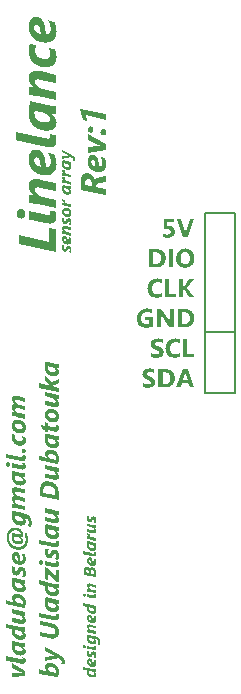
<source format=gto>
G04*
G04 #@! TF.GenerationSoftware,Altium Limited,Altium Designer,20.0.12 (288)*
G04*
G04 Layer_Color=65535*
%FSLAX44Y44*%
%MOMM*%
G71*
G01*
G75*
%ADD10C,0.2000*%
G36*
X279959Y545350D02*
X275933D01*
X270547Y561119D01*
X274378D01*
X277682Y550125D01*
Y550097D01*
X277738Y549986D01*
X277765Y549820D01*
X277821Y549598D01*
X277876Y549348D01*
X277932Y549098D01*
X277987Y548570D01*
X278071D01*
Y548598D01*
X278099Y548709D01*
Y548848D01*
X278154Y549042D01*
X278182Y549292D01*
X278237Y549542D01*
X278321Y549847D01*
X278404Y550181D01*
X281680Y561119D01*
X285400D01*
X279959Y545350D01*
D02*
G37*
G36*
X268243Y558287D02*
X262524D01*
X262330Y555122D01*
X262468D01*
X262635Y555150D01*
X263051D01*
X263301Y555178D01*
X263995D01*
X264190Y555150D01*
X264384D01*
X264606Y555122D01*
X265161Y555011D01*
X265772Y554872D01*
X266411Y554650D01*
X267021Y554317D01*
X267299Y554123D01*
X267577Y553901D01*
X267604Y553873D01*
X267632Y553845D01*
X267715Y553762D01*
X267799Y553679D01*
X268021Y553373D01*
X268271Y552985D01*
X268521Y552513D01*
X268743Y551930D01*
X268909Y551236D01*
X268937Y550875D01*
X268965Y550486D01*
Y550458D01*
Y550375D01*
Y550264D01*
X268937Y550097D01*
X268909Y549875D01*
X268881Y549653D01*
X268771Y549098D01*
X268576Y548487D01*
X268437Y548154D01*
X268271Y547849D01*
X268076Y547515D01*
X267882Y547210D01*
X267604Y546905D01*
X267327Y546599D01*
X267299Y546571D01*
X267243Y546544D01*
X267160Y546460D01*
X267021Y546377D01*
X266855Y546266D01*
X266660Y546127D01*
X266438Y545988D01*
X266161Y545850D01*
X265855Y545711D01*
X265522Y545572D01*
X265161Y545461D01*
X264773Y545322D01*
X264328Y545239D01*
X263884Y545156D01*
X263385Y545128D01*
X262885Y545100D01*
X262496D01*
X262302Y545128D01*
X262080D01*
X261552Y545183D01*
X260942Y545267D01*
X260303Y545378D01*
X259664Y545517D01*
X259054Y545739D01*
Y548709D01*
X259081D01*
X259137Y548681D01*
X259220Y548626D01*
X259331Y548570D01*
X259470Y548487D01*
X259664Y548404D01*
X260081Y548237D01*
X260608Y548043D01*
X261191Y547904D01*
X261830Y547793D01*
X262496Y547737D01*
X262718D01*
X262968Y547765D01*
X263274Y547821D01*
X263607Y547904D01*
X263968Y548015D01*
X264328Y548154D01*
X264634Y548376D01*
X264662Y548404D01*
X264745Y548487D01*
X264884Y548654D01*
X265023Y548848D01*
X265161Y549098D01*
X265300Y549403D01*
X265383Y549764D01*
X265411Y550153D01*
Y550181D01*
Y550264D01*
X265383Y550375D01*
X265356Y550514D01*
X265300Y550708D01*
X265245Y550902D01*
X265134Y551124D01*
X264995Y551347D01*
X264828Y551541D01*
X264606Y551763D01*
X264328Y551957D01*
X264023Y552152D01*
X263634Y552290D01*
X263190Y552402D01*
X262691Y552485D01*
X262108Y552513D01*
X261636D01*
X261302Y552485D01*
X260886Y552457D01*
X260414Y552429D01*
X259887Y552374D01*
X259303Y552318D01*
X259887Y561119D01*
X268243D01*
Y558287D01*
D02*
G37*
G36*
X248421Y434369D02*
X248754D01*
X249115Y434341D01*
X249503Y434285D01*
X249864Y434230D01*
X249920D01*
X250031Y434202D01*
X250198Y434174D01*
X250447Y434119D01*
X250697Y434063D01*
X251003Y433980D01*
X251613Y433786D01*
Y430482D01*
X251586D01*
X251558Y430537D01*
X251475Y430593D01*
X251364Y430648D01*
X251086Y430787D01*
X250753Y430954D01*
X250725D01*
X250669Y430982D01*
X250586Y431037D01*
X250447Y431093D01*
X250142Y431204D01*
X249781Y431315D01*
X249753D01*
X249698Y431343D01*
X249587Y431370D01*
X249476Y431398D01*
X249143Y431454D01*
X248782Y431509D01*
X248754D01*
X248698Y431537D01*
X248615D01*
X248504Y431565D01*
X248199Y431592D01*
X247505D01*
X247171Y431537D01*
X246783Y431481D01*
X246755D01*
X246700Y431454D01*
X246616Y431426D01*
X246477Y431398D01*
X246200Y431287D01*
X245922Y431148D01*
X245867Y431120D01*
X245728Y431009D01*
X245561Y430843D01*
X245395Y430621D01*
X245367Y430565D01*
X245311Y430426D01*
X245256Y430232D01*
X245228Y429982D01*
Y429954D01*
Y429927D01*
X245256Y429760D01*
X245311Y429538D01*
X245422Y429288D01*
X245478Y429233D01*
X245589Y429094D01*
X245783Y428899D01*
X246033Y428677D01*
X246061D01*
X246117Y428622D01*
X246172Y428566D01*
X246283Y428511D01*
X246588Y428316D01*
X246949Y428122D01*
X246977D01*
X247060Y428067D01*
X247171Y428039D01*
X247310Y427956D01*
X247505Y427872D01*
X247699Y427789D01*
X248199Y427595D01*
X248254Y427567D01*
X248365Y427511D01*
X248532Y427428D01*
X248754Y427345D01*
X249032Y427206D01*
X249309Y427067D01*
X249892Y426734D01*
X249920Y426706D01*
X250031Y426651D01*
X250170Y426567D01*
X250336Y426456D01*
X250781Y426123D01*
X251197Y425735D01*
X251225Y425707D01*
X251280Y425651D01*
X251391Y425513D01*
X251502Y425374D01*
X251641Y425179D01*
X251780Y424957D01*
X252030Y424458D01*
Y424430D01*
X252085Y424319D01*
X252113Y424180D01*
X252169Y423986D01*
X252224Y423736D01*
X252252Y423430D01*
X252307Y423125D01*
Y422764D01*
Y422736D01*
Y422709D01*
Y422542D01*
X252280Y422292D01*
X252252Y421987D01*
X252196Y421654D01*
X252085Y421265D01*
X251974Y420904D01*
X251808Y420543D01*
X251780Y420515D01*
X251724Y420404D01*
X251613Y420238D01*
X251447Y420043D01*
X251252Y419794D01*
X251030Y419571D01*
X250753Y419322D01*
X250447Y419100D01*
X250420Y419072D01*
X250309Y419016D01*
X250114Y418905D01*
X249864Y418794D01*
X249587Y418655D01*
X249254Y418544D01*
X248865Y418433D01*
X248449Y418322D01*
X248393D01*
X248254Y418294D01*
X248032Y418267D01*
X247727Y418211D01*
X247366Y418183D01*
X246949Y418128D01*
X246533Y418100D01*
X245589D01*
X245256Y418128D01*
X244867Y418156D01*
X244451Y418183D01*
X243562Y418294D01*
X243507D01*
X243368Y418322D01*
X243146Y418378D01*
X242868Y418461D01*
X242563Y418544D01*
X242230Y418655D01*
X241869Y418766D01*
X241536Y418933D01*
Y422459D01*
X241591Y422431D01*
X241702Y422320D01*
X241897Y422181D01*
X242174Y422015D01*
X242480Y421820D01*
X242813Y421598D01*
X243202Y421404D01*
X243618Y421237D01*
X243673Y421209D01*
X243812Y421182D01*
X244034Y421126D01*
X244340Y421043D01*
X244673Y420960D01*
X245061Y420904D01*
X245478Y420876D01*
X245894Y420849D01*
X246144D01*
X246283Y420876D01*
X246672Y420904D01*
X247060Y420960D01*
X247088D01*
X247144Y420987D01*
X247227Y421015D01*
X247366Y421043D01*
X247616Y421154D01*
X247893Y421293D01*
X247921D01*
X247949Y421320D01*
X248088Y421432D01*
X248254Y421598D01*
X248393Y421820D01*
Y421848D01*
X248421Y421876D01*
X248476Y422015D01*
X248532Y422209D01*
X248560Y422459D01*
Y422486D01*
Y422542D01*
Y422625D01*
X248532Y422736D01*
X248449Y422986D01*
X248282Y423264D01*
Y423292D01*
X248226Y423319D01*
X248088Y423486D01*
X247866Y423708D01*
X247560Y423958D01*
X247532Y423986D01*
X247477Y424013D01*
X247394Y424069D01*
X247255Y424152D01*
X247088Y424235D01*
X246922Y424347D01*
X246477Y424541D01*
X246450D01*
X246366Y424596D01*
X246255Y424652D01*
X246089Y424707D01*
X245894Y424818D01*
X245672Y424902D01*
X245145Y425124D01*
X245117D01*
X245061Y425152D01*
X244978Y425207D01*
X244839Y425263D01*
X244506Y425429D01*
X244090Y425651D01*
X243646Y425929D01*
X243202Y426262D01*
X242757Y426623D01*
X242369Y427012D01*
X242341Y427067D01*
X242230Y427206D01*
X242091Y427456D01*
X241924Y427761D01*
X241758Y428150D01*
X241619Y428622D01*
X241508Y429122D01*
X241480Y429705D01*
Y429732D01*
Y429760D01*
Y429899D01*
X241508Y430149D01*
X241536Y430426D01*
X241591Y430760D01*
X241702Y431120D01*
X241813Y431481D01*
X241980Y431815D01*
X242008Y431842D01*
X242063Y431953D01*
X242174Y432120D01*
X242341Y432342D01*
X242535Y432564D01*
X242757Y432786D01*
X243007Y433036D01*
X243312Y433258D01*
X243340Y433286D01*
X243479Y433341D01*
X243646Y433452D01*
X243895Y433591D01*
X244173Y433730D01*
X244506Y433869D01*
X244867Y434008D01*
X245284Y434119D01*
X245339D01*
X245478Y434174D01*
X245700Y434202D01*
X246005Y434258D01*
X246366Y434313D01*
X246783Y434341D01*
X247199Y434396D01*
X248115D01*
X248421Y434369D01*
D02*
G37*
G36*
X285400Y418350D02*
X281541D01*
X280403Y421848D01*
X274795D01*
X273684Y418350D01*
X269825D01*
X275572Y434119D01*
X279792D01*
X285400Y418350D01*
D02*
G37*
G36*
X260858Y434091D02*
X261053D01*
X261275Y434063D01*
X261525Y434035D01*
X261802Y434008D01*
X262441Y433897D01*
X263162Y433702D01*
X263912Y433480D01*
X264717Y433147D01*
X265494Y432758D01*
X265883Y432509D01*
X266244Y432231D01*
X266605Y431953D01*
X266966Y431620D01*
X267299Y431259D01*
X267604Y430871D01*
X267882Y430454D01*
X268132Y429982D01*
X268354Y429510D01*
X268548Y428955D01*
X268715Y428400D01*
X268826Y427789D01*
X268881Y427123D01*
X268909Y426429D01*
Y426401D01*
Y426262D01*
X268881Y426068D01*
Y425818D01*
X268826Y425513D01*
X268798Y425152D01*
X268715Y424735D01*
X268632Y424319D01*
X268493Y423847D01*
X268354Y423375D01*
X268160Y422875D01*
X267938Y422375D01*
X267688Y421903D01*
X267355Y421432D01*
X267021Y420960D01*
X266605Y420543D01*
X266577Y420515D01*
X266494Y420460D01*
X266383Y420349D01*
X266189Y420210D01*
X265966Y420043D01*
X265689Y419849D01*
X265356Y419655D01*
X264995Y419460D01*
X264578Y419238D01*
X264106Y419044D01*
X263607Y418850D01*
X263079Y418683D01*
X262496Y418544D01*
X261858Y418433D01*
X261191Y418378D01*
X260497Y418350D01*
X254917D01*
Y434119D01*
X260719D01*
X260858Y434091D01*
D02*
G37*
G36*
X255445Y459769D02*
X255778D01*
X256139Y459741D01*
X256527Y459685D01*
X256888Y459630D01*
X256944D01*
X257055Y459602D01*
X257221Y459574D01*
X257471Y459519D01*
X257721Y459463D01*
X258027Y459380D01*
X258637Y459186D01*
Y455882D01*
X258610D01*
X258582Y455938D01*
X258498Y455993D01*
X258387Y456049D01*
X258110Y456187D01*
X257777Y456354D01*
X257749D01*
X257693Y456382D01*
X257610Y456437D01*
X257471Y456493D01*
X257166Y456604D01*
X256805Y456715D01*
X256777D01*
X256722Y456743D01*
X256611Y456770D01*
X256500Y456798D01*
X256166Y456854D01*
X255805Y456909D01*
X255778D01*
X255722Y456937D01*
X255639D01*
X255528Y456965D01*
X255222Y456992D01*
X254528D01*
X254195Y456937D01*
X253807Y456881D01*
X253779D01*
X253723Y456854D01*
X253640Y456826D01*
X253501Y456798D01*
X253224Y456687D01*
X252946Y456548D01*
X252890Y456521D01*
X252752Y456409D01*
X252585Y456243D01*
X252418Y456021D01*
X252391Y455965D01*
X252335Y455826D01*
X252280Y455632D01*
X252252Y455382D01*
Y455354D01*
Y455327D01*
X252280Y455160D01*
X252335Y454938D01*
X252446Y454688D01*
X252502Y454633D01*
X252613Y454494D01*
X252807Y454300D01*
X253057Y454077D01*
X253085D01*
X253140Y454022D01*
X253196Y453966D01*
X253307Y453911D01*
X253612Y453717D01*
X253973Y453522D01*
X254001D01*
X254084Y453467D01*
X254195Y453439D01*
X254334Y453356D01*
X254528Y453272D01*
X254723Y453189D01*
X255222Y452995D01*
X255278Y452967D01*
X255389Y452911D01*
X255556Y452828D01*
X255778Y452745D01*
X256055Y452606D01*
X256333Y452467D01*
X256916Y452134D01*
X256944Y452106D01*
X257055Y452051D01*
X257194Y451968D01*
X257360Y451856D01*
X257804Y451523D01*
X258221Y451135D01*
X258249Y451107D01*
X258304Y451051D01*
X258415Y450913D01*
X258526Y450774D01*
X258665Y450579D01*
X258804Y450357D01*
X259054Y449858D01*
Y449830D01*
X259109Y449719D01*
X259137Y449580D01*
X259193Y449386D01*
X259248Y449136D01*
X259276Y448830D01*
X259331Y448525D01*
Y448164D01*
Y448136D01*
Y448109D01*
Y447942D01*
X259303Y447692D01*
X259276Y447387D01*
X259220Y447054D01*
X259109Y446665D01*
X258998Y446304D01*
X258832Y445943D01*
X258804Y445915D01*
X258748Y445804D01*
X258637Y445638D01*
X258471Y445443D01*
X258276Y445193D01*
X258054Y444971D01*
X257777Y444722D01*
X257471Y444500D01*
X257444Y444472D01*
X257332Y444416D01*
X257138Y444305D01*
X256888Y444194D01*
X256611Y444055D01*
X256278Y443944D01*
X255889Y443833D01*
X255472Y443722D01*
X255417D01*
X255278Y443694D01*
X255056Y443667D01*
X254750Y443611D01*
X254390Y443583D01*
X253973Y443528D01*
X253557Y443500D01*
X252613D01*
X252280Y443528D01*
X251891Y443556D01*
X251475Y443583D01*
X250586Y443694D01*
X250531D01*
X250392Y443722D01*
X250170Y443778D01*
X249892Y443861D01*
X249587Y443944D01*
X249254Y444055D01*
X248893Y444166D01*
X248560Y444333D01*
Y447859D01*
X248615Y447831D01*
X248726Y447720D01*
X248920Y447581D01*
X249198Y447415D01*
X249503Y447220D01*
X249837Y446998D01*
X250225Y446804D01*
X250642Y446637D01*
X250697Y446609D01*
X250836Y446582D01*
X251058Y446526D01*
X251364Y446443D01*
X251697Y446359D01*
X252085Y446304D01*
X252502Y446276D01*
X252918Y446249D01*
X253168D01*
X253307Y446276D01*
X253696Y446304D01*
X254084Y446359D01*
X254112D01*
X254167Y446387D01*
X254251Y446415D01*
X254390Y446443D01*
X254639Y446554D01*
X254917Y446693D01*
X254945D01*
X254973Y446720D01*
X255112Y446832D01*
X255278Y446998D01*
X255417Y447220D01*
Y447248D01*
X255445Y447276D01*
X255500Y447415D01*
X255556Y447609D01*
X255583Y447859D01*
Y447887D01*
Y447942D01*
Y448025D01*
X255556Y448136D01*
X255472Y448386D01*
X255306Y448664D01*
Y448692D01*
X255250Y448719D01*
X255112Y448886D01*
X254889Y449108D01*
X254584Y449358D01*
X254556Y449386D01*
X254501Y449413D01*
X254417Y449469D01*
X254279Y449552D01*
X254112Y449636D01*
X253945Y449747D01*
X253501Y449941D01*
X253473D01*
X253390Y449996D01*
X253279Y450052D01*
X253113Y450107D01*
X252918Y450219D01*
X252696Y450302D01*
X252169Y450524D01*
X252141D01*
X252085Y450552D01*
X252002Y450607D01*
X251863Y450663D01*
X251530Y450829D01*
X251114Y451051D01*
X250669Y451329D01*
X250225Y451662D01*
X249781Y452023D01*
X249392Y452412D01*
X249365Y452467D01*
X249254Y452606D01*
X249115Y452856D01*
X248948Y453161D01*
X248782Y453550D01*
X248643Y454022D01*
X248532Y454522D01*
X248504Y455105D01*
Y455132D01*
Y455160D01*
Y455299D01*
X248532Y455549D01*
X248560Y455826D01*
X248615Y456160D01*
X248726Y456521D01*
X248837Y456881D01*
X249004Y457215D01*
X249032Y457242D01*
X249087Y457353D01*
X249198Y457520D01*
X249365Y457742D01*
X249559Y457964D01*
X249781Y458186D01*
X250031Y458436D01*
X250336Y458658D01*
X250364Y458686D01*
X250503Y458741D01*
X250669Y458853D01*
X250919Y458991D01*
X251197Y459130D01*
X251530Y459269D01*
X251891Y459408D01*
X252307Y459519D01*
X252363D01*
X252502Y459574D01*
X252724Y459602D01*
X253029Y459658D01*
X253390Y459713D01*
X253807Y459741D01*
X254223Y459796D01*
X255139D01*
X255445Y459769D01*
D02*
G37*
G36*
X269937D02*
X270159D01*
X270714Y459713D01*
X271325Y459658D01*
X271963Y459547D01*
X272629Y459408D01*
X273240Y459213D01*
Y455771D01*
X273212D01*
X273157Y455799D01*
X273074Y455854D01*
X272962Y455910D01*
X272824Y455993D01*
X272629Y456076D01*
X272185Y456243D01*
X271658Y456409D01*
X271047Y456576D01*
X270381Y456687D01*
X269631Y456715D01*
X269409D01*
X269270Y456687D01*
X269076D01*
X268854Y456632D01*
X268354Y456548D01*
X267771Y456382D01*
X267188Y456132D01*
X266883Y455965D01*
X266605Y455799D01*
X266327Y455577D01*
X266050Y455327D01*
X266022Y455299D01*
X265994Y455271D01*
X265939Y455188D01*
X265828Y455077D01*
X265744Y454938D01*
X265633Y454771D01*
X265494Y454549D01*
X265383Y454327D01*
X265245Y454077D01*
X265134Y453800D01*
X264911Y453161D01*
X264745Y452412D01*
X264717Y451995D01*
X264689Y451551D01*
Y451523D01*
Y451440D01*
Y451329D01*
X264717Y451162D01*
Y450968D01*
X264745Y450746D01*
X264856Y450219D01*
X264995Y449636D01*
X265217Y449025D01*
X265550Y448442D01*
X265744Y448164D01*
X265966Y447887D01*
X265994Y447859D01*
X266022Y447831D01*
X266105Y447775D01*
X266189Y447664D01*
X266327Y447581D01*
X266494Y447470D01*
X266883Y447220D01*
X267382Y446970D01*
X267965Y446748D01*
X268659Y446582D01*
X269048Y446554D01*
X269437Y446526D01*
X269631D01*
X269798Y446554D01*
X269964D01*
X270186Y446582D01*
X270686Y446665D01*
X271269Y446776D01*
X271908Y446970D01*
X272574Y447220D01*
X273240Y447553D01*
Y444305D01*
X273212D01*
X273157Y444277D01*
X273074Y444222D01*
X272935Y444194D01*
X272768Y444111D01*
X272546Y444055D01*
X272296Y443972D01*
X272046Y443917D01*
X271713Y443833D01*
X271380Y443750D01*
X271019Y443694D01*
X270630Y443639D01*
X270186Y443583D01*
X269742Y443528D01*
X268743Y443500D01*
X268576D01*
X268382Y443528D01*
X268132D01*
X267826Y443556D01*
X267493Y443611D01*
X267077Y443667D01*
X266660Y443778D01*
X266216Y443889D01*
X265744Y444027D01*
X265272Y444194D01*
X264800Y444388D01*
X264328Y444638D01*
X263857Y444916D01*
X263440Y445249D01*
X263024Y445610D01*
X262996Y445638D01*
X262940Y445721D01*
X262829Y445832D01*
X262691Y445999D01*
X262552Y446221D01*
X262357Y446471D01*
X262191Y446776D01*
X261996Y447109D01*
X261802Y447498D01*
X261608Y447914D01*
X261413Y448386D01*
X261275Y448886D01*
X261136Y449441D01*
X261025Y450024D01*
X260969Y450635D01*
X260942Y451273D01*
Y451329D01*
Y451440D01*
X260969Y451634D01*
Y451912D01*
X261025Y452217D01*
X261053Y452606D01*
X261136Y453022D01*
X261247Y453467D01*
X261358Y453939D01*
X261525Y454438D01*
X261691Y454966D01*
X261913Y455466D01*
X262191Y455993D01*
X262496Y456493D01*
X262857Y456992D01*
X263274Y457437D01*
X263301Y457464D01*
X263385Y457548D01*
X263523Y457659D01*
X263690Y457798D01*
X263940Y457992D01*
X264217Y458186D01*
X264551Y458408D01*
X264911Y458630D01*
X265328Y458825D01*
X265772Y459047D01*
X266272Y459241D01*
X266827Y459436D01*
X267410Y459574D01*
X268021Y459685D01*
X268659Y459769D01*
X269354Y459796D01*
X269742D01*
X269937Y459769D01*
D02*
G37*
G36*
X279570Y446609D02*
X285400D01*
Y443750D01*
X276016D01*
Y459519D01*
X279570D01*
Y446609D01*
D02*
G37*
G36*
X245978Y485169D02*
X246227D01*
X246533Y485141D01*
X246838Y485113D01*
X247532Y485030D01*
X248282Y484891D01*
X249032Y484725D01*
X249781Y484502D01*
Y481143D01*
X249753D01*
X249698Y481199D01*
X249587Y481254D01*
X249448Y481310D01*
X249281Y481393D01*
X249059Y481476D01*
X248809Y481587D01*
X248532Y481698D01*
X248226Y481782D01*
X247893Y481893D01*
X247505Y481976D01*
X247116Y482059D01*
X246255Y482170D01*
X245311Y482226D01*
X245089D01*
X244951Y482198D01*
X244756Y482170D01*
X244534Y482143D01*
X244034Y482059D01*
X243451Y481865D01*
X242841Y481615D01*
X242563Y481449D01*
X242258Y481254D01*
X241980Y481032D01*
X241702Y480782D01*
X241674Y480755D01*
X241647Y480727D01*
X241563Y480643D01*
X241480Y480532D01*
X241369Y480366D01*
X241258Y480199D01*
X241147Y480005D01*
X241008Y479755D01*
X240869Y479505D01*
X240758Y479200D01*
X240536Y478561D01*
X240370Y477812D01*
X240342Y477395D01*
X240314Y476951D01*
Y476923D01*
Y476840D01*
Y476729D01*
X240342Y476562D01*
Y476340D01*
X240370Y476118D01*
X240481Y475563D01*
X240620Y474952D01*
X240842Y474341D01*
X241147Y473731D01*
X241341Y473425D01*
X241563Y473175D01*
X241591Y473148D01*
X241619Y473120D01*
X241702Y473064D01*
X241786Y472981D01*
X242063Y472759D01*
X242452Y472509D01*
X242924Y472259D01*
X243507Y472065D01*
X244173Y471898D01*
X244534Y471871D01*
X244923Y471843D01*
X245145D01*
X245367Y471871D01*
X245644Y471898D01*
X245978Y471926D01*
X246311Y472009D01*
X246644Y472093D01*
X246949Y472204D01*
Y475285D01*
X243785D01*
Y478117D01*
X250503D01*
Y470205D01*
X250475D01*
X250392Y470149D01*
X250281Y470094D01*
X250086Y470010D01*
X249864Y469899D01*
X249587Y469788D01*
X249281Y469677D01*
X248920Y469566D01*
X248532Y469427D01*
X248088Y469316D01*
X247616Y469205D01*
X247116Y469094D01*
X246561Y469011D01*
X246005Y468956D01*
X245395Y468928D01*
X244756Y468900D01*
X244590D01*
X244395Y468928D01*
X244118D01*
X243812Y468956D01*
X243451Y469011D01*
X243035Y469067D01*
X242591Y469150D01*
X242119Y469261D01*
X241619Y469400D01*
X241119Y469566D01*
X240620Y469788D01*
X240120Y470010D01*
X239648Y470288D01*
X239176Y470621D01*
X238759Y470982D01*
X238732Y471010D01*
X238676Y471093D01*
X238565Y471204D01*
X238426Y471371D01*
X238260Y471593D01*
X238065Y471843D01*
X237871Y472148D01*
X237677Y472481D01*
X237455Y472870D01*
X237260Y473314D01*
X237066Y473786D01*
X236899Y474314D01*
X236761Y474869D01*
X236650Y475480D01*
X236594Y476118D01*
X236566Y476785D01*
Y476840D01*
Y476951D01*
X236594Y477145D01*
Y477395D01*
X236650Y477728D01*
X236705Y478089D01*
X236761Y478506D01*
X236872Y478950D01*
X236983Y479394D01*
X237149Y479894D01*
X237344Y480394D01*
X237566Y480921D01*
X237843Y481421D01*
X238176Y481921D01*
X238537Y482393D01*
X238954Y482837D01*
X238982Y482864D01*
X239065Y482948D01*
X239204Y483059D01*
X239398Y483198D01*
X239648Y483392D01*
X239925Y483586D01*
X240259Y483808D01*
X240647Y484030D01*
X241091Y484225D01*
X241563Y484447D01*
X242091Y484641D01*
X242674Y484836D01*
X243285Y484974D01*
X243923Y485085D01*
X244617Y485169D01*
X245339Y485196D01*
X245756D01*
X245978Y485169D01*
D02*
G37*
G36*
X267771Y469150D02*
X264190D01*
X257666Y479061D01*
X257638Y479089D01*
X257582Y479200D01*
X257471Y479366D01*
X257360Y479561D01*
X257110Y479977D01*
X256999Y480172D01*
X256888Y480366D01*
X256833D01*
Y480338D01*
X256861Y480199D01*
Y480005D01*
X256888Y479727D01*
Y479366D01*
X256916Y478950D01*
Y478423D01*
Y477812D01*
Y469150D01*
X253584D01*
Y484919D01*
X257416D01*
X263662Y475313D01*
X263690Y475285D01*
X263745Y475202D01*
X263829Y475091D01*
X263940Y474924D01*
X264051Y474730D01*
X264190Y474508D01*
X264467Y474036D01*
X264495D01*
Y474064D01*
Y474147D01*
X264467Y474286D01*
Y474508D01*
X264440Y474786D01*
Y475174D01*
X264412Y475646D01*
Y476202D01*
Y484919D01*
X267771D01*
Y469150D01*
D02*
G37*
G36*
X277349Y484891D02*
X277543D01*
X277765Y484863D01*
X278015Y484836D01*
X278293Y484808D01*
X278931Y484697D01*
X279653Y484502D01*
X280403Y484280D01*
X281208Y483947D01*
X281985Y483559D01*
X282374Y483309D01*
X282735Y483031D01*
X283096Y482753D01*
X283457Y482420D01*
X283790Y482059D01*
X284095Y481671D01*
X284373Y481254D01*
X284623Y480782D01*
X284845Y480310D01*
X285039Y479755D01*
X285206Y479200D01*
X285317Y478589D01*
X285372Y477923D01*
X285400Y477229D01*
Y477201D01*
Y477062D01*
X285372Y476868D01*
Y476618D01*
X285317Y476312D01*
X285289Y475952D01*
X285206Y475535D01*
X285122Y475119D01*
X284984Y474647D01*
X284845Y474175D01*
X284650Y473675D01*
X284428Y473175D01*
X284179Y472703D01*
X283845Y472231D01*
X283512Y471759D01*
X283096Y471343D01*
X283068Y471315D01*
X282985Y471260D01*
X282874Y471149D01*
X282679Y471010D01*
X282457Y470843D01*
X282180Y470649D01*
X281847Y470455D01*
X281486Y470260D01*
X281069Y470038D01*
X280597Y469844D01*
X280097Y469650D01*
X279570Y469483D01*
X278987Y469344D01*
X278348Y469233D01*
X277682Y469178D01*
X276988Y469150D01*
X271408D01*
Y484919D01*
X277210D01*
X277349Y484891D01*
D02*
G37*
G36*
X254695Y510569D02*
X254917D01*
X255472Y510513D01*
X256083Y510458D01*
X256722Y510347D01*
X257388Y510208D01*
X257999Y510013D01*
Y506571D01*
X257971D01*
X257915Y506599D01*
X257832Y506654D01*
X257721Y506710D01*
X257582Y506793D01*
X257388Y506876D01*
X256944Y507043D01*
X256416Y507210D01*
X255805Y507376D01*
X255139Y507487D01*
X254390Y507515D01*
X254167D01*
X254029Y507487D01*
X253834D01*
X253612Y507431D01*
X253113Y507348D01*
X252530Y507182D01*
X251947Y506932D01*
X251641Y506765D01*
X251364Y506599D01*
X251086Y506377D01*
X250808Y506127D01*
X250781Y506099D01*
X250753Y506071D01*
X250697Y505988D01*
X250586Y505877D01*
X250503Y505738D01*
X250392Y505572D01*
X250253Y505349D01*
X250142Y505127D01*
X250003Y504877D01*
X249892Y504600D01*
X249670Y503961D01*
X249503Y503212D01*
X249476Y502795D01*
X249448Y502351D01*
Y502323D01*
Y502240D01*
Y502129D01*
X249476Y501962D01*
Y501768D01*
X249503Y501546D01*
X249615Y501018D01*
X249753Y500435D01*
X249975Y499825D01*
X250309Y499242D01*
X250503Y498964D01*
X250725Y498686D01*
X250753Y498659D01*
X250781Y498631D01*
X250864Y498575D01*
X250947Y498464D01*
X251086Y498381D01*
X251252Y498270D01*
X251641Y498020D01*
X252141Y497770D01*
X252724Y497548D01*
X253418Y497382D01*
X253807Y497354D01*
X254195Y497326D01*
X254390D01*
X254556Y497354D01*
X254723D01*
X254945Y497382D01*
X255445Y497465D01*
X256028Y497576D01*
X256666Y497770D01*
X257332Y498020D01*
X257999Y498353D01*
Y495105D01*
X257971D01*
X257915Y495077D01*
X257832Y495022D01*
X257693Y494994D01*
X257527Y494911D01*
X257305Y494855D01*
X257055Y494772D01*
X256805Y494716D01*
X256472Y494633D01*
X256139Y494550D01*
X255778Y494494D01*
X255389Y494439D01*
X254945Y494383D01*
X254501Y494328D01*
X253501Y494300D01*
X253335D01*
X253140Y494328D01*
X252890D01*
X252585Y494356D01*
X252252Y494411D01*
X251835Y494467D01*
X251419Y494578D01*
X250975Y494689D01*
X250503Y494827D01*
X250031Y494994D01*
X249559Y495188D01*
X249087Y495438D01*
X248615Y495716D01*
X248199Y496049D01*
X247782Y496410D01*
X247754Y496438D01*
X247699Y496521D01*
X247588Y496632D01*
X247449Y496799D01*
X247310Y497021D01*
X247116Y497271D01*
X246949Y497576D01*
X246755Y497909D01*
X246561Y498298D01*
X246366Y498714D01*
X246172Y499186D01*
X246033Y499686D01*
X245894Y500241D01*
X245783Y500824D01*
X245728Y501435D01*
X245700Y502073D01*
Y502129D01*
Y502240D01*
X245728Y502434D01*
Y502712D01*
X245783Y503017D01*
X245811Y503406D01*
X245894Y503823D01*
X246005Y504267D01*
X246117Y504739D01*
X246283Y505238D01*
X246450Y505766D01*
X246672Y506265D01*
X246949Y506793D01*
X247255Y507293D01*
X247616Y507793D01*
X248032Y508237D01*
X248060Y508264D01*
X248143Y508348D01*
X248282Y508459D01*
X248449Y508598D01*
X248698Y508792D01*
X248976Y508986D01*
X249309Y509208D01*
X249670Y509430D01*
X250086Y509625D01*
X250531Y509847D01*
X251030Y510041D01*
X251586Y510235D01*
X252169Y510374D01*
X252779Y510485D01*
X253418Y510569D01*
X254112Y510596D01*
X254501D01*
X254695Y510569D01*
D02*
G37*
G36*
X279431Y502795D02*
X285400Y494550D01*
X280903D01*
X276322Y501407D01*
X276294Y501463D01*
X276266Y501518D01*
X276211Y501601D01*
X276155Y501712D01*
X276100Y501851D01*
X276016Y502046D01*
X275905Y502268D01*
X275850D01*
Y494550D01*
X272296D01*
Y510319D01*
X275850D01*
Y502851D01*
X275905D01*
Y502878D01*
X275933Y502906D01*
X275961Y502990D01*
X275989Y503073D01*
X276127Y503350D01*
X276322Y503739D01*
X280680Y510319D01*
X284928D01*
X279431Y502795D01*
D02*
G37*
G36*
X264328Y497409D02*
X270159D01*
Y494550D01*
X260775D01*
Y510319D01*
X264328D01*
Y497409D01*
D02*
G37*
G36*
X267355Y519950D02*
X263801D01*
Y535719D01*
X267355D01*
Y519950D01*
D02*
G37*
G36*
X253113Y535691D02*
X253307D01*
X253529Y535663D01*
X253779Y535635D01*
X254056Y535608D01*
X254695Y535497D01*
X255417Y535302D01*
X256166Y535080D01*
X256971Y534747D01*
X257749Y534358D01*
X258137Y534109D01*
X258498Y533831D01*
X258859Y533553D01*
X259220Y533220D01*
X259553Y532859D01*
X259859Y532471D01*
X260136Y532054D01*
X260386Y531582D01*
X260608Y531110D01*
X260803Y530555D01*
X260969Y530000D01*
X261080Y529389D01*
X261136Y528723D01*
X261164Y528029D01*
Y528001D01*
Y527862D01*
X261136Y527668D01*
Y527418D01*
X261080Y527113D01*
X261053Y526752D01*
X260969Y526335D01*
X260886Y525919D01*
X260747Y525447D01*
X260608Y524975D01*
X260414Y524475D01*
X260192Y523975D01*
X259942Y523503D01*
X259609Y523032D01*
X259276Y522560D01*
X258859Y522143D01*
X258832Y522115D01*
X258748Y522060D01*
X258637Y521949D01*
X258443Y521810D01*
X258221Y521643D01*
X257943Y521449D01*
X257610Y521255D01*
X257249Y521060D01*
X256833Y520838D01*
X256361Y520644D01*
X255861Y520450D01*
X255334Y520283D01*
X254750Y520144D01*
X254112Y520033D01*
X253446Y519978D01*
X252752Y519950D01*
X247171D01*
Y535719D01*
X252974D01*
X253113Y535691D01*
D02*
G37*
G36*
X278404Y535969D02*
X278709Y535941D01*
X279042Y535885D01*
X279403Y535802D01*
X279792Y535719D01*
X280236Y535608D01*
X280680Y535469D01*
X281125Y535275D01*
X281597Y535052D01*
X282041Y534803D01*
X282485Y534497D01*
X282901Y534164D01*
X283318Y533775D01*
X283346Y533748D01*
X283401Y533664D01*
X283512Y533553D01*
X283651Y533387D01*
X283790Y533165D01*
X283984Y532887D01*
X284179Y532582D01*
X284373Y532221D01*
X284567Y531804D01*
X284734Y531388D01*
X284928Y530888D01*
X285067Y530388D01*
X285206Y529833D01*
X285317Y529222D01*
X285372Y528612D01*
X285400Y527945D01*
Y527918D01*
Y527779D01*
Y527584D01*
X285372Y527335D01*
X285345Y527001D01*
X285289Y526641D01*
X285206Y526252D01*
X285122Y525808D01*
X285011Y525336D01*
X284872Y524836D01*
X284706Y524336D01*
X284484Y523837D01*
X284234Y523337D01*
X283956Y522865D01*
X283623Y522393D01*
X283235Y521949D01*
X283207Y521921D01*
X283123Y521866D01*
X283013Y521754D01*
X282846Y521588D01*
X282624Y521421D01*
X282374Y521227D01*
X282069Y521033D01*
X281708Y520838D01*
X281347Y520616D01*
X280903Y520422D01*
X280458Y520228D01*
X279931Y520061D01*
X279403Y519922D01*
X278848Y519811D01*
X278237Y519728D01*
X277599Y519700D01*
X277460D01*
X277266Y519728D01*
X277044D01*
X276738Y519756D01*
X276405Y519811D01*
X276044Y519894D01*
X275628Y519978D01*
X275211Y520089D01*
X274767Y520228D01*
X274295Y520422D01*
X273851Y520616D01*
X273379Y520866D01*
X272935Y521171D01*
X272491Y521505D01*
X272074Y521893D01*
X272046Y521921D01*
X271991Y522004D01*
X271880Y522115D01*
X271741Y522282D01*
X271574Y522504D01*
X271408Y522782D01*
X271213Y523087D01*
X271019Y523420D01*
X270797Y523837D01*
X270603Y524253D01*
X270436Y524725D01*
X270270Y525225D01*
X270131Y525780D01*
X270020Y526363D01*
X269964Y526974D01*
X269937Y527612D01*
Y527668D01*
Y527779D01*
X269964Y527973D01*
Y528223D01*
X269992Y528556D01*
X270047Y528917D01*
X270131Y529333D01*
X270214Y529778D01*
X270325Y530250D01*
X270464Y530749D01*
X270630Y531249D01*
X270853Y531749D01*
X271103Y532248D01*
X271380Y532748D01*
X271713Y533220D01*
X272102Y533664D01*
X272130Y533692D01*
X272213Y533775D01*
X272324Y533886D01*
X272491Y534025D01*
X272713Y534220D01*
X272990Y534414D01*
X273296Y534608D01*
X273629Y534830D01*
X274018Y535052D01*
X274462Y535247D01*
X274934Y535469D01*
X275433Y535635D01*
X275989Y535774D01*
X276572Y535885D01*
X277182Y535969D01*
X277849Y535996D01*
X278182D01*
X278404Y535969D01*
D02*
G37*
G36*
X210347Y649708D02*
Y645042D01*
X193571Y648597D01*
X194534Y643931D01*
X190793Y644746D01*
X188942Y654226D01*
X210347Y649708D01*
D02*
G37*
G36*
X197793Y639339D02*
X198126Y639302D01*
X198496Y639154D01*
X198533D01*
X198570Y639117D01*
X198755Y639006D01*
X199015Y638820D01*
X199274Y638561D01*
X199311Y638487D01*
X199459Y638302D01*
X199644Y638043D01*
X199792Y637672D01*
Y637635D01*
X199829Y637598D01*
X199867Y637487D01*
Y637339D01*
X199940Y636969D01*
X199978Y636561D01*
Y636376D01*
X199940Y636228D01*
X199904Y635895D01*
X199829Y635524D01*
Y635487D01*
X199792Y635450D01*
X199681Y635228D01*
X199533Y634969D01*
X199348Y634673D01*
X199274Y634636D01*
X199126Y634487D01*
X198904Y634302D01*
X198607Y634154D01*
X198570D01*
X198533Y634117D01*
X198348Y634080D01*
X198052Y634006D01*
X197719Y633969D01*
X197682D01*
X197607D01*
X197496D01*
X197348Y634006D01*
X197015Y634080D01*
X196645Y634191D01*
X196607D01*
X196570Y634228D01*
X196348Y634339D01*
X196126Y634525D01*
X195867Y634784D01*
X195793Y634858D01*
X195682Y635043D01*
X195497Y635302D01*
X195348Y635673D01*
Y635710D01*
X195311Y635747D01*
X195274Y635858D01*
X195237Y636006D01*
X195200Y636376D01*
X195163Y636784D01*
Y636969D01*
X195200Y637117D01*
X195237Y637450D01*
X195348Y637821D01*
Y637858D01*
X195385Y637895D01*
X195459Y638117D01*
X195608Y638376D01*
X195830Y638635D01*
X195867Y638709D01*
X196015Y638857D01*
X196274Y639043D01*
X196570Y639191D01*
X196645Y639228D01*
X196830Y639302D01*
X197126Y639339D01*
X197459Y639376D01*
X197496D01*
X197570D01*
X197645D01*
X197793Y639339D01*
D02*
G37*
G36*
X208569Y637080D02*
X208903Y637043D01*
X209273Y636895D01*
X209310D01*
X209347Y636858D01*
X209532Y636747D01*
X209791Y636561D01*
X210051Y636302D01*
X210088Y636228D01*
X210199Y636043D01*
X210347Y635784D01*
X210495Y635413D01*
Y635376D01*
X210532Y635339D01*
X210569Y635117D01*
X210643Y634747D01*
X210680Y634339D01*
Y634154D01*
X210643Y634006D01*
X210606Y633673D01*
X210495Y633302D01*
Y633265D01*
X210458Y633228D01*
X210384Y633006D01*
X210273Y632747D01*
X210088Y632451D01*
X210051Y632414D01*
X209902Y632266D01*
X209680Y632080D01*
X209384Y631895D01*
X209347D01*
X209310Y631858D01*
X209088Y631821D01*
X208792Y631747D01*
X208458Y631710D01*
X208421D01*
X208347D01*
X208236D01*
X208088Y631747D01*
X207754Y631821D01*
X207421Y631932D01*
X207384D01*
X207347Y631969D01*
X207125Y632080D01*
X206866Y632266D01*
X206607Y632525D01*
Y632562D01*
X206532Y632599D01*
X206421Y632784D01*
X206236Y633080D01*
X206088Y633414D01*
Y633451D01*
X206051Y633488D01*
X206014Y633599D01*
X205977Y633747D01*
X205940Y634117D01*
X205903Y634562D01*
Y634673D01*
X205940Y634895D01*
X205977Y635228D01*
X206088Y635561D01*
Y635598D01*
X206125Y635636D01*
X206236Y635858D01*
X206384Y636117D01*
X206607Y636376D01*
X206644Y636450D01*
X206792Y636598D01*
X207051Y636784D01*
X207347Y636932D01*
X207421Y636969D01*
X207606Y637043D01*
X207903Y637080D01*
X208236Y637117D01*
X208273D01*
X208347D01*
X208421D01*
X208569Y637080D01*
D02*
G37*
G36*
X210347Y624303D02*
Y619156D01*
X195311Y617156D01*
Y621785D01*
X203644Y622378D01*
X203681D01*
X203829Y622415D01*
X204051D01*
X204347D01*
X204422D01*
X204570Y622452D01*
X204829D01*
X205162D01*
X205236D01*
X205421Y622489D01*
X205681D01*
X206014D01*
X206088D01*
X206236D01*
X206495D01*
X206718D01*
Y622526D01*
X206681Y622563D01*
X206532Y622600D01*
X206310Y622674D01*
X206051Y622785D01*
X205977Y622822D01*
X205829Y622896D01*
X205570Y623007D01*
X205273Y623155D01*
X205236D01*
X205199Y623192D01*
X205014Y623266D01*
X204755Y623378D01*
X204459Y623526D01*
X204422D01*
X204384Y623563D01*
X204199Y623637D01*
X203940Y623748D01*
X203681Y623859D01*
X195311Y627896D01*
Y633006D01*
X210347Y624303D01*
D02*
G37*
G36*
X199607Y615230D02*
X199904Y615193D01*
X200237Y615156D01*
X200607Y615082D01*
X200977Y614934D01*
X201348Y614786D01*
X201385Y614749D01*
X201496Y614712D01*
X201681Y614564D01*
X201903Y614416D01*
X202162Y614156D01*
X202459Y613897D01*
X202755Y613527D01*
X203014Y613119D01*
X203051Y613082D01*
X203125Y612897D01*
X203274Y612638D01*
X203422Y612305D01*
X203607Y611860D01*
X203792Y611342D01*
X203977Y610749D01*
X204125Y610046D01*
Y609972D01*
X204162Y609860D01*
X204199Y609712D01*
X204236Y609527D01*
X204273Y609305D01*
X204347Y608750D01*
X204422Y608046D01*
X204496Y607268D01*
X204533Y606342D01*
X204570Y605305D01*
X204607D01*
X204718D01*
X204755D01*
X204866D01*
X204903D01*
X204940D01*
X205162Y605342D01*
X205459Y605379D01*
X205792Y605453D01*
X205829D01*
X205866Y605490D01*
X206051Y605565D01*
X206310Y605713D01*
X206607Y605935D01*
X206681Y606009D01*
X206829Y606194D01*
X207014Y606490D01*
X207199Y606898D01*
Y606935D01*
X207236Y607009D01*
X207273Y607120D01*
X207310Y607305D01*
X207347Y607527D01*
X207384Y607750D01*
X207421Y608342D01*
Y608712D01*
X207384Y609046D01*
X207347Y609490D01*
Y609527D01*
X207310Y609601D01*
Y609712D01*
X207273Y609897D01*
X207162Y610305D01*
X207051Y610749D01*
Y610786D01*
X207014Y610860D01*
X206977Y611008D01*
X206940Y611157D01*
X206792Y611564D01*
X206607Y612045D01*
Y612082D01*
X206569Y612156D01*
X206495Y612268D01*
X206421Y612453D01*
X206273Y612823D01*
X206051Y613231D01*
X209495Y612527D01*
Y612490D01*
X209532Y612453D01*
X209643Y612231D01*
X209791Y611897D01*
X209939Y611490D01*
Y611453D01*
X209977Y611379D01*
X210014Y611268D01*
X210088Y611120D01*
X210199Y610712D01*
X210347Y610194D01*
Y610157D01*
X210384Y610083D01*
Y609935D01*
X210421Y609749D01*
X210495Y609305D01*
X210569Y608750D01*
Y608638D01*
X210606Y608490D01*
Y608268D01*
X210643Y608046D01*
Y607787D01*
X210680Y607194D01*
Y606898D01*
X210643Y606601D01*
X210606Y606194D01*
X210569Y605750D01*
X210458Y605231D01*
X210347Y604750D01*
X210199Y604268D01*
X210162Y604231D01*
X210125Y604083D01*
X210014Y603824D01*
X209865Y603565D01*
X209680Y603232D01*
X209458Y602898D01*
X209199Y602565D01*
X208903Y602269D01*
X208866Y602232D01*
X208754Y602158D01*
X208569Y602009D01*
X208347Y601824D01*
X208051Y601639D01*
X207717Y601454D01*
X207347Y601269D01*
X206940Y601121D01*
X206903D01*
X206755Y601046D01*
X206495Y601009D01*
X206199Y600936D01*
X205829Y600861D01*
X205421Y600824D01*
X204977Y600750D01*
X204496D01*
X204459D01*
X204422D01*
X204310D01*
X204162D01*
X203792Y600787D01*
X203311Y600824D01*
X202755Y600898D01*
X202162Y601009D01*
X201496Y601158D01*
X200866Y601380D01*
X200829D01*
X200792Y601417D01*
X200570Y601491D01*
X200237Y601639D01*
X199829Y601861D01*
X199348Y602084D01*
X198867Y602417D01*
X198348Y602787D01*
X197830Y603195D01*
X197756Y603232D01*
X197607Y603417D01*
X197385Y603676D01*
X197052Y604009D01*
X196719Y604417D01*
X196385Y604898D01*
X196052Y605453D01*
X195756Y606046D01*
Y606083D01*
X195719Y606120D01*
X195645Y606342D01*
X195497Y606676D01*
X195348Y607157D01*
X195237Y607676D01*
X195089Y608342D01*
X195015Y609046D01*
X194978Y609786D01*
Y610305D01*
X195015Y610675D01*
X195052Y611045D01*
X195126Y611490D01*
X195237Y611897D01*
X195348Y612305D01*
Y612342D01*
X195422Y612490D01*
X195497Y612675D01*
X195571Y612897D01*
X195867Y613453D01*
X196274Y614008D01*
X196311Y614045D01*
X196385Y614119D01*
X196496Y614230D01*
X196682Y614379D01*
X197089Y614712D01*
X197645Y614971D01*
X197682D01*
X197756Y615008D01*
X197904Y615082D01*
X198126Y615119D01*
X198348Y615193D01*
X198607Y615230D01*
X199200Y615267D01*
X199237D01*
X199385D01*
X199607Y615230D01*
D02*
G37*
G36*
X195163Y599713D02*
X195497Y599676D01*
X195867Y599639D01*
X196274Y599565D01*
X196682Y599417D01*
X197089Y599269D01*
X197126Y599232D01*
X197274Y599195D01*
X197459Y599084D01*
X197719Y598936D01*
X198015Y598750D01*
X198348Y598491D01*
X198644Y598232D01*
X198978Y597936D01*
X199015Y597899D01*
X199089Y597788D01*
X199237Y597603D01*
X199422Y597380D01*
X199644Y597084D01*
X199867Y596751D01*
X200052Y596380D01*
X200274Y595973D01*
X200311Y595936D01*
X200348Y595788D01*
X200422Y595566D01*
X200533Y595269D01*
X200644Y594899D01*
X200755Y594492D01*
X200866Y594047D01*
X200940Y593566D01*
X200977D01*
Y593603D01*
X201052Y593714D01*
X201126Y593899D01*
X201237Y594121D01*
X201385Y594343D01*
X201570Y594603D01*
X201792Y594862D01*
X202088Y595121D01*
X202125Y595158D01*
X202237Y595232D01*
X202422Y595343D01*
X202681Y595492D01*
X202977Y595677D01*
X203348Y595825D01*
X203792Y595973D01*
X204273Y596121D01*
X210347Y597565D01*
Y592492D01*
X204940Y591344D01*
X204866D01*
X204718Y591307D01*
X204496Y591233D01*
X204199Y591122D01*
X203570Y590862D01*
X203237Y590640D01*
X202977Y590418D01*
X202940Y590381D01*
X202866Y590307D01*
X202755Y590159D01*
X202644Y589937D01*
X202533Y589677D01*
X202422Y589381D01*
X202348Y589011D01*
X202311Y588603D01*
Y587826D01*
X210347Y586085D01*
Y581308D01*
X189312Y585789D01*
Y593270D01*
X189349Y593640D01*
Y594047D01*
X189423Y594566D01*
X189497Y595084D01*
X189608Y595603D01*
X189756Y596084D01*
Y596158D01*
X189830Y596306D01*
X189942Y596529D01*
X190053Y596825D01*
X190201Y597158D01*
X190423Y597528D01*
X190645Y597862D01*
X190904Y598195D01*
X190942Y598232D01*
X191053Y598343D01*
X191201Y598491D01*
X191386Y598639D01*
X191645Y598862D01*
X191941Y599047D01*
X192275Y599232D01*
X192645Y599380D01*
X192682D01*
X192793Y599454D01*
X193015Y599491D01*
X193274Y599565D01*
X193571Y599639D01*
X193904Y599676D01*
X194682Y599750D01*
X194756D01*
X194904D01*
X195163Y599713D01*
D02*
G37*
G36*
X181810Y614966D02*
X181847Y614947D01*
X181921Y614910D01*
X182051Y614836D01*
X182199Y614725D01*
X182384Y614614D01*
X182588Y614484D01*
X182995Y614188D01*
X183014Y614170D01*
X183088Y614114D01*
X183180Y614040D01*
X183310Y613929D01*
X183458Y613799D01*
X183606Y613651D01*
X183902Y613318D01*
X183921Y613299D01*
X183958Y613244D01*
X184032Y613133D01*
X184106Y613022D01*
X184199Y612855D01*
X184291Y612688D01*
X184384Y612485D01*
X184477Y612281D01*
Y612262D01*
X184514Y612188D01*
X184532Y612059D01*
X184569Y611911D01*
X184606Y611707D01*
X184643Y611485D01*
X184662Y611244D01*
X184680Y610985D01*
Y610837D01*
X184662Y610652D01*
X184625Y610411D01*
Y610355D01*
X184606Y610281D01*
X184588Y610207D01*
X184551Y609985D01*
X184477Y609763D01*
X182680Y610152D01*
X182699Y610189D01*
X182736Y610263D01*
X182792Y610392D01*
X182847Y610541D01*
Y610559D01*
X182866Y610578D01*
X182884Y610689D01*
X182903Y610818D01*
X182921Y610985D01*
Y611059D01*
X182903Y611133D01*
Y611244D01*
X182829Y611503D01*
X182792Y611633D01*
X182717Y611781D01*
X182699Y611800D01*
X182680Y611855D01*
X182625Y611911D01*
X182551Y612003D01*
X182458Y612114D01*
X182347Y612225D01*
X182218Y612337D01*
X182051Y612448D01*
X181125Y613040D01*
X173644Y611577D01*
Y614022D01*
X178236Y614540D01*
X178255D01*
X178274D01*
X178385Y614559D01*
X178570Y614577D01*
X178773D01*
X178792D01*
X178811D01*
X178940D01*
X179088D01*
X179236Y614559D01*
Y614596D01*
X179199Y614614D01*
X179107Y614633D01*
X178977Y614688D01*
X178792Y614744D01*
X178773D01*
X178736Y614762D01*
X178681Y614781D01*
X178625Y614818D01*
X178440Y614892D01*
X178236Y615003D01*
X173644Y617299D01*
Y619743D01*
X181810Y614966D01*
D02*
G37*
G36*
X178681Y609670D02*
X178699D01*
X178718D01*
X178773Y609652D01*
X178848D01*
X179033Y609615D01*
X179255Y609578D01*
X179273D01*
X179310D01*
X179366Y609559D01*
X179459D01*
X179662Y609522D01*
X179921Y609485D01*
X179940D01*
X179977D01*
X180051Y609467D01*
X180125D01*
X180347Y609448D01*
X180588Y609411D01*
X180607D01*
X180644D01*
X180699D01*
X180792D01*
X180977Y609392D01*
X181162D01*
Y607041D01*
X181144D01*
X181088D01*
X181014D01*
X180903Y607059D01*
X180866D01*
X180792Y607078D01*
X180662D01*
X180532D01*
X180495D01*
X180421Y607096D01*
X180310D01*
X180181Y607115D01*
X180144D01*
X180088Y607133D01*
X179995D01*
X179903Y607152D01*
Y607115D01*
X179921D01*
X179958Y607078D01*
X180014Y607041D01*
X180070Y606985D01*
X180255Y606837D01*
X180458Y606670D01*
X180477Y606652D01*
X180495Y606633D01*
X180607Y606522D01*
X180755Y606374D01*
X180921Y606171D01*
Y606152D01*
X180958Y606115D01*
X180977Y606059D01*
X181033Y605985D01*
X181125Y605782D01*
X181218Y605541D01*
Y605522D01*
X181236Y605485D01*
X181255Y605411D01*
X181273Y605319D01*
X181292Y605208D01*
X181310Y605078D01*
X181329Y604763D01*
Y604671D01*
X181310Y604560D01*
Y604430D01*
X181292Y604282D01*
X181255Y604115D01*
X181144Y603782D01*
X181125Y603763D01*
X181106Y603708D01*
X181070Y603634D01*
X180995Y603541D01*
X180829Y603301D01*
X180588Y603060D01*
X180569Y603041D01*
X180514Y603004D01*
X180440Y602967D01*
X180329Y602893D01*
X180199Y602819D01*
X180051Y602745D01*
X179866Y602671D01*
X179681Y602615D01*
X179662D01*
X179588Y602597D01*
X179477Y602578D01*
X179310Y602541D01*
X179125Y602523D01*
X178922Y602486D01*
X178681Y602467D01*
X178440D01*
X178422D01*
X178385D01*
X178311D01*
X178218Y602486D01*
X178088D01*
X177940Y602504D01*
X177792Y602523D01*
X177607Y602541D01*
X177588D01*
X177514Y602560D01*
X177422Y602578D01*
X177274Y602597D01*
X177125Y602634D01*
X176940Y602689D01*
X176551Y602819D01*
X176533Y602838D01*
X176459Y602856D01*
X176348Y602912D01*
X176200Y602967D01*
X176033Y603041D01*
X175848Y603134D01*
X175440Y603374D01*
X175422Y603393D01*
X175348Y603449D01*
X175237Y603523D01*
X175107Y603634D01*
X174959Y603763D01*
X174792Y603930D01*
X174626Y604097D01*
X174459Y604300D01*
X174440Y604319D01*
X174385Y604393D01*
X174311Y604523D01*
X174200Y604671D01*
X174089Y604874D01*
X173978Y605097D01*
X173867Y605374D01*
X173755Y605652D01*
Y605671D01*
X173737Y605689D01*
X173718Y605800D01*
X173663Y605967D01*
X173607Y606189D01*
X173570Y606467D01*
X173515Y606782D01*
X173496Y607152D01*
X173478Y607541D01*
Y607930D01*
X173496Y608059D01*
X173515Y608374D01*
Y608522D01*
X173533Y608633D01*
Y608763D01*
X173552Y608911D01*
X173589Y609207D01*
Y609281D01*
X173607Y609355D01*
X173626Y609467D01*
X173663Y609707D01*
X173718Y609985D01*
Y610004D01*
X173737Y610059D01*
Y610133D01*
X173755Y610226D01*
X173811Y610448D01*
X173867Y610707D01*
X178681Y609670D01*
D02*
G37*
G36*
X175792Y602097D02*
Y602078D01*
X175774Y602060D01*
X175737Y601967D01*
X175700Y601856D01*
X175644Y601689D01*
Y601671D01*
X175626Y601652D01*
X175607Y601541D01*
X175589Y601393D01*
X175570Y601245D01*
Y601171D01*
X175589Y601097D01*
Y600986D01*
X175663Y600745D01*
X175700Y600597D01*
X175774Y600467D01*
Y600449D01*
X175811Y600412D01*
X175848Y600338D01*
X175903Y600264D01*
X176070Y600060D01*
X176292Y599856D01*
X176311Y599838D01*
X176348Y599819D01*
X176422Y599764D01*
X176514Y599708D01*
X176625Y599634D01*
X176755Y599560D01*
X177070Y599412D01*
X177088D01*
X177144Y599375D01*
X177237Y599356D01*
X177348Y599301D01*
X177496Y599264D01*
X177662Y599208D01*
X178014Y599116D01*
X181162Y598468D01*
Y596116D01*
X176385Y597134D01*
X176366D01*
X176329Y597153D01*
X176255Y597172D01*
X176163Y597190D01*
X175922Y597227D01*
X175663Y597283D01*
X175644D01*
X175607Y597301D01*
X175533D01*
X175440Y597320D01*
X175200Y597375D01*
X174940Y597412D01*
X174922D01*
X174885Y597431D01*
X174811D01*
X174718Y597449D01*
X174496Y597486D01*
X174255Y597523D01*
X174237D01*
X174200Y597542D01*
X174126D01*
X174052Y597560D01*
X173848Y597579D01*
X173644Y597597D01*
Y599893D01*
X173663D01*
X173681D01*
X173792Y599875D01*
X173941Y599856D01*
X174107Y599838D01*
X174126D01*
X174144D01*
X174237Y599819D01*
X174385D01*
X174533Y599801D01*
X174570D01*
X174663Y599782D01*
X174774Y599764D01*
X174904Y599745D01*
X174922D01*
X174996Y599727D01*
X175089D01*
X175181Y599708D01*
Y599745D01*
X175163D01*
X175144Y599764D01*
X175033Y599819D01*
X174885Y599912D01*
X174700Y600023D01*
X174496Y600171D01*
X174274Y600338D01*
X174089Y600504D01*
X173904Y600690D01*
X173885Y600708D01*
X173829Y600782D01*
X173774Y600893D01*
X173681Y601023D01*
X173607Y601208D01*
X173552Y601393D01*
X173496Y601615D01*
X173478Y601856D01*
Y601986D01*
X173496Y602097D01*
X173515Y602226D01*
Y602263D01*
X173533Y602338D01*
X173552Y602449D01*
X173570Y602560D01*
X175792Y602097D01*
D02*
G37*
G36*
Y596079D02*
Y596060D01*
X175774Y596042D01*
X175737Y595949D01*
X175700Y595838D01*
X175644Y595672D01*
Y595653D01*
X175626Y595635D01*
X175607Y595523D01*
X175589Y595375D01*
X175570Y595227D01*
Y595153D01*
X175589Y595079D01*
Y594968D01*
X175663Y594727D01*
X175700Y594579D01*
X175774Y594450D01*
Y594431D01*
X175811Y594394D01*
X175848Y594320D01*
X175903Y594246D01*
X176070Y594042D01*
X176292Y593839D01*
X176311Y593820D01*
X176348Y593801D01*
X176422Y593746D01*
X176514Y593690D01*
X176625Y593616D01*
X176755Y593542D01*
X177070Y593394D01*
X177088D01*
X177144Y593357D01*
X177237Y593339D01*
X177348Y593283D01*
X177496Y593246D01*
X177662Y593190D01*
X178014Y593098D01*
X181162Y592450D01*
Y590098D01*
X176385Y591116D01*
X176366D01*
X176329Y591135D01*
X176255Y591154D01*
X176163Y591172D01*
X175922Y591209D01*
X175663Y591265D01*
X175644D01*
X175607Y591283D01*
X175533D01*
X175440Y591302D01*
X175200Y591357D01*
X174940Y591394D01*
X174922D01*
X174885Y591413D01*
X174811D01*
X174718Y591431D01*
X174496Y591468D01*
X174255Y591505D01*
X174237D01*
X174200Y591524D01*
X174126D01*
X174052Y591542D01*
X173848Y591561D01*
X173644Y591580D01*
Y593876D01*
X173663D01*
X173681D01*
X173792Y593857D01*
X173941Y593839D01*
X174107Y593820D01*
X174126D01*
X174144D01*
X174237Y593801D01*
X174385D01*
X174533Y593783D01*
X174570D01*
X174663Y593764D01*
X174774Y593746D01*
X174904Y593727D01*
X174922D01*
X174996Y593709D01*
X175089D01*
X175181Y593690D01*
Y593727D01*
X175163D01*
X175144Y593746D01*
X175033Y593801D01*
X174885Y593894D01*
X174700Y594005D01*
X174496Y594153D01*
X174274Y594320D01*
X174089Y594487D01*
X173904Y594672D01*
X173885Y594690D01*
X173829Y594764D01*
X173774Y594875D01*
X173681Y595005D01*
X173607Y595190D01*
X173552Y595375D01*
X173496Y595598D01*
X173478Y595838D01*
Y595968D01*
X173496Y596079D01*
X173515Y596209D01*
Y596246D01*
X173533Y596320D01*
X173552Y596431D01*
X173570Y596542D01*
X175792Y596079D01*
D02*
G37*
G36*
X178681Y588728D02*
X178699D01*
X178718D01*
X178773Y588709D01*
X178848D01*
X179033Y588672D01*
X179255Y588635D01*
X179273D01*
X179310D01*
X179366Y588617D01*
X179459D01*
X179662Y588580D01*
X179921Y588543D01*
X179940D01*
X179977D01*
X180051Y588524D01*
X180125D01*
X180347Y588506D01*
X180588Y588469D01*
X180607D01*
X180644D01*
X180699D01*
X180792D01*
X180977Y588450D01*
X181162D01*
Y586099D01*
X181144D01*
X181088D01*
X181014D01*
X180903Y586117D01*
X180866D01*
X180792Y586136D01*
X180662D01*
X180532D01*
X180495D01*
X180421Y586154D01*
X180310D01*
X180181Y586173D01*
X180144D01*
X180088Y586191D01*
X179995D01*
X179903Y586210D01*
Y586173D01*
X179921D01*
X179958Y586136D01*
X180014Y586099D01*
X180070Y586043D01*
X180255Y585895D01*
X180458Y585728D01*
X180477Y585710D01*
X180495Y585691D01*
X180607Y585580D01*
X180755Y585432D01*
X180921Y585228D01*
Y585210D01*
X180958Y585173D01*
X180977Y585117D01*
X181033Y585043D01*
X181125Y584839D01*
X181218Y584599D01*
Y584580D01*
X181236Y584543D01*
X181255Y584469D01*
X181273Y584376D01*
X181292Y584265D01*
X181310Y584136D01*
X181329Y583821D01*
Y583728D01*
X181310Y583617D01*
Y583488D01*
X181292Y583340D01*
X181255Y583173D01*
X181144Y582840D01*
X181125Y582821D01*
X181106Y582766D01*
X181070Y582691D01*
X180995Y582599D01*
X180829Y582358D01*
X180588Y582118D01*
X180569Y582099D01*
X180514Y582062D01*
X180440Y582025D01*
X180329Y581951D01*
X180199Y581877D01*
X180051Y581803D01*
X179866Y581729D01*
X179681Y581673D01*
X179662D01*
X179588Y581655D01*
X179477Y581636D01*
X179310Y581599D01*
X179125Y581581D01*
X178922Y581544D01*
X178681Y581525D01*
X178440D01*
X178422D01*
X178385D01*
X178311D01*
X178218Y581544D01*
X178088D01*
X177940Y581562D01*
X177792Y581581D01*
X177607Y581599D01*
X177588D01*
X177514Y581618D01*
X177422Y581636D01*
X177274Y581655D01*
X177125Y581692D01*
X176940Y581747D01*
X176551Y581877D01*
X176533Y581895D01*
X176459Y581914D01*
X176348Y581969D01*
X176200Y582025D01*
X176033Y582099D01*
X175848Y582192D01*
X175440Y582432D01*
X175422Y582451D01*
X175348Y582506D01*
X175237Y582580D01*
X175107Y582691D01*
X174959Y582821D01*
X174792Y582988D01*
X174626Y583154D01*
X174459Y583358D01*
X174440Y583377D01*
X174385Y583451D01*
X174311Y583580D01*
X174200Y583728D01*
X174089Y583932D01*
X173978Y584154D01*
X173867Y584432D01*
X173755Y584710D01*
Y584728D01*
X173737Y584747D01*
X173718Y584858D01*
X173663Y585025D01*
X173607Y585247D01*
X173570Y585524D01*
X173515Y585839D01*
X173496Y586210D01*
X173478Y586599D01*
Y586987D01*
X173496Y587117D01*
X173515Y587432D01*
Y587580D01*
X173533Y587691D01*
Y587821D01*
X173552Y587969D01*
X173589Y588265D01*
Y588339D01*
X173607Y588413D01*
X173626Y588524D01*
X173663Y588765D01*
X173718Y589043D01*
Y589061D01*
X173737Y589117D01*
Y589191D01*
X173755Y589283D01*
X173811Y589506D01*
X173867Y589765D01*
X178681Y588728D01*
D02*
G37*
G36*
X175792Y577025D02*
Y577007D01*
X175774Y576988D01*
X175737Y576896D01*
X175700Y576785D01*
X175644Y576618D01*
Y576600D01*
X175626Y576581D01*
X175607Y576470D01*
X175589Y576322D01*
X175570Y576174D01*
Y576100D01*
X175589Y576026D01*
Y575914D01*
X175663Y575674D01*
X175700Y575526D01*
X175774Y575396D01*
Y575377D01*
X175811Y575340D01*
X175848Y575266D01*
X175903Y575192D01*
X176070Y574989D01*
X176292Y574785D01*
X176311Y574766D01*
X176348Y574748D01*
X176422Y574692D01*
X176514Y574637D01*
X176625Y574563D01*
X176755Y574489D01*
X177070Y574341D01*
X177088D01*
X177144Y574304D01*
X177237Y574285D01*
X177348Y574229D01*
X177496Y574192D01*
X177662Y574137D01*
X178014Y574044D01*
X181162Y573396D01*
Y571045D01*
X176385Y572063D01*
X176366D01*
X176329Y572081D01*
X176255Y572100D01*
X176163Y572118D01*
X175922Y572155D01*
X175663Y572211D01*
X175644D01*
X175607Y572230D01*
X175533D01*
X175440Y572248D01*
X175200Y572304D01*
X174940Y572341D01*
X174922D01*
X174885Y572359D01*
X174811D01*
X174718Y572378D01*
X174496Y572415D01*
X174255Y572452D01*
X174237D01*
X174200Y572470D01*
X174126D01*
X174052Y572489D01*
X173848Y572507D01*
X173644Y572526D01*
Y574822D01*
X173663D01*
X173681D01*
X173792Y574803D01*
X173941Y574785D01*
X174107Y574766D01*
X174126D01*
X174144D01*
X174237Y574748D01*
X174385D01*
X174533Y574729D01*
X174570D01*
X174663Y574711D01*
X174774Y574692D01*
X174904Y574674D01*
X174922D01*
X174996Y574655D01*
X175089D01*
X175181Y574637D01*
Y574674D01*
X175163D01*
X175144Y574692D01*
X175033Y574748D01*
X174885Y574841D01*
X174700Y574952D01*
X174496Y575100D01*
X174274Y575266D01*
X174089Y575433D01*
X173904Y575618D01*
X173885Y575637D01*
X173829Y575711D01*
X173774Y575822D01*
X173681Y575951D01*
X173607Y576137D01*
X173552Y576322D01*
X173496Y576544D01*
X173478Y576785D01*
Y576914D01*
X173496Y577025D01*
X173515Y577155D01*
Y577192D01*
X173533Y577266D01*
X173552Y577377D01*
X173570Y577488D01*
X175792Y577025D01*
D02*
G37*
G36*
X176959Y570452D02*
X177125D01*
X177311Y570434D01*
X177718Y570359D01*
X177736D01*
X177811Y570341D01*
X177922Y570322D01*
X178051Y570285D01*
X178218Y570248D01*
X178403Y570193D01*
X178792Y570045D01*
X178811Y570026D01*
X178885Y570008D01*
X178977Y569952D01*
X179107Y569897D01*
X179255Y569804D01*
X179440Y569711D01*
X179792Y569471D01*
X179810Y569452D01*
X179866Y569415D01*
X179958Y569341D01*
X180070Y569230D01*
X180199Y569100D01*
X180329Y568971D01*
X180477Y568804D01*
X180607Y568619D01*
X180625Y568600D01*
X180662Y568526D01*
X180718Y568434D01*
X180792Y568304D01*
X180884Y568137D01*
X180977Y567934D01*
X181070Y567730D01*
X181144Y567489D01*
Y567452D01*
X181181Y567378D01*
X181199Y567249D01*
X181236Y567063D01*
X181273Y566841D01*
X181292Y566601D01*
X181329Y566304D01*
Y565860D01*
X181310Y565712D01*
X181292Y565508D01*
X181273Y565286D01*
X181236Y565045D01*
X181181Y564786D01*
X181106Y564545D01*
X181088Y564527D01*
X181070Y564453D01*
X181014Y564323D01*
X180940Y564193D01*
X180829Y564027D01*
X180718Y563860D01*
X180588Y563694D01*
X180440Y563527D01*
X180421Y563508D01*
X180366Y563453D01*
X180273Y563379D01*
X180162Y563305D01*
X180014Y563194D01*
X179829Y563101D01*
X179644Y563008D01*
X179440Y562916D01*
X179422D01*
X179329Y562879D01*
X179218Y562860D01*
X179051Y562823D01*
X178866Y562786D01*
X178662Y562768D01*
X178422Y562731D01*
X178181D01*
X178162D01*
X178088D01*
X177977D01*
X177829Y562749D01*
X177662D01*
X177477Y562786D01*
X177070Y562842D01*
X177051D01*
X176977Y562860D01*
X176866Y562897D01*
X176718Y562934D01*
X176570Y562971D01*
X176385Y563027D01*
X175996Y563175D01*
X175977Y563194D01*
X175903Y563212D01*
X175811Y563268D01*
X175663Y563342D01*
X175515Y563434D01*
X175348Y563527D01*
X175015Y563768D01*
X174996Y563786D01*
X174940Y563823D01*
X174848Y563897D01*
X174737Y564008D01*
X174607Y564138D01*
X174478Y564268D01*
X174348Y564434D01*
X174218Y564619D01*
X174200Y564638D01*
X174163Y564712D01*
X174089Y564804D01*
X174015Y564953D01*
X173941Y565119D01*
X173848Y565323D01*
X173755Y565527D01*
X173681Y565767D01*
X173663Y565804D01*
X173644Y565878D01*
X173607Y566008D01*
X173570Y566193D01*
X173533Y566397D01*
X173515Y566656D01*
X173478Y566915D01*
Y567341D01*
X173496Y567489D01*
Y567674D01*
X173533Y567897D01*
X173570Y568119D01*
X173626Y568360D01*
X173700Y568600D01*
X173718Y568619D01*
X173737Y568712D01*
X173792Y568823D01*
X173867Y568952D01*
X173959Y569119D01*
X174070Y569286D01*
X174200Y569452D01*
X174348Y569619D01*
X174366Y569637D01*
X174422Y569693D01*
X174515Y569767D01*
X174626Y569860D01*
X174774Y569952D01*
X174940Y570063D01*
X175126Y570156D01*
X175348Y570248D01*
X175366Y570267D01*
X175440Y570285D01*
X175570Y570322D01*
X175718Y570359D01*
X175903Y570396D01*
X176126Y570434D01*
X176366Y570471D01*
X176625D01*
X176644D01*
X176718D01*
X176829D01*
X176959Y570452D01*
D02*
G37*
G36*
X175533Y561675D02*
X175515Y561657D01*
X175478Y561583D01*
X175440Y561471D01*
X175385Y561323D01*
X175366Y561286D01*
X175329Y561194D01*
X175274Y561046D01*
X175237Y560879D01*
Y560860D01*
X175218Y560842D01*
X175200Y560731D01*
X175163Y560583D01*
X175126Y560416D01*
Y560397D01*
X175107Y560379D01*
X175089Y560268D01*
X175070Y560120D01*
Y559842D01*
X175089Y559749D01*
Y559638D01*
X175163Y559398D01*
X175200Y559286D01*
X175274Y559175D01*
X175311Y559138D01*
X175403Y559064D01*
X175570Y558990D01*
X175663Y558972D01*
X175774Y558953D01*
X175792D01*
X175829D01*
X175885Y558972D01*
X175940Y558990D01*
X176107Y559046D01*
X176200Y559101D01*
X176274Y559175D01*
Y559194D01*
X176311Y559212D01*
X176348Y559268D01*
X176385Y559342D01*
X176514Y559527D01*
X176644Y559768D01*
X176663Y559786D01*
X176681Y559842D01*
X176718Y559935D01*
X176774Y560027D01*
X176922Y560286D01*
X177088Y560546D01*
Y560564D01*
X177125Y560601D01*
X177162Y560657D01*
X177218Y560749D01*
X177366Y560916D01*
X177551Y561101D01*
X177570Y561120D01*
X177588Y561138D01*
X177644Y561175D01*
X177718Y561231D01*
X177903Y561342D01*
X178125Y561434D01*
X178144D01*
X178181Y561453D01*
X178255Y561471D01*
X178329Y561490D01*
X178440Y561508D01*
X178570Y561527D01*
X178866Y561545D01*
X178885D01*
X178940D01*
X179033D01*
X179144Y561527D01*
X179273Y561508D01*
X179422Y561471D01*
X179755Y561360D01*
X179773D01*
X179829Y561323D01*
X179921Y561286D01*
X180014Y561212D01*
X180144Y561138D01*
X180292Y561027D01*
X180421Y560897D01*
X180569Y560749D01*
X180588Y560731D01*
X180625Y560675D01*
X180699Y560583D01*
X180773Y560472D01*
X180866Y560305D01*
X180958Y560120D01*
X181051Y559916D01*
X181125Y559675D01*
Y559638D01*
X181162Y559564D01*
X181181Y559416D01*
X181218Y559212D01*
X181255Y558972D01*
X181292Y558694D01*
X181310Y558379D01*
X181329Y558027D01*
Y557842D01*
X181310Y557657D01*
X181292Y557435D01*
Y557379D01*
X181273Y557324D01*
Y557231D01*
X181255Y557046D01*
X181218Y556805D01*
Y556750D01*
X181199Y556694D01*
Y556620D01*
X181162Y556435D01*
X181125Y556213D01*
Y556194D01*
X181106Y556176D01*
X181070Y556046D01*
X181014Y555880D01*
X180958Y555713D01*
X179181Y556065D01*
X179199Y556102D01*
X179255Y556194D01*
X179329Y556324D01*
X179403Y556491D01*
Y556509D01*
X179422Y556527D01*
X179440Y556583D01*
X179459Y556657D01*
X179514Y556824D01*
X179588Y557028D01*
Y557046D01*
X179607Y557083D01*
Y557139D01*
X179625Y557213D01*
X179681Y557398D01*
X179718Y557620D01*
Y557676D01*
X179736Y557731D01*
Y557805D01*
X179755Y557990D01*
X179773Y558213D01*
Y558305D01*
X179755Y558398D01*
Y558527D01*
X179699Y558787D01*
X179644Y558916D01*
X179588Y559027D01*
Y559046D01*
X179551Y559064D01*
X179459Y559175D01*
X179292Y559268D01*
X179181Y559286D01*
X179070Y559305D01*
X179051D01*
X179014D01*
X178903Y559286D01*
X178755Y559212D01*
X178662Y559157D01*
X178588Y559083D01*
X178570D01*
X178551Y559046D01*
X178496Y558990D01*
X178440Y558916D01*
X178385Y558824D01*
X178292Y558694D01*
X178218Y558546D01*
X178125Y558379D01*
Y558361D01*
X178088Y558305D01*
X178051Y558231D01*
X178014Y558120D01*
X177885Y557879D01*
X177736Y557639D01*
X177718Y557620D01*
X177700Y557583D01*
X177644Y557527D01*
X177588Y557453D01*
X177440Y557287D01*
X177255Y557102D01*
X177237D01*
X177218Y557065D01*
X177162Y557028D01*
X177088Y556972D01*
X176903Y556861D01*
X176681Y556768D01*
X176663D01*
X176625Y556750D01*
X176551Y556731D01*
X176477Y556713D01*
X176366Y556694D01*
X176237Y556676D01*
X175959Y556657D01*
X175940D01*
X175885D01*
X175811Y556676D01*
X175700D01*
X175570Y556694D01*
X175422Y556731D01*
X175107Y556824D01*
X175089D01*
X175033Y556861D01*
X174940Y556898D01*
X174848Y556953D01*
X174589Y557120D01*
X174440Y557231D01*
X174311Y557361D01*
X174292Y557379D01*
X174255Y557435D01*
X174181Y557509D01*
X174089Y557639D01*
X173996Y557787D01*
X173904Y557953D01*
X173811Y558157D01*
X173718Y558379D01*
X173700Y558416D01*
X173681Y558490D01*
X173644Y558620D01*
X173589Y558805D01*
X173552Y559027D01*
X173515Y559305D01*
X173496Y559601D01*
X173478Y559935D01*
Y560286D01*
X173496Y560490D01*
Y560601D01*
X173515Y560675D01*
X173533Y560860D01*
X173570Y561064D01*
Y561120D01*
X173589Y561175D01*
Y561249D01*
X173626Y561416D01*
X173663Y561601D01*
Y561638D01*
X173700Y561749D01*
X173737Y561897D01*
X173792Y562046D01*
X175533Y561675D01*
D02*
G37*
G36*
X175607Y555120D02*
X175737Y555102D01*
X175774D01*
X175848Y555083D01*
X175977Y555065D01*
X176126Y555046D01*
X176163D01*
X176237Y555028D01*
X176366Y555009D01*
X176514Y554991D01*
X176551D01*
X176625Y554972D01*
X176718Y554954D01*
X176829Y554917D01*
X181162Y554009D01*
Y551676D01*
X176885Y552584D01*
X176866D01*
X176848D01*
X176737Y552602D01*
X176588Y552639D01*
X176403Y552658D01*
X176385D01*
X176366Y552676D01*
X176255Y552695D01*
X176126Y552713D01*
X176014D01*
X175996D01*
X175959D01*
X175885D01*
X175811Y552695D01*
X175626Y552639D01*
X175459Y552528D01*
X175440D01*
X175422Y552491D01*
X175348Y552398D01*
X175292Y552232D01*
X175255Y552121D01*
Y551880D01*
X175274Y551806D01*
X175329Y551602D01*
X175440Y551361D01*
Y551343D01*
X175478Y551306D01*
X175515Y551250D01*
X175570Y551176D01*
X175737Y550973D01*
X175940Y550750D01*
X175959Y550732D01*
X175996Y550713D01*
X176052Y550658D01*
X176144Y550584D01*
X176237Y550510D01*
X176366Y550417D01*
X176644Y550250D01*
X176663D01*
X176718Y550213D01*
X176792Y550176D01*
X176885Y550139D01*
X177014Y550084D01*
X177144Y550028D01*
X177459Y549954D01*
X181162Y549176D01*
Y546806D01*
X176014Y547917D01*
X175996D01*
X175959Y547936D01*
X175885D01*
X175811Y547954D01*
X175589Y548010D01*
X175348Y548047D01*
X175329D01*
X175292Y548065D01*
X175218D01*
X175126Y548084D01*
X174922Y548121D01*
X174681Y548158D01*
X174663D01*
X174626Y548177D01*
X174570D01*
X174496Y548195D01*
X174311Y548214D01*
X174107Y548251D01*
X174089D01*
X174052Y548269D01*
X173941Y548288D01*
X173792Y548306D01*
X173644Y548325D01*
Y550621D01*
X173663D01*
X173681D01*
X173774Y550602D01*
X173922Y550584D01*
X174089Y550565D01*
X174107D01*
X174126D01*
X174218Y550547D01*
X174366Y550528D01*
X174515Y550510D01*
X174552D01*
X174644Y550491D01*
X174755D01*
X174885Y550473D01*
X174904D01*
X174959Y550454D01*
X175033D01*
X175107Y550436D01*
Y550454D01*
X175089Y550473D01*
X175052Y550491D01*
X174977Y550547D01*
X174885Y550621D01*
X174681Y550806D01*
X174459Y551028D01*
X174440Y551047D01*
X174403Y551084D01*
X174348Y551158D01*
X174274Y551232D01*
X174107Y551454D01*
X173941Y551713D01*
X173922Y551732D01*
X173904Y551769D01*
X173867Y551843D01*
X173811Y551954D01*
X173700Y552195D01*
X173607Y552472D01*
Y552491D01*
X173589Y552547D01*
X173570Y552621D01*
X173533Y552713D01*
X173496Y552972D01*
X173478Y553250D01*
Y553398D01*
X173496Y553565D01*
X173533Y553787D01*
X173607Y554009D01*
X173700Y554250D01*
X173829Y554472D01*
X173996Y554657D01*
X174015Y554676D01*
X174089Y554731D01*
X174200Y554805D01*
X174366Y554898D01*
X174570Y554991D01*
X174811Y555065D01*
X175107Y555120D01*
X175440Y555139D01*
X175459D01*
X175515D01*
X175607Y555120D01*
D02*
G37*
G36*
X175792Y546566D02*
X175940Y546547D01*
X176107Y546529D01*
X176292Y546492D01*
X176477Y546418D01*
X176663Y546343D01*
X176681Y546325D01*
X176737Y546306D01*
X176829Y546232D01*
X176940Y546158D01*
X177070Y546029D01*
X177218Y545899D01*
X177366Y545714D01*
X177496Y545510D01*
X177514Y545492D01*
X177551Y545399D01*
X177625Y545269D01*
X177700Y545103D01*
X177792Y544881D01*
X177885Y544621D01*
X177977Y544325D01*
X178051Y543973D01*
Y543936D01*
X178070Y543881D01*
X178088Y543807D01*
X178107Y543714D01*
X178125Y543603D01*
X178162Y543325D01*
X178199Y542973D01*
X178236Y542584D01*
X178255Y542122D01*
X178274Y541603D01*
X178292D01*
X178347D01*
X178366D01*
X178422D01*
X178440D01*
X178459D01*
X178570Y541622D01*
X178718Y541640D01*
X178885Y541677D01*
X178903D01*
X178922Y541696D01*
X179014Y541733D01*
X179144Y541807D01*
X179292Y541918D01*
X179329Y541955D01*
X179403Y542048D01*
X179496Y542196D01*
X179588Y542399D01*
Y542418D01*
X179607Y542455D01*
X179625Y542510D01*
X179644Y542603D01*
X179662Y542714D01*
X179681Y542825D01*
X179699Y543121D01*
Y543307D01*
X179681Y543473D01*
X179662Y543695D01*
Y543714D01*
X179644Y543751D01*
Y543807D01*
X179625Y543899D01*
X179570Y544103D01*
X179514Y544325D01*
Y544344D01*
X179496Y544381D01*
X179477Y544455D01*
X179459Y544529D01*
X179384Y544733D01*
X179292Y544973D01*
Y544992D01*
X179273Y545029D01*
X179236Y545084D01*
X179199Y545177D01*
X179125Y545362D01*
X179014Y545566D01*
X180736Y545214D01*
Y545195D01*
X180755Y545177D01*
X180810Y545066D01*
X180884Y544899D01*
X180958Y544695D01*
Y544677D01*
X180977Y544640D01*
X180995Y544584D01*
X181033Y544510D01*
X181088Y544307D01*
X181162Y544047D01*
Y544029D01*
X181181Y543992D01*
Y543918D01*
X181199Y543825D01*
X181236Y543603D01*
X181273Y543325D01*
Y543270D01*
X181292Y543196D01*
Y543084D01*
X181310Y542973D01*
Y542844D01*
X181329Y542547D01*
Y542399D01*
X181310Y542251D01*
X181292Y542048D01*
X181273Y541825D01*
X181218Y541566D01*
X181162Y541325D01*
X181088Y541085D01*
X181070Y541066D01*
X181051Y540992D01*
X180995Y540863D01*
X180921Y540733D01*
X180829Y540566D01*
X180718Y540400D01*
X180588Y540233D01*
X180440Y540085D01*
X180421Y540066D01*
X180366Y540029D01*
X180273Y539955D01*
X180162Y539863D01*
X180014Y539770D01*
X179847Y539677D01*
X179662Y539585D01*
X179459Y539511D01*
X179440D01*
X179366Y539474D01*
X179236Y539455D01*
X179088Y539418D01*
X178903Y539381D01*
X178699Y539363D01*
X178477Y539326D01*
X178236D01*
X178218D01*
X178199D01*
X178144D01*
X178070D01*
X177885Y539344D01*
X177644Y539363D01*
X177366Y539400D01*
X177070Y539455D01*
X176737Y539529D01*
X176422Y539640D01*
X176403D01*
X176385Y539659D01*
X176274Y539696D01*
X176107Y539770D01*
X175903Y539881D01*
X175663Y539992D01*
X175422Y540159D01*
X175163Y540344D01*
X174904Y540548D01*
X174866Y540566D01*
X174792Y540659D01*
X174681Y540788D01*
X174515Y540955D01*
X174348Y541159D01*
X174181Y541399D01*
X174015Y541677D01*
X173867Y541973D01*
Y541992D01*
X173848Y542010D01*
X173811Y542122D01*
X173737Y542288D01*
X173663Y542529D01*
X173607Y542788D01*
X173533Y543121D01*
X173496Y543473D01*
X173478Y543844D01*
Y544103D01*
X173496Y544288D01*
X173515Y544473D01*
X173552Y544695D01*
X173607Y544899D01*
X173663Y545103D01*
Y545121D01*
X173700Y545195D01*
X173737Y545288D01*
X173774Y545399D01*
X173922Y545677D01*
X174126Y545955D01*
X174144Y545973D01*
X174181Y546010D01*
X174237Y546066D01*
X174329Y546140D01*
X174533Y546306D01*
X174811Y546436D01*
X174829D01*
X174866Y546455D01*
X174940Y546492D01*
X175052Y546510D01*
X175163Y546547D01*
X175292Y546566D01*
X175589Y546584D01*
X175607D01*
X175681D01*
X175792Y546566D01*
D02*
G37*
G36*
X175533Y538270D02*
X175515Y538252D01*
X175478Y538178D01*
X175440Y538066D01*
X175385Y537918D01*
X175366Y537881D01*
X175329Y537789D01*
X175274Y537641D01*
X175237Y537474D01*
Y537455D01*
X175218Y537437D01*
X175200Y537326D01*
X175163Y537178D01*
X175126Y537011D01*
Y536992D01*
X175107Y536974D01*
X175089Y536863D01*
X175070Y536715D01*
Y536437D01*
X175089Y536344D01*
Y536233D01*
X175163Y535993D01*
X175200Y535882D01*
X175274Y535770D01*
X175311Y535733D01*
X175403Y535659D01*
X175570Y535585D01*
X175663Y535567D01*
X175774Y535548D01*
X175792D01*
X175829D01*
X175885Y535567D01*
X175940Y535585D01*
X176107Y535641D01*
X176200Y535696D01*
X176274Y535770D01*
Y535789D01*
X176311Y535807D01*
X176348Y535863D01*
X176385Y535937D01*
X176514Y536122D01*
X176644Y536363D01*
X176663Y536381D01*
X176681Y536437D01*
X176718Y536530D01*
X176774Y536622D01*
X176922Y536881D01*
X177088Y537141D01*
Y537159D01*
X177125Y537196D01*
X177162Y537252D01*
X177218Y537344D01*
X177366Y537511D01*
X177551Y537696D01*
X177570Y537715D01*
X177588Y537733D01*
X177644Y537770D01*
X177718Y537826D01*
X177903Y537937D01*
X178125Y538030D01*
X178144D01*
X178181Y538048D01*
X178255Y538066D01*
X178329Y538085D01*
X178440Y538103D01*
X178570Y538122D01*
X178866Y538141D01*
X178885D01*
X178940D01*
X179033D01*
X179144Y538122D01*
X179273Y538103D01*
X179422Y538066D01*
X179755Y537955D01*
X179773D01*
X179829Y537918D01*
X179921Y537881D01*
X180014Y537807D01*
X180144Y537733D01*
X180292Y537622D01*
X180421Y537492D01*
X180569Y537344D01*
X180588Y537326D01*
X180625Y537270D01*
X180699Y537178D01*
X180773Y537067D01*
X180866Y536900D01*
X180958Y536715D01*
X181051Y536511D01*
X181125Y536270D01*
Y536233D01*
X181162Y536159D01*
X181181Y536011D01*
X181218Y535807D01*
X181255Y535567D01*
X181292Y535289D01*
X181310Y534974D01*
X181329Y534622D01*
Y534437D01*
X181310Y534252D01*
X181292Y534030D01*
Y533974D01*
X181273Y533919D01*
Y533826D01*
X181255Y533641D01*
X181218Y533400D01*
Y533345D01*
X181199Y533289D01*
Y533215D01*
X181162Y533030D01*
X181125Y532808D01*
Y532789D01*
X181106Y532771D01*
X181070Y532641D01*
X181014Y532475D01*
X180958Y532308D01*
X179181Y532660D01*
X179199Y532697D01*
X179255Y532789D01*
X179329Y532919D01*
X179403Y533086D01*
Y533104D01*
X179422Y533123D01*
X179440Y533178D01*
X179459Y533252D01*
X179514Y533419D01*
X179588Y533623D01*
Y533641D01*
X179607Y533678D01*
Y533734D01*
X179625Y533808D01*
X179681Y533993D01*
X179718Y534215D01*
Y534271D01*
X179736Y534326D01*
Y534400D01*
X179755Y534585D01*
X179773Y534808D01*
Y534900D01*
X179755Y534993D01*
Y535122D01*
X179699Y535382D01*
X179644Y535511D01*
X179588Y535622D01*
Y535641D01*
X179551Y535659D01*
X179459Y535770D01*
X179292Y535863D01*
X179181Y535882D01*
X179070Y535900D01*
X179051D01*
X179014D01*
X178903Y535882D01*
X178755Y535807D01*
X178662Y535752D01*
X178588Y535678D01*
X178570D01*
X178551Y535641D01*
X178496Y535585D01*
X178440Y535511D01*
X178385Y535419D01*
X178292Y535289D01*
X178218Y535141D01*
X178125Y534974D01*
Y534956D01*
X178088Y534900D01*
X178051Y534826D01*
X178014Y534715D01*
X177885Y534474D01*
X177736Y534234D01*
X177718Y534215D01*
X177700Y534178D01*
X177644Y534123D01*
X177588Y534048D01*
X177440Y533882D01*
X177255Y533697D01*
X177237D01*
X177218Y533660D01*
X177162Y533623D01*
X177088Y533567D01*
X176903Y533456D01*
X176681Y533363D01*
X176663D01*
X176625Y533345D01*
X176551Y533326D01*
X176477Y533308D01*
X176366Y533289D01*
X176237Y533271D01*
X175959Y533252D01*
X175940D01*
X175885D01*
X175811Y533271D01*
X175700D01*
X175570Y533289D01*
X175422Y533326D01*
X175107Y533419D01*
X175089D01*
X175033Y533456D01*
X174940Y533493D01*
X174848Y533548D01*
X174589Y533715D01*
X174440Y533826D01*
X174311Y533956D01*
X174292Y533974D01*
X174255Y534030D01*
X174181Y534104D01*
X174089Y534234D01*
X173996Y534382D01*
X173904Y534548D01*
X173811Y534752D01*
X173718Y534974D01*
X173700Y535011D01*
X173681Y535085D01*
X173644Y535215D01*
X173589Y535400D01*
X173552Y535622D01*
X173515Y535900D01*
X173496Y536196D01*
X173478Y536530D01*
Y536881D01*
X173496Y537085D01*
Y537196D01*
X173515Y537270D01*
X173533Y537455D01*
X173570Y537659D01*
Y537715D01*
X173589Y537770D01*
Y537844D01*
X173626Y538011D01*
X173663Y538196D01*
Y538233D01*
X173700Y538344D01*
X173737Y538492D01*
X173792Y538641D01*
X175533Y538270D01*
D02*
G37*
G36*
X152071Y732065D02*
X152515Y732010D01*
X153015Y731954D01*
X153571Y731843D01*
X154126Y731621D01*
X154682Y731398D01*
X154737Y731343D01*
X154904Y731287D01*
X155182Y731065D01*
X155515Y730843D01*
X155904Y730454D01*
X156348Y730065D01*
X156792Y729510D01*
X157181Y728899D01*
X157237Y728843D01*
X157348Y728565D01*
X157570Y728176D01*
X157792Y727677D01*
X158070Y727010D01*
X158348Y726232D01*
X158626Y725343D01*
X158848Y724288D01*
Y724177D01*
X158903Y724010D01*
X158959Y723788D01*
X159015Y723510D01*
X159070Y723177D01*
X159181Y722344D01*
X159292Y721288D01*
X159403Y720122D01*
X159459Y718733D01*
X159514Y717178D01*
X159570D01*
X159737D01*
X159792D01*
X159959D01*
X160014D01*
X160070D01*
X160403Y717233D01*
X160848Y717289D01*
X161348Y717400D01*
X161403D01*
X161459Y717455D01*
X161736Y717567D01*
X162125Y717789D01*
X162570Y718122D01*
X162681Y718233D01*
X162903Y718511D01*
X163181Y718955D01*
X163458Y719566D01*
Y719622D01*
X163514Y719733D01*
X163570Y719900D01*
X163625Y720177D01*
X163681Y720511D01*
X163736Y720844D01*
X163792Y721733D01*
Y722288D01*
X163736Y722788D01*
X163681Y723455D01*
Y723510D01*
X163625Y723621D01*
Y723788D01*
X163570Y724066D01*
X163403Y724677D01*
X163236Y725343D01*
Y725399D01*
X163181Y725510D01*
X163125Y725732D01*
X163070Y725955D01*
X162847Y726566D01*
X162570Y727288D01*
Y727343D01*
X162514Y727454D01*
X162403Y727621D01*
X162292Y727899D01*
X162070Y728454D01*
X161736Y729065D01*
X166903Y728010D01*
Y727954D01*
X166958Y727899D01*
X167125Y727566D01*
X167347Y727066D01*
X167569Y726454D01*
Y726399D01*
X167625Y726288D01*
X167680Y726121D01*
X167791Y725899D01*
X167958Y725288D01*
X168180Y724510D01*
Y724455D01*
X168236Y724344D01*
Y724121D01*
X168291Y723844D01*
X168402Y723177D01*
X168514Y722344D01*
Y722177D01*
X168569Y721955D01*
Y721622D01*
X168625Y721288D01*
Y720900D01*
X168680Y720011D01*
Y719566D01*
X168625Y719122D01*
X168569Y718511D01*
X168514Y717844D01*
X168347Y717067D01*
X168180Y716344D01*
X167958Y715622D01*
X167903Y715567D01*
X167847Y715344D01*
X167680Y714956D01*
X167458Y714567D01*
X167180Y714067D01*
X166847Y713567D01*
X166458Y713067D01*
X166014Y712623D01*
X165958Y712567D01*
X165792Y712456D01*
X165514Y712234D01*
X165180Y711956D01*
X164736Y711678D01*
X164236Y711401D01*
X163681Y711123D01*
X163070Y710900D01*
X163014D01*
X162792Y710789D01*
X162403Y710734D01*
X161959Y710623D01*
X161403Y710512D01*
X160792Y710456D01*
X160126Y710345D01*
X159403D01*
X159348D01*
X159292D01*
X159126D01*
X158903D01*
X158348Y710401D01*
X157626Y710456D01*
X156792Y710567D01*
X155904Y710734D01*
X154904Y710956D01*
X153960Y711289D01*
X153904D01*
X153848Y711345D01*
X153515Y711456D01*
X153015Y711678D01*
X152404Y712011D01*
X151682Y712345D01*
X150960Y712845D01*
X150182Y713400D01*
X149404Y714011D01*
X149293Y714067D01*
X149071Y714345D01*
X148738Y714734D01*
X148238Y715233D01*
X147738Y715844D01*
X147238Y716567D01*
X146738Y717400D01*
X146294Y718289D01*
Y718344D01*
X146238Y718400D01*
X146127Y718733D01*
X145905Y719233D01*
X145682Y719955D01*
X145516Y720733D01*
X145294Y721733D01*
X145183Y722788D01*
X145127Y723899D01*
Y724677D01*
X145183Y725232D01*
X145238Y725788D01*
X145349Y726454D01*
X145516Y727066D01*
X145682Y727677D01*
Y727732D01*
X145794Y727954D01*
X145905Y728232D01*
X146016Y728565D01*
X146460Y729399D01*
X147071Y730232D01*
X147127Y730287D01*
X147238Y730398D01*
X147405Y730565D01*
X147682Y730787D01*
X148293Y731287D01*
X149127Y731676D01*
X149182D01*
X149293Y731732D01*
X149515Y731843D01*
X149849Y731898D01*
X150182Y732010D01*
X150571Y732065D01*
X151460Y732121D01*
X151515D01*
X151737D01*
X152071Y732065D01*
D02*
G37*
G36*
X151849Y708012D02*
Y707956D01*
X151737Y707901D01*
X151626Y707679D01*
X151515Y707456D01*
X151349Y707179D01*
X151237Y706845D01*
X150904Y706012D01*
Y705957D01*
X150849Y705790D01*
X150738Y705568D01*
X150682Y705235D01*
X150571Y704901D01*
X150515Y704457D01*
X150460Y703457D01*
Y703179D01*
X150515Y702901D01*
X150571Y702513D01*
X150626Y702068D01*
X150738Y701568D01*
X150960Y701068D01*
X151182Y700568D01*
X151237Y700513D01*
X151293Y700346D01*
X151460Y700124D01*
X151682Y699791D01*
X151960Y699457D01*
X152293Y699068D01*
X153126Y698346D01*
X153182Y698291D01*
X153348Y698180D01*
X153571Y698013D01*
X153904Y697846D01*
X154293Y697624D01*
X154737Y697402D01*
X155793Y696957D01*
X155848D01*
X156015Y696902D01*
X156348Y696846D01*
X156681Y696735D01*
X157126Y696680D01*
X157626Y696569D01*
X158681Y696513D01*
X158792D01*
X159070D01*
X159459Y696569D01*
X159959Y696624D01*
X160514Y696791D01*
X161125Y696957D01*
X161681Y697235D01*
X162181Y697569D01*
X162236Y697624D01*
X162348Y697791D01*
X162570Y698013D01*
X162792Y698346D01*
X163014Y698791D01*
X163236Y699346D01*
X163347Y700013D01*
X163403Y700735D01*
Y701179D01*
X163347Y701624D01*
X163292Y702124D01*
Y702235D01*
X163181Y702568D01*
X163125Y703012D01*
X162959Y703512D01*
Y703568D01*
X162903Y703624D01*
X162792Y703957D01*
X162625Y704401D01*
X162403Y704846D01*
Y704901D01*
X162348Y704957D01*
X162236Y705235D01*
X162014Y705623D01*
X161792Y706068D01*
X167125Y704957D01*
X167180Y704901D01*
X167236Y704679D01*
X167402Y704401D01*
X167569Y704012D01*
X167736Y703512D01*
X167958Y702957D01*
X168291Y701735D01*
Y701679D01*
X168347Y701457D01*
X168402Y701124D01*
X168458Y700679D01*
X168569Y700179D01*
X168625Y699624D01*
X168680Y698402D01*
Y698013D01*
X168625Y697624D01*
Y697069D01*
X168514Y696458D01*
X168402Y695846D01*
X168291Y695180D01*
X168069Y694513D01*
X168014Y694458D01*
X167958Y694236D01*
X167791Y693902D01*
X167569Y693569D01*
X167291Y693125D01*
X167014Y692625D01*
X166180Y691736D01*
X166125Y691680D01*
X165958Y691569D01*
X165681Y691347D01*
X165347Y691125D01*
X164903Y690847D01*
X164403Y690569D01*
X163847Y690292D01*
X163236Y690069D01*
X163181D01*
X162959Y689958D01*
X162570Y689903D01*
X162125Y689792D01*
X161570Y689680D01*
X160903Y689625D01*
X160237Y689514D01*
X159459D01*
X159348D01*
X159126D01*
X158792D01*
X158292Y689569D01*
X157737Y689625D01*
X157126Y689680D01*
X155793Y689903D01*
X155681D01*
X155459Y690014D01*
X155126Y690069D01*
X154682Y690236D01*
X154182Y690403D01*
X153571Y690625D01*
X152404Y691125D01*
X152348Y691180D01*
X152126Y691292D01*
X151849Y691458D01*
X151404Y691680D01*
X150960Y692014D01*
X150460Y692347D01*
X149460Y693180D01*
X149404Y693236D01*
X149238Y693402D01*
X148960Y693624D01*
X148682Y694013D01*
X148293Y694402D01*
X147960Y694847D01*
X147182Y695958D01*
X147127Y696013D01*
X147016Y696235D01*
X146849Y696569D01*
X146627Y696957D01*
X146349Y697458D01*
X146127Y698068D01*
X145905Y698680D01*
X145682Y699346D01*
Y699457D01*
X145571Y699679D01*
X145516Y700068D01*
X145405Y700568D01*
X145294Y701179D01*
X145238Y701901D01*
X145127Y702624D01*
Y704068D01*
X145183Y704679D01*
X145238Y705346D01*
Y705512D01*
X145294Y705679D01*
Y705901D01*
X145405Y706401D01*
X145571Y706956D01*
Y707068D01*
X145682Y707401D01*
X145794Y707845D01*
X145960Y708290D01*
Y708345D01*
X146016Y708401D01*
X146071Y708623D01*
X146238Y708956D01*
X146405Y709234D01*
X151849Y708012D01*
D02*
G37*
G36*
X151515Y686459D02*
X151904Y686403D01*
X152015D01*
X152237Y686348D01*
X152626Y686292D01*
X153071Y686236D01*
X153182D01*
X153404Y686181D01*
X153793Y686125D01*
X154237Y686070D01*
X154348D01*
X154571Y686014D01*
X154848Y685959D01*
X155182Y685848D01*
X168180Y683126D01*
Y676126D01*
X155348Y678848D01*
X155293D01*
X155237D01*
X154904Y678904D01*
X154459Y679015D01*
X153904Y679071D01*
X153848D01*
X153793Y679126D01*
X153460Y679182D01*
X153071Y679237D01*
X152737D01*
X152682D01*
X152571D01*
X152348D01*
X152126Y679182D01*
X151571Y679015D01*
X151071Y678682D01*
X151015D01*
X150960Y678571D01*
X150738Y678293D01*
X150571Y677793D01*
X150460Y677460D01*
Y676737D01*
X150515Y676515D01*
X150682Y675904D01*
X151015Y675182D01*
Y675126D01*
X151126Y675015D01*
X151237Y674849D01*
X151404Y674626D01*
X151904Y674016D01*
X152515Y673349D01*
X152571Y673293D01*
X152682Y673238D01*
X152849Y673071D01*
X153126Y672849D01*
X153404Y672627D01*
X153793Y672349D01*
X154626Y671849D01*
X154682D01*
X154848Y671738D01*
X155070Y671627D01*
X155348Y671516D01*
X155737Y671349D01*
X156126Y671182D01*
X157070Y670960D01*
X168180Y668627D01*
Y661517D01*
X152737Y664850D01*
X152682D01*
X152571Y664905D01*
X152348D01*
X152126Y664961D01*
X151460Y665127D01*
X150738Y665239D01*
X150682D01*
X150571Y665294D01*
X150349D01*
X150071Y665350D01*
X149460Y665461D01*
X148738Y665572D01*
X148682D01*
X148571Y665627D01*
X148405D01*
X148182Y665683D01*
X147627Y665739D01*
X147016Y665850D01*
X146960D01*
X146849Y665905D01*
X146516Y665961D01*
X146071Y666016D01*
X145627Y666072D01*
Y672960D01*
X145682D01*
X145738D01*
X146016Y672905D01*
X146460Y672849D01*
X146960Y672793D01*
X147016D01*
X147071D01*
X147349Y672738D01*
X147793Y672682D01*
X148238Y672627D01*
X148349D01*
X148627Y672571D01*
X148960D01*
X149349Y672516D01*
X149404D01*
X149571Y672460D01*
X149793D01*
X150015Y672404D01*
Y672460D01*
X149960Y672516D01*
X149849Y672571D01*
X149627Y672738D01*
X149349Y672960D01*
X148738Y673515D01*
X148071Y674182D01*
X148016Y674238D01*
X147905Y674349D01*
X147738Y674571D01*
X147516Y674793D01*
X147016Y675460D01*
X146516Y676237D01*
X146460Y676293D01*
X146405Y676404D01*
X146294Y676626D01*
X146127Y676960D01*
X145794Y677682D01*
X145516Y678515D01*
Y678571D01*
X145460Y678737D01*
X145405Y678959D01*
X145294Y679237D01*
X145183Y680015D01*
X145127Y680848D01*
Y681292D01*
X145183Y681792D01*
X145294Y682459D01*
X145516Y683126D01*
X145794Y683848D01*
X146182Y684514D01*
X146682Y685070D01*
X146738Y685125D01*
X146960Y685292D01*
X147294Y685514D01*
X147793Y685792D01*
X148405Y686070D01*
X149127Y686292D01*
X150015Y686459D01*
X151015Y686514D01*
X151071D01*
X151237D01*
X151515Y686459D01*
D02*
G37*
G36*
X160737Y657406D02*
X160792D01*
X160848D01*
X161014Y657350D01*
X161236D01*
X161792Y657239D01*
X162459Y657128D01*
X162514D01*
X162625D01*
X162792Y657073D01*
X163070D01*
X163681Y656962D01*
X164458Y656851D01*
X164514D01*
X164625D01*
X164847Y656795D01*
X165069D01*
X165736Y656740D01*
X166458Y656628D01*
X166514D01*
X166625D01*
X166791D01*
X167069D01*
X167625Y656573D01*
X168180D01*
Y649518D01*
X168125D01*
X167958D01*
X167736D01*
X167402Y649574D01*
X167291D01*
X167069Y649629D01*
X166680D01*
X166292D01*
X166180D01*
X165958Y649685D01*
X165625D01*
X165236Y649740D01*
X165125D01*
X164958Y649796D01*
X164681D01*
X164403Y649851D01*
Y649740D01*
X164458D01*
X164569Y649629D01*
X164736Y649518D01*
X164903Y649351D01*
X165458Y648907D01*
X166069Y648407D01*
X166125Y648352D01*
X166180Y648296D01*
X166514Y647963D01*
X166958Y647518D01*
X167458Y646907D01*
Y646852D01*
X167569Y646740D01*
X167625Y646574D01*
X167791Y646352D01*
X168069Y645741D01*
X168347Y645018D01*
Y644963D01*
X168402Y644852D01*
X168458Y644630D01*
X168514Y644352D01*
X168569Y644019D01*
X168625Y643630D01*
X168680Y642685D01*
Y642408D01*
X168625Y642074D01*
Y641685D01*
X168569Y641241D01*
X168458Y640741D01*
X168125Y639741D01*
X168069Y639686D01*
X168014Y639519D01*
X167903Y639297D01*
X167680Y639019D01*
X167180Y638297D01*
X166458Y637575D01*
X166403Y637519D01*
X166236Y637408D01*
X166014Y637297D01*
X165681Y637075D01*
X165292Y636853D01*
X164847Y636631D01*
X164292Y636408D01*
X163736Y636242D01*
X163681D01*
X163458Y636186D01*
X163125Y636130D01*
X162625Y636019D01*
X162070Y635964D01*
X161459Y635853D01*
X160737Y635797D01*
X160014D01*
X159959D01*
X159848D01*
X159626D01*
X159348Y635853D01*
X158959D01*
X158514Y635908D01*
X158070Y635964D01*
X157515Y636019D01*
X157459D01*
X157237Y636075D01*
X156959Y636130D01*
X156515Y636186D01*
X156070Y636297D01*
X155515Y636464D01*
X154348Y636853D01*
X154293Y636908D01*
X154071Y636964D01*
X153737Y637130D01*
X153293Y637297D01*
X152793Y637519D01*
X152237Y637797D01*
X151015Y638519D01*
X150960Y638575D01*
X150738Y638741D01*
X150404Y638964D01*
X150015Y639297D01*
X149571Y639686D01*
X149071Y640186D01*
X148571Y640686D01*
X148071Y641297D01*
X148016Y641352D01*
X147849Y641574D01*
X147627Y641963D01*
X147294Y642408D01*
X146960Y643019D01*
X146627Y643685D01*
X146294Y644519D01*
X145960Y645352D01*
Y645407D01*
X145905Y645463D01*
X145849Y645796D01*
X145682Y646296D01*
X145516Y646963D01*
X145405Y647796D01*
X145238Y648740D01*
X145183Y649851D01*
X145127Y651018D01*
Y652184D01*
X145183Y652573D01*
X145238Y653518D01*
Y653962D01*
X145294Y654295D01*
Y654684D01*
X145349Y655128D01*
X145460Y656017D01*
Y656239D01*
X145516Y656462D01*
X145571Y656795D01*
X145682Y657517D01*
X145849Y658350D01*
Y658406D01*
X145905Y658573D01*
Y658795D01*
X145960Y659073D01*
X146127Y659739D01*
X146294Y660517D01*
X160737Y657406D01*
D02*
G37*
G36*
X158348Y629576D02*
X158403D01*
X158459D01*
X158626Y629520D01*
X158848Y629464D01*
X159403Y629353D01*
X160070Y629187D01*
X160126D01*
X160237D01*
X160403Y629131D01*
X160625D01*
X161181Y629076D01*
X161736Y629020D01*
X161792D01*
X161847D01*
X162181Y629076D01*
X162570Y629242D01*
X162903Y629520D01*
X162959Y629631D01*
X163070Y629909D01*
X163181Y630298D01*
X163236Y630742D01*
Y631131D01*
X163181Y631520D01*
X163125Y631909D01*
Y632020D01*
X163014Y632298D01*
X162959Y632631D01*
X162792Y632964D01*
X162847D01*
X163014Y632909D01*
X163292Y632853D01*
X163625Y632798D01*
X164014Y632686D01*
X164458Y632631D01*
X165403Y632409D01*
X165458D01*
X165625Y632353D01*
X165903D01*
X166180Y632242D01*
X166625Y632187D01*
X167014Y632131D01*
X168014Y631909D01*
Y631853D01*
X168069Y631631D01*
X168125Y631298D01*
X168180Y630964D01*
Y630853D01*
X168236Y630631D01*
X168291Y630298D01*
X168347Y629853D01*
Y629742D01*
X168402Y629520D01*
X168458Y629131D01*
X168514Y628631D01*
Y628242D01*
X168569Y627854D01*
Y626909D01*
X168514Y626576D01*
X168402Y625743D01*
X168236Y624909D01*
Y624854D01*
X168180Y624743D01*
X168069Y624521D01*
X167958Y624298D01*
X167680Y623743D01*
X167236Y623132D01*
X167180D01*
X167125Y623021D01*
X166958Y622910D01*
X166736Y622743D01*
X166236Y622410D01*
X165569Y622132D01*
X165514D01*
X165403Y622076D01*
X165180Y622021D01*
X164903D01*
X164236Y621910D01*
X163403Y621854D01*
X163347D01*
X163125D01*
X162792D01*
X162348Y621910D01*
X162292D01*
X162236D01*
X161959Y621965D01*
X161570D01*
X161125Y622021D01*
X161070D01*
X161014D01*
X160681Y622076D01*
X160292Y622188D01*
X159792Y622243D01*
X159737D01*
X159681D01*
X159403Y622299D01*
X158959Y622410D01*
X158514Y622521D01*
X158459D01*
X158181Y622576D01*
X158015Y622632D01*
X157737Y622687D01*
X157459Y622743D01*
X157070Y622799D01*
X157015D01*
X156848Y622854D01*
X156626Y622910D01*
X156292Y622965D01*
X155904Y623021D01*
X155459Y623132D01*
X154904Y623243D01*
X154348Y623354D01*
X154293D01*
X154071Y623410D01*
X153737Y623521D01*
X153293Y623576D01*
X152737Y623743D01*
X152126Y623854D01*
X151460Y623965D01*
X150738Y624132D01*
X150626D01*
X150404Y624187D01*
X150015Y624298D01*
X149460Y624409D01*
X148849Y624521D01*
X148182Y624687D01*
X146682Y625020D01*
X146571D01*
X146294Y625076D01*
X145905Y625187D01*
X145349Y625298D01*
X144738Y625409D01*
X144072Y625576D01*
X142572Y625854D01*
X142461D01*
X142239Y625909D01*
X141850Y626020D01*
X141350Y626132D01*
X140794Y626243D01*
X140183Y626354D01*
X138961Y626632D01*
X138905D01*
X138683Y626687D01*
X138406Y626743D01*
X138017Y626854D01*
X137128Y627076D01*
X136239Y627243D01*
X136184D01*
X136072Y627298D01*
X135850D01*
X135628Y627354D01*
X135184Y627465D01*
X134961Y627520D01*
X134795Y627576D01*
Y634575D01*
X158348Y629576D01*
D02*
G37*
G36*
X152071Y619743D02*
X152515Y619688D01*
X153015Y619632D01*
X153571Y619521D01*
X154126Y619299D01*
X154682Y619077D01*
X154737Y619021D01*
X154904Y618966D01*
X155182Y618743D01*
X155515Y618521D01*
X155904Y618132D01*
X156348Y617743D01*
X156792Y617188D01*
X157181Y616577D01*
X157237Y616521D01*
X157348Y616244D01*
X157570Y615855D01*
X157792Y615355D01*
X158070Y614688D01*
X158348Y613911D01*
X158626Y613022D01*
X158848Y611966D01*
Y611855D01*
X158903Y611689D01*
X158959Y611466D01*
X159015Y611189D01*
X159070Y610855D01*
X159181Y610022D01*
X159292Y608967D01*
X159403Y607800D01*
X159459Y606411D01*
X159514Y604856D01*
X159570D01*
X159737D01*
X159792D01*
X159959D01*
X160014D01*
X160070D01*
X160403Y604911D01*
X160848Y604967D01*
X161348Y605078D01*
X161403D01*
X161459Y605134D01*
X161736Y605245D01*
X162125Y605467D01*
X162570Y605800D01*
X162681Y605911D01*
X162903Y606189D01*
X163181Y606634D01*
X163458Y607245D01*
Y607300D01*
X163514Y607411D01*
X163570Y607578D01*
X163625Y607856D01*
X163681Y608189D01*
X163736Y608522D01*
X163792Y609411D01*
Y609967D01*
X163736Y610466D01*
X163681Y611133D01*
Y611189D01*
X163625Y611300D01*
Y611466D01*
X163570Y611744D01*
X163403Y612355D01*
X163236Y613022D01*
Y613077D01*
X163181Y613188D01*
X163125Y613411D01*
X163070Y613633D01*
X162847Y614244D01*
X162570Y614966D01*
Y615022D01*
X162514Y615133D01*
X162403Y615299D01*
X162292Y615577D01*
X162070Y616133D01*
X161736Y616744D01*
X166903Y615688D01*
Y615633D01*
X166958Y615577D01*
X167125Y615244D01*
X167347Y614744D01*
X167569Y614133D01*
Y614077D01*
X167625Y613966D01*
X167680Y613800D01*
X167791Y613577D01*
X167958Y612966D01*
X168180Y612188D01*
Y612133D01*
X168236Y612022D01*
Y611800D01*
X168291Y611522D01*
X168402Y610855D01*
X168514Y610022D01*
Y609855D01*
X168569Y609633D01*
Y609300D01*
X168625Y608967D01*
Y608578D01*
X168680Y607689D01*
Y607245D01*
X168625Y606800D01*
X168569Y606189D01*
X168514Y605523D01*
X168347Y604745D01*
X168180Y604023D01*
X167958Y603301D01*
X167903Y603245D01*
X167847Y603023D01*
X167680Y602634D01*
X167458Y602245D01*
X167180Y601745D01*
X166847Y601245D01*
X166458Y600745D01*
X166014Y600301D01*
X165958Y600245D01*
X165792Y600134D01*
X165514Y599912D01*
X165180Y599634D01*
X164736Y599356D01*
X164236Y599079D01*
X163681Y598801D01*
X163070Y598579D01*
X163014D01*
X162792Y598468D01*
X162403Y598412D01*
X161959Y598301D01*
X161403Y598190D01*
X160792Y598134D01*
X160126Y598023D01*
X159403D01*
X159348D01*
X159292D01*
X159126D01*
X158903D01*
X158348Y598079D01*
X157626Y598134D01*
X156792Y598246D01*
X155904Y598412D01*
X154904Y598634D01*
X153960Y598968D01*
X153904D01*
X153848Y599023D01*
X153515Y599134D01*
X153015Y599356D01*
X152404Y599690D01*
X151682Y600023D01*
X150960Y600523D01*
X150182Y601079D01*
X149404Y601690D01*
X149293Y601745D01*
X149071Y602023D01*
X148738Y602412D01*
X148238Y602912D01*
X147738Y603523D01*
X147238Y604245D01*
X146738Y605078D01*
X146294Y605967D01*
Y606022D01*
X146238Y606078D01*
X146127Y606411D01*
X145905Y606911D01*
X145682Y607634D01*
X145516Y608411D01*
X145294Y609411D01*
X145183Y610466D01*
X145127Y611577D01*
Y612355D01*
X145183Y612911D01*
X145238Y613466D01*
X145349Y614133D01*
X145516Y614744D01*
X145682Y615355D01*
Y615410D01*
X145794Y615633D01*
X145905Y615910D01*
X146016Y616244D01*
X146460Y617077D01*
X147071Y617910D01*
X147127Y617966D01*
X147238Y618077D01*
X147405Y618243D01*
X147682Y618466D01*
X148293Y618966D01*
X149127Y619355D01*
X149182D01*
X149293Y619410D01*
X149515Y619521D01*
X149849Y619577D01*
X150182Y619688D01*
X150571Y619743D01*
X151460Y619799D01*
X151515D01*
X151737D01*
X152071Y619743D01*
D02*
G37*
G36*
X151515Y594968D02*
X151904Y594913D01*
X152015D01*
X152237Y594857D01*
X152626Y594801D01*
X153071Y594746D01*
X153182D01*
X153404Y594690D01*
X153793Y594635D01*
X154237Y594579D01*
X154348D01*
X154571Y594524D01*
X154848Y594468D01*
X155182Y594357D01*
X168180Y591635D01*
Y584636D01*
X155348Y587358D01*
X155293D01*
X155237D01*
X154904Y587413D01*
X154459Y587524D01*
X153904Y587580D01*
X153848D01*
X153793Y587635D01*
X153460Y587691D01*
X153071Y587747D01*
X152737D01*
X152682D01*
X152571D01*
X152348D01*
X152126Y587691D01*
X151571Y587524D01*
X151071Y587191D01*
X151015D01*
X150960Y587080D01*
X150738Y586802D01*
X150571Y586302D01*
X150460Y585969D01*
Y585247D01*
X150515Y585025D01*
X150682Y584414D01*
X151015Y583691D01*
Y583636D01*
X151126Y583525D01*
X151237Y583358D01*
X151404Y583136D01*
X151904Y582525D01*
X152515Y581858D01*
X152571Y581803D01*
X152682Y581747D01*
X152849Y581581D01*
X153126Y581358D01*
X153404Y581136D01*
X153793Y580858D01*
X154626Y580359D01*
X154682D01*
X154848Y580247D01*
X155070Y580136D01*
X155348Y580025D01*
X155737Y579859D01*
X156126Y579692D01*
X157070Y579470D01*
X168180Y577137D01*
Y570026D01*
X152737Y573359D01*
X152682D01*
X152571Y573415D01*
X152348D01*
X152126Y573470D01*
X151460Y573637D01*
X150738Y573748D01*
X150682D01*
X150571Y573804D01*
X150349D01*
X150071Y573859D01*
X149460Y573970D01*
X148738Y574081D01*
X148682D01*
X148571Y574137D01*
X148405D01*
X148182Y574193D01*
X147627Y574248D01*
X147016Y574359D01*
X146960D01*
X146849Y574415D01*
X146516Y574470D01*
X146071Y574526D01*
X145627Y574581D01*
Y581469D01*
X145682D01*
X145738D01*
X146016Y581414D01*
X146460Y581358D01*
X146960Y581303D01*
X147016D01*
X147071D01*
X147349Y581247D01*
X147793Y581192D01*
X148238Y581136D01*
X148349D01*
X148627Y581081D01*
X148960D01*
X149349Y581025D01*
X149404D01*
X149571Y580970D01*
X149793D01*
X150015Y580914D01*
Y580970D01*
X149960Y581025D01*
X149849Y581081D01*
X149627Y581247D01*
X149349Y581469D01*
X148738Y582025D01*
X148071Y582692D01*
X148016Y582747D01*
X147905Y582858D01*
X147738Y583080D01*
X147516Y583303D01*
X147016Y583969D01*
X146516Y584747D01*
X146460Y584803D01*
X146405Y584914D01*
X146294Y585136D01*
X146127Y585469D01*
X145794Y586191D01*
X145516Y587024D01*
Y587080D01*
X145460Y587247D01*
X145405Y587469D01*
X145294Y587747D01*
X145183Y588524D01*
X145127Y589358D01*
Y589802D01*
X145183Y590302D01*
X145294Y590969D01*
X145516Y591635D01*
X145794Y592357D01*
X146182Y593024D01*
X146682Y593579D01*
X146738Y593635D01*
X146960Y593802D01*
X147294Y594024D01*
X147793Y594301D01*
X148405Y594579D01*
X149127Y594801D01*
X150015Y594968D01*
X151015Y595024D01*
X151071D01*
X151237D01*
X151515Y594968D01*
D02*
G37*
G36*
X163014Y568138D02*
X163292Y568082D01*
X163625Y568026D01*
X164014Y567915D01*
X164458Y567860D01*
X165403Y567638D01*
X165458D01*
X165625Y567582D01*
X165903D01*
X166180Y567471D01*
X166625Y567415D01*
X167014Y567360D01*
X168014Y567138D01*
Y567082D01*
X168069Y566860D01*
X168125Y566527D01*
X168180Y566193D01*
Y566082D01*
X168236Y565860D01*
X168291Y565527D01*
X168347Y565082D01*
Y564971D01*
X168402Y564749D01*
X168458Y564360D01*
X168514Y563860D01*
Y563471D01*
X168569Y563083D01*
Y562138D01*
X168514Y561805D01*
X168402Y560972D01*
X168236Y560138D01*
Y560083D01*
X168180Y559972D01*
X168069Y559749D01*
X167958Y559527D01*
X167680Y558972D01*
X167236Y558361D01*
X167180D01*
X167125Y558250D01*
X166958Y558139D01*
X166736Y557972D01*
X166236Y557639D01*
X165569Y557361D01*
X165514D01*
X165403Y557305D01*
X165180Y557250D01*
X164903D01*
X164236Y557139D01*
X163403Y557083D01*
X163347D01*
X163125D01*
X162792D01*
X162348Y557139D01*
X162292D01*
X162236D01*
X161959Y557194D01*
X161570D01*
X161125Y557250D01*
X161070D01*
X161014D01*
X160681Y557305D01*
X160292Y557416D01*
X159792Y557472D01*
X159737D01*
X159681D01*
X159403Y557528D01*
X158959Y557639D01*
X158514Y557750D01*
X158459D01*
X158181Y557805D01*
X157737Y557916D01*
X157459Y557972D01*
X157126Y558027D01*
X157070D01*
X156959Y558083D01*
X156737Y558139D01*
X156459Y558194D01*
X156126Y558250D01*
X155737Y558361D01*
X154848Y558527D01*
X154793D01*
X154626Y558583D01*
X154348Y558638D01*
X154015Y558694D01*
X153571Y558805D01*
X153126Y558861D01*
X152071Y559083D01*
X152015D01*
X151849Y559138D01*
X151571Y559194D01*
X151182Y559305D01*
X150793Y559361D01*
X150293Y559472D01*
X149349Y559694D01*
X149293D01*
X149127Y559749D01*
X148849Y559805D01*
X148571Y559861D01*
X147793Y560027D01*
X147016Y560138D01*
X146960D01*
X146849Y560194D01*
X146682D01*
X146460Y560249D01*
X146016Y560361D01*
X145794Y560416D01*
X145627Y560472D01*
Y567527D01*
X158348Y564805D01*
X158403D01*
X158459D01*
X158626Y564749D01*
X158848Y564693D01*
X159403Y564582D01*
X160070Y564416D01*
X160126D01*
X160237D01*
X160403Y564360D01*
X160625D01*
X161181Y564305D01*
X161736Y564249D01*
X161792D01*
X161847D01*
X162181Y564305D01*
X162570Y564471D01*
X162903Y564749D01*
X162959Y564860D01*
X163070Y565138D01*
X163181Y565527D01*
X163236Y565971D01*
Y566360D01*
X163181Y566749D01*
X163125Y567138D01*
Y567249D01*
X163014Y567527D01*
X162959Y567860D01*
X162792Y568193D01*
X162847D01*
X163014Y568138D01*
D02*
G37*
G36*
X138905Y569360D02*
X139405Y569304D01*
X139961Y569082D01*
X140016D01*
X140072Y569026D01*
X140350Y568860D01*
X140739Y568582D01*
X141128Y568193D01*
X141183Y568082D01*
X141405Y567804D01*
X141683Y567415D01*
X141905Y566860D01*
Y566804D01*
X141961Y566749D01*
Y566582D01*
X142016Y566360D01*
X142072Y565860D01*
X142127Y565249D01*
Y564916D01*
X142072Y564693D01*
X142016Y564193D01*
X141905Y563638D01*
Y563582D01*
X141850Y563527D01*
X141683Y563249D01*
X141461Y562860D01*
X141183Y562416D01*
X141128Y562360D01*
X140905Y562138D01*
X140572Y561860D01*
X140128Y561583D01*
X140072D01*
X140016Y561527D01*
X139683Y561472D01*
X139239Y561361D01*
X138739Y561305D01*
X138683D01*
X138572D01*
X138239Y561361D01*
X137739Y561472D01*
X137239Y561638D01*
X137183D01*
X137128Y561694D01*
X136795Y561860D01*
X136461Y562138D01*
X136072Y562527D01*
X135961Y562638D01*
X135795Y562916D01*
X135517Y563305D01*
X135295Y563860D01*
Y563916D01*
X135239Y563971D01*
X135184Y564138D01*
X135128Y564360D01*
X135072Y564916D01*
X135017Y565527D01*
Y565804D01*
X135072Y566027D01*
X135128Y566527D01*
X135295Y567082D01*
Y567138D01*
X135350Y567193D01*
X135461Y567527D01*
X135684Y567915D01*
X135961Y568304D01*
X136017Y568415D01*
X136239Y568582D01*
X136628Y568860D01*
X137072Y569082D01*
X137183Y569137D01*
X137461Y569249D01*
X137906Y569360D01*
X138406Y569415D01*
X138461D01*
X138572D01*
X138683D01*
X138905Y569360D01*
D02*
G37*
G36*
X168180Y552139D02*
Y533308D01*
X136628Y540029D01*
Y547195D01*
X162348Y541751D01*
Y553417D01*
X168180Y552139D01*
D02*
G37*
G36*
X196568Y309291D02*
X196549Y309272D01*
X196512Y309198D01*
X196475Y309087D01*
X196420Y308939D01*
X196401Y308902D01*
X196364Y308810D01*
X196309Y308661D01*
X196272Y308495D01*
Y308476D01*
X196253Y308458D01*
X196234Y308347D01*
X196197Y308199D01*
X196161Y308032D01*
Y308013D01*
X196142Y307995D01*
X196123Y307884D01*
X196105Y307736D01*
Y307458D01*
X196123Y307365D01*
Y307254D01*
X196197Y307013D01*
X196234Y306902D01*
X196309Y306791D01*
X196346Y306754D01*
X196438Y306680D01*
X196605Y306606D01*
X196697Y306588D01*
X196808Y306569D01*
X196827D01*
X196864D01*
X196920Y306588D01*
X196975Y306606D01*
X197142Y306662D01*
X197234Y306717D01*
X197309Y306791D01*
Y306810D01*
X197346Y306828D01*
X197383Y306884D01*
X197420Y306958D01*
X197549Y307143D01*
X197679Y307384D01*
X197697Y307402D01*
X197716Y307458D01*
X197753Y307550D01*
X197808Y307643D01*
X197957Y307902D01*
X198123Y308161D01*
Y308180D01*
X198160Y308217D01*
X198197Y308272D01*
X198253Y308365D01*
X198401Y308532D01*
X198586Y308717D01*
X198605Y308736D01*
X198623Y308754D01*
X198679Y308791D01*
X198753Y308847D01*
X198938Y308958D01*
X199160Y309050D01*
X199179D01*
X199216Y309069D01*
X199290Y309087D01*
X199364Y309106D01*
X199475Y309124D01*
X199605Y309143D01*
X199901Y309161D01*
X199919D01*
X199975D01*
X200068D01*
X200179Y309143D01*
X200308Y309124D01*
X200456Y309087D01*
X200790Y308976D01*
X200808D01*
X200864Y308939D01*
X200956Y308902D01*
X201049Y308828D01*
X201178Y308754D01*
X201327Y308643D01*
X201456Y308513D01*
X201604Y308365D01*
X201623Y308347D01*
X201660Y308291D01*
X201734Y308199D01*
X201808Y308087D01*
X201901Y307921D01*
X201993Y307736D01*
X202086Y307532D01*
X202160Y307291D01*
Y307254D01*
X202197Y307180D01*
X202215Y307032D01*
X202252Y306828D01*
X202290Y306588D01*
X202327Y306310D01*
X202345Y305995D01*
X202363Y305643D01*
Y305458D01*
X202345Y305273D01*
X202327Y305051D01*
Y304995D01*
X202308Y304939D01*
Y304847D01*
X202290Y304662D01*
X202252Y304421D01*
Y304366D01*
X202234Y304310D01*
Y304236D01*
X202197Y304051D01*
X202160Y303829D01*
Y303810D01*
X202141Y303792D01*
X202104Y303662D01*
X202049Y303495D01*
X201993Y303329D01*
X200216Y303680D01*
X200234Y303717D01*
X200290Y303810D01*
X200364Y303940D01*
X200438Y304106D01*
Y304125D01*
X200456Y304143D01*
X200475Y304199D01*
X200493Y304273D01*
X200549Y304440D01*
X200623Y304643D01*
Y304662D01*
X200641Y304699D01*
Y304754D01*
X200660Y304828D01*
X200716Y305014D01*
X200753Y305236D01*
Y305291D01*
X200771Y305347D01*
Y305421D01*
X200790Y305606D01*
X200808Y305828D01*
Y305921D01*
X200790Y306014D01*
Y306143D01*
X200734Y306402D01*
X200679Y306532D01*
X200623Y306643D01*
Y306662D01*
X200586Y306680D01*
X200493Y306791D01*
X200327Y306884D01*
X200216Y306902D01*
X200105Y306921D01*
X200086D01*
X200049D01*
X199938Y306902D01*
X199790Y306828D01*
X199697Y306773D01*
X199623Y306699D01*
X199605D01*
X199586Y306662D01*
X199531Y306606D01*
X199475Y306532D01*
X199419Y306439D01*
X199327Y306310D01*
X199253Y306162D01*
X199160Y305995D01*
Y305977D01*
X199123Y305921D01*
X199086Y305847D01*
X199049Y305736D01*
X198919Y305495D01*
X198771Y305254D01*
X198753Y305236D01*
X198734Y305199D01*
X198679Y305143D01*
X198623Y305069D01*
X198475Y304902D01*
X198290Y304717D01*
X198271D01*
X198253Y304680D01*
X198197Y304643D01*
X198123Y304588D01*
X197938Y304477D01*
X197716Y304384D01*
X197697D01*
X197660Y304366D01*
X197586Y304347D01*
X197512Y304328D01*
X197401Y304310D01*
X197271Y304291D01*
X196994Y304273D01*
X196975D01*
X196920D01*
X196846Y304291D01*
X196735D01*
X196605Y304310D01*
X196457Y304347D01*
X196142Y304440D01*
X196123D01*
X196068Y304477D01*
X195975Y304514D01*
X195883Y304569D01*
X195623Y304736D01*
X195475Y304847D01*
X195346Y304977D01*
X195327Y304995D01*
X195290Y305051D01*
X195216Y305125D01*
X195124Y305254D01*
X195031Y305403D01*
X194938Y305569D01*
X194846Y305773D01*
X194753Y305995D01*
X194735Y306032D01*
X194716Y306106D01*
X194679Y306236D01*
X194624Y306421D01*
X194587Y306643D01*
X194550Y306921D01*
X194531Y307217D01*
X194513Y307550D01*
Y307902D01*
X194531Y308106D01*
Y308217D01*
X194550Y308291D01*
X194568Y308476D01*
X194605Y308680D01*
Y308736D01*
X194624Y308791D01*
Y308865D01*
X194661Y309032D01*
X194698Y309217D01*
Y309254D01*
X194735Y309365D01*
X194772Y309513D01*
X194827Y309661D01*
X196568Y309291D01*
D02*
G37*
G36*
X199716Y302014D02*
X199734D01*
X199771D01*
X199845Y301995D01*
X199919Y301977D01*
X200142Y301940D01*
X200401Y301884D01*
X200419D01*
X200456D01*
X200530Y301866D01*
X200623Y301847D01*
X200845Y301829D01*
X201086Y301792D01*
X201104D01*
X201141D01*
X201215Y301773D01*
X201290D01*
X201493Y301755D01*
X201715Y301718D01*
X201734D01*
X201752D01*
X201882Y301699D01*
X202030Y301681D01*
X202197D01*
Y299329D01*
X202178D01*
X202160D01*
X202067Y299347D01*
X201938D01*
X201771Y299366D01*
X201752D01*
X201734D01*
X201641Y299385D01*
X201512Y299403D01*
X201364Y299422D01*
X201345D01*
X201327D01*
X201234Y299440D01*
X201123Y299459D01*
X201012Y299477D01*
X200993D01*
X200919Y299496D01*
X200864D01*
X200790Y299514D01*
Y299477D01*
X200808Y299459D01*
X200845Y299422D01*
X200919Y299366D01*
X200993Y299292D01*
X201215Y299107D01*
X201438Y298866D01*
X201456Y298848D01*
X201493Y298811D01*
X201549Y298736D01*
X201604Y298662D01*
X201789Y298440D01*
X201956Y298181D01*
Y298162D01*
X201993Y298125D01*
X202030Y298051D01*
X202067Y297959D01*
X202160Y297718D01*
X202252Y297440D01*
Y297422D01*
X202271Y297385D01*
X202290Y297311D01*
X202308Y297200D01*
X202345Y296959D01*
X202363Y296681D01*
Y296533D01*
X202345Y296366D01*
X202308Y296163D01*
X202234Y295940D01*
X202160Y295700D01*
X202030Y295478D01*
X201864Y295274D01*
X201845Y295255D01*
X201771Y295200D01*
X201641Y295126D01*
X201493Y295033D01*
X201290Y294941D01*
X201030Y294867D01*
X200753Y294811D01*
X200419Y294792D01*
X200401D01*
X200345D01*
X200253D01*
X200123Y294811D01*
X200086D01*
X200012Y294830D01*
X199882Y294848D01*
X199753Y294867D01*
X199734D01*
X199716D01*
X199623Y294885D01*
X199494Y294904D01*
X199364Y294922D01*
X199345D01*
X199327D01*
X199253Y294941D01*
X199142Y294978D01*
X199030Y294996D01*
X194679Y295903D01*
Y298237D01*
X198938Y297348D01*
X198957D01*
X199012Y297329D01*
X199086Y297311D01*
X199179Y297274D01*
X199197D01*
X199253Y297255D01*
X199345D01*
X199438Y297237D01*
X199456D01*
X199512Y297218D01*
X199586D01*
X199679Y297200D01*
X199697D01*
X199734D01*
X199827D01*
X199845D01*
X199882D01*
X199938Y297218D01*
X200012D01*
X200179Y297274D01*
X200345Y297366D01*
X200382Y297403D01*
X200438Y297496D01*
X200493Y297663D01*
X200530Y297885D01*
Y297940D01*
X200512Y298014D01*
Y298107D01*
X200438Y298348D01*
X200401Y298459D01*
X200327Y298588D01*
X200308Y298607D01*
X200290Y298644D01*
X200253Y298718D01*
X200179Y298792D01*
X200030Y298996D01*
X199808Y299218D01*
X199790Y299236D01*
X199753Y299273D01*
X199679Y299329D01*
X199586Y299385D01*
X199475Y299459D01*
X199345Y299551D01*
X199068Y299699D01*
X199049Y299718D01*
X198993Y299736D01*
X198919Y299773D01*
X198808Y299810D01*
X198679Y299866D01*
X198531Y299903D01*
X198234Y299996D01*
X194679Y300755D01*
Y303088D01*
X199716Y302014D01*
D02*
G37*
G36*
X196827Y294385D02*
Y294367D01*
X196808Y294348D01*
X196772Y294256D01*
X196735Y294144D01*
X196679Y293978D01*
Y293959D01*
X196660Y293941D01*
X196642Y293830D01*
X196623Y293682D01*
X196605Y293533D01*
Y293459D01*
X196623Y293385D01*
Y293274D01*
X196697Y293033D01*
X196735Y292885D01*
X196808Y292756D01*
Y292737D01*
X196846Y292700D01*
X196883Y292626D01*
X196938Y292552D01*
X197105Y292348D01*
X197327Y292145D01*
X197346Y292126D01*
X197383Y292108D01*
X197457Y292052D01*
X197549Y291996D01*
X197660Y291922D01*
X197790Y291848D01*
X198105Y291700D01*
X198123D01*
X198179Y291663D01*
X198271Y291645D01*
X198382Y291589D01*
X198531Y291552D01*
X198697Y291497D01*
X199049Y291404D01*
X202197Y290756D01*
Y288404D01*
X197420Y289423D01*
X197401D01*
X197364Y289441D01*
X197290Y289460D01*
X197197Y289478D01*
X196957Y289515D01*
X196697Y289571D01*
X196679D01*
X196642Y289589D01*
X196568D01*
X196475Y289608D01*
X196234Y289663D01*
X195975Y289700D01*
X195957D01*
X195920Y289719D01*
X195846D01*
X195753Y289737D01*
X195531Y289774D01*
X195290Y289811D01*
X195272D01*
X195235Y289830D01*
X195161D01*
X195086Y289848D01*
X194883Y289867D01*
X194679Y289886D01*
Y292182D01*
X194698D01*
X194716D01*
X194827Y292163D01*
X194975Y292145D01*
X195142Y292126D01*
X195161D01*
X195179D01*
X195272Y292108D01*
X195420D01*
X195568Y292089D01*
X195605D01*
X195698Y292071D01*
X195809Y292052D01*
X195938Y292034D01*
X195957D01*
X196031Y292015D01*
X196123D01*
X196216Y291996D01*
Y292034D01*
X196197D01*
X196179Y292052D01*
X196068Y292108D01*
X195920Y292200D01*
X195735Y292311D01*
X195531Y292459D01*
X195309Y292626D01*
X195124Y292793D01*
X194938Y292978D01*
X194920Y292996D01*
X194864Y293070D01*
X194809Y293181D01*
X194716Y293311D01*
X194642Y293496D01*
X194587Y293682D01*
X194531Y293904D01*
X194513Y294144D01*
Y294274D01*
X194531Y294385D01*
X194550Y294515D01*
Y294552D01*
X194568Y294626D01*
X194587Y294737D01*
X194605Y294848D01*
X196827Y294385D01*
D02*
G37*
G36*
X199716Y287034D02*
X199734D01*
X199753D01*
X199808Y287015D01*
X199882D01*
X200068Y286978D01*
X200290Y286941D01*
X200308D01*
X200345D01*
X200401Y286923D01*
X200493D01*
X200697Y286886D01*
X200956Y286849D01*
X200975D01*
X201012D01*
X201086Y286830D01*
X201160D01*
X201382Y286812D01*
X201623Y286775D01*
X201641D01*
X201678D01*
X201734D01*
X201826D01*
X202012Y286756D01*
X202197D01*
Y284405D01*
X202178D01*
X202123D01*
X202049D01*
X201938Y284423D01*
X201901D01*
X201826Y284442D01*
X201697D01*
X201567D01*
X201530D01*
X201456Y284460D01*
X201345D01*
X201215Y284479D01*
X201178D01*
X201123Y284497D01*
X201030D01*
X200938Y284516D01*
Y284479D01*
X200956D01*
X200993Y284442D01*
X201049Y284405D01*
X201104Y284349D01*
X201290Y284201D01*
X201493Y284034D01*
X201512Y284016D01*
X201530Y283997D01*
X201641Y283886D01*
X201789Y283738D01*
X201956Y283534D01*
Y283516D01*
X201993Y283479D01*
X202012Y283423D01*
X202067Y283349D01*
X202160Y283146D01*
X202252Y282905D01*
Y282886D01*
X202271Y282849D01*
X202290Y282775D01*
X202308Y282683D01*
X202327Y282572D01*
X202345Y282442D01*
X202363Y282127D01*
Y282034D01*
X202345Y281923D01*
Y281794D01*
X202327Y281646D01*
X202290Y281479D01*
X202178Y281146D01*
X202160Y281127D01*
X202141Y281072D01*
X202104Y280998D01*
X202030Y280905D01*
X201864Y280664D01*
X201623Y280424D01*
X201604Y280405D01*
X201549Y280368D01*
X201475Y280331D01*
X201364Y280257D01*
X201234Y280183D01*
X201086Y280109D01*
X200901Y280035D01*
X200716Y279979D01*
X200697D01*
X200623Y279961D01*
X200512Y279942D01*
X200345Y279905D01*
X200160Y279887D01*
X199956Y279850D01*
X199716Y279831D01*
X199475D01*
X199456D01*
X199419D01*
X199345D01*
X199253Y279850D01*
X199123D01*
X198975Y279868D01*
X198827Y279887D01*
X198642Y279905D01*
X198623D01*
X198549Y279924D01*
X198456Y279942D01*
X198308Y279961D01*
X198160Y279998D01*
X197975Y280053D01*
X197586Y280183D01*
X197568Y280201D01*
X197494Y280220D01*
X197383Y280275D01*
X197234Y280331D01*
X197068Y280405D01*
X196883Y280498D01*
X196475Y280738D01*
X196457Y280757D01*
X196383Y280812D01*
X196272Y280886D01*
X196142Y280998D01*
X195994Y281127D01*
X195827Y281294D01*
X195660Y281460D01*
X195494Y281664D01*
X195475Y281683D01*
X195420Y281757D01*
X195346Y281886D01*
X195235Y282034D01*
X195124Y282238D01*
X195012Y282460D01*
X194901Y282738D01*
X194790Y283016D01*
Y283034D01*
X194772Y283053D01*
X194753Y283164D01*
X194698Y283331D01*
X194642Y283553D01*
X194605Y283831D01*
X194550Y284145D01*
X194531Y284516D01*
X194513Y284905D01*
Y285293D01*
X194531Y285423D01*
X194550Y285738D01*
Y285886D01*
X194568Y285997D01*
Y286127D01*
X194587Y286275D01*
X194624Y286571D01*
Y286645D01*
X194642Y286719D01*
X194661Y286830D01*
X194698Y287071D01*
X194753Y287349D01*
Y287367D01*
X194772Y287423D01*
Y287497D01*
X194790Y287589D01*
X194846Y287812D01*
X194901Y288071D01*
X199716Y287034D01*
D02*
G37*
G36*
X198919Y277757D02*
X198938D01*
X198957D01*
X199012Y277739D01*
X199086Y277720D01*
X199271Y277683D01*
X199494Y277628D01*
X199512D01*
X199549D01*
X199605Y277609D01*
X199679D01*
X199864Y277591D01*
X200049Y277572D01*
X200068D01*
X200086D01*
X200197Y277591D01*
X200327Y277646D01*
X200438Y277739D01*
X200456Y277776D01*
X200493Y277868D01*
X200530Y277998D01*
X200549Y278146D01*
Y278276D01*
X200530Y278405D01*
X200512Y278535D01*
Y278572D01*
X200475Y278664D01*
X200456Y278776D01*
X200401Y278887D01*
X200419D01*
X200475Y278868D01*
X200567Y278850D01*
X200679Y278831D01*
X200808Y278794D01*
X200956Y278776D01*
X201271Y278701D01*
X201290D01*
X201345Y278683D01*
X201438D01*
X201530Y278646D01*
X201678Y278627D01*
X201808Y278609D01*
X202141Y278535D01*
Y278516D01*
X202160Y278442D01*
X202178Y278331D01*
X202197Y278220D01*
Y278183D01*
X202215Y278109D01*
X202234Y277998D01*
X202252Y277850D01*
Y277813D01*
X202271Y277739D01*
X202290Y277609D01*
X202308Y277442D01*
Y277313D01*
X202327Y277183D01*
Y276868D01*
X202308Y276757D01*
X202271Y276479D01*
X202215Y276202D01*
Y276183D01*
X202197Y276146D01*
X202160Y276072D01*
X202123Y275998D01*
X202030Y275813D01*
X201882Y275609D01*
X201864D01*
X201845Y275572D01*
X201789Y275535D01*
X201715Y275480D01*
X201549Y275368D01*
X201327Y275276D01*
X201308D01*
X201271Y275257D01*
X201197Y275239D01*
X201104D01*
X200882Y275202D01*
X200604Y275183D01*
X200586D01*
X200512D01*
X200401D01*
X200253Y275202D01*
X200234D01*
X200216D01*
X200123Y275220D01*
X199993D01*
X199845Y275239D01*
X199827D01*
X199808D01*
X199697Y275257D01*
X199568Y275294D01*
X199401Y275313D01*
X199382D01*
X199364D01*
X199271Y275331D01*
X199123Y275368D01*
X198975Y275406D01*
X198957D01*
X198864Y275424D01*
X198808Y275443D01*
X198716Y275461D01*
X198623Y275480D01*
X198494Y275498D01*
X198475D01*
X198419Y275517D01*
X198345Y275535D01*
X198234Y275554D01*
X198105Y275572D01*
X197957Y275609D01*
X197771Y275646D01*
X197586Y275683D01*
X197568D01*
X197494Y275702D01*
X197383Y275739D01*
X197234Y275757D01*
X197049Y275813D01*
X196846Y275850D01*
X196623Y275887D01*
X196383Y275943D01*
X196346D01*
X196272Y275961D01*
X196142Y275998D01*
X195957Y276035D01*
X195753Y276072D01*
X195531Y276128D01*
X195031Y276239D01*
X194994D01*
X194901Y276257D01*
X194772Y276294D01*
X194587Y276331D01*
X194383Y276368D01*
X194161Y276424D01*
X193661Y276517D01*
X193624D01*
X193550Y276535D01*
X193420Y276572D01*
X193253Y276609D01*
X193068Y276646D01*
X192864Y276683D01*
X192457Y276776D01*
X192439D01*
X192365Y276794D01*
X192272Y276813D01*
X192142Y276850D01*
X191846Y276924D01*
X191550Y276980D01*
X191531D01*
X191494Y276998D01*
X191420D01*
X191346Y277017D01*
X191198Y277054D01*
X191124Y277072D01*
X191068Y277091D01*
Y279424D01*
X198919Y277757D01*
D02*
G37*
G36*
X196827Y274480D02*
X196975Y274461D01*
X197142Y274443D01*
X197327Y274406D01*
X197512Y274332D01*
X197697Y274258D01*
X197716Y274239D01*
X197771Y274221D01*
X197864Y274146D01*
X197975Y274072D01*
X198105Y273943D01*
X198253Y273813D01*
X198401Y273628D01*
X198531Y273424D01*
X198549Y273406D01*
X198586Y273313D01*
X198660Y273184D01*
X198734Y273017D01*
X198827Y272795D01*
X198919Y272535D01*
X199012Y272239D01*
X199086Y271887D01*
Y271850D01*
X199105Y271795D01*
X199123Y271721D01*
X199142Y271628D01*
X199160Y271517D01*
X199197Y271239D01*
X199234Y270888D01*
X199271Y270499D01*
X199290Y270036D01*
X199308Y269517D01*
X199327D01*
X199382D01*
X199401D01*
X199456D01*
X199475D01*
X199494D01*
X199605Y269536D01*
X199753Y269554D01*
X199919Y269591D01*
X199938D01*
X199956Y269610D01*
X200049Y269647D01*
X200179Y269721D01*
X200327Y269832D01*
X200364Y269869D01*
X200438Y269962D01*
X200530Y270110D01*
X200623Y270313D01*
Y270332D01*
X200641Y270369D01*
X200660Y270425D01*
X200679Y270517D01*
X200697Y270628D01*
X200716Y270739D01*
X200734Y271036D01*
Y271221D01*
X200716Y271388D01*
X200697Y271610D01*
Y271628D01*
X200679Y271665D01*
Y271721D01*
X200660Y271813D01*
X200604Y272017D01*
X200549Y272239D01*
Y272258D01*
X200530Y272295D01*
X200512Y272369D01*
X200493Y272443D01*
X200419Y272647D01*
X200327Y272887D01*
Y272906D01*
X200308Y272943D01*
X200271Y272998D01*
X200234Y273091D01*
X200160Y273276D01*
X200049Y273480D01*
X201771Y273128D01*
Y273109D01*
X201789Y273091D01*
X201845Y272980D01*
X201919Y272813D01*
X201993Y272610D01*
Y272591D01*
X202012Y272554D01*
X202030Y272498D01*
X202067Y272424D01*
X202123Y272221D01*
X202197Y271961D01*
Y271943D01*
X202215Y271906D01*
Y271832D01*
X202234Y271739D01*
X202271Y271517D01*
X202308Y271239D01*
Y271184D01*
X202327Y271110D01*
Y270999D01*
X202345Y270888D01*
Y270758D01*
X202363Y270462D01*
Y270313D01*
X202345Y270165D01*
X202327Y269962D01*
X202308Y269739D01*
X202252Y269480D01*
X202197Y269240D01*
X202123Y268999D01*
X202104Y268980D01*
X202086Y268906D01*
X202030Y268777D01*
X201956Y268647D01*
X201864Y268480D01*
X201752Y268314D01*
X201623Y268147D01*
X201475Y267999D01*
X201456Y267980D01*
X201401Y267943D01*
X201308Y267869D01*
X201197Y267777D01*
X201049Y267684D01*
X200882Y267592D01*
X200697Y267499D01*
X200493Y267425D01*
X200475D01*
X200401Y267388D01*
X200271Y267369D01*
X200123Y267332D01*
X199938Y267295D01*
X199734Y267277D01*
X199512Y267240D01*
X199271D01*
X199253D01*
X199234D01*
X199179D01*
X199105D01*
X198919Y267258D01*
X198679Y267277D01*
X198401Y267314D01*
X198105Y267369D01*
X197771Y267443D01*
X197457Y267554D01*
X197438D01*
X197420Y267573D01*
X197309Y267610D01*
X197142Y267684D01*
X196938Y267795D01*
X196697Y267906D01*
X196457Y268073D01*
X196197Y268258D01*
X195938Y268462D01*
X195901Y268480D01*
X195827Y268573D01*
X195716Y268703D01*
X195549Y268869D01*
X195383Y269073D01*
X195216Y269314D01*
X195049Y269591D01*
X194901Y269888D01*
Y269906D01*
X194883Y269925D01*
X194846Y270036D01*
X194772Y270202D01*
X194698Y270443D01*
X194642Y270702D01*
X194568Y271036D01*
X194531Y271388D01*
X194513Y271758D01*
Y272017D01*
X194531Y272202D01*
X194550Y272387D01*
X194587Y272610D01*
X194642Y272813D01*
X194698Y273017D01*
Y273035D01*
X194735Y273109D01*
X194772Y273202D01*
X194809Y273313D01*
X194957Y273591D01*
X195161Y273869D01*
X195179Y273887D01*
X195216Y273924D01*
X195272Y273980D01*
X195364Y274054D01*
X195568Y274221D01*
X195846Y274350D01*
X195864D01*
X195901Y274369D01*
X195975Y274406D01*
X196086Y274424D01*
X196197Y274461D01*
X196327Y274480D01*
X196623Y274498D01*
X196642D01*
X196716D01*
X196827Y274480D01*
D02*
G37*
G36*
X194346Y266536D02*
X194494Y266518D01*
X194642Y266481D01*
X194975Y266388D01*
X194994D01*
X195049Y266369D01*
X195124Y266332D01*
X195235Y266277D01*
X195475Y266129D01*
X195753Y265907D01*
X195772Y265888D01*
X195809Y265851D01*
X195864Y265777D01*
X195957Y265684D01*
X196031Y265573D01*
X196142Y265444D01*
X196327Y265129D01*
X196346Y265110D01*
X196364Y265055D01*
X196401Y264944D01*
X196457Y264814D01*
X196512Y264666D01*
X196568Y264481D01*
X196623Y264259D01*
X196679Y264036D01*
X196716D01*
Y264055D01*
X196735Y264129D01*
X196753Y264221D01*
X196772Y264333D01*
X196864Y264610D01*
X196994Y264907D01*
Y264925D01*
X197031Y264962D01*
X197068Y265036D01*
X197123Y265129D01*
X197271Y265333D01*
X197475Y265536D01*
X197494Y265555D01*
X197531Y265573D01*
X197586Y265629D01*
X197660Y265684D01*
X197864Y265795D01*
X198123Y265907D01*
X198142D01*
X198179Y265925D01*
X198253Y265944D01*
X198345Y265981D01*
X198456Y265999D01*
X198586Y266018D01*
X198882Y266036D01*
X198919D01*
X198993D01*
X199142Y266018D01*
X199308Y265999D01*
X199512Y265962D01*
X199734Y265925D01*
X199956Y265851D01*
X200197Y265758D01*
X200216Y265740D01*
X200290Y265703D01*
X200419Y265647D01*
X200549Y265555D01*
X200716Y265425D01*
X200901Y265296D01*
X201086Y265129D01*
X201252Y264925D01*
X201271Y264907D01*
X201327Y264833D01*
X201401Y264703D01*
X201512Y264536D01*
X201623Y264351D01*
X201734Y264110D01*
X201845Y263833D01*
X201956Y263536D01*
X201975Y263499D01*
X201993Y263388D01*
X202030Y263222D01*
X202067Y262981D01*
X202123Y262703D01*
X202160Y262370D01*
X202178Y262000D01*
X202197Y261592D01*
Y257407D01*
X191679Y259648D01*
Y263685D01*
X191698Y263888D01*
X191716Y264110D01*
X191754Y264351D01*
X191809Y264592D01*
X191865Y264833D01*
Y264851D01*
X191902Y264944D01*
X191939Y265055D01*
X191994Y265184D01*
X192142Y265499D01*
X192253Y265666D01*
X192365Y265814D01*
X192383Y265833D01*
X192420Y265870D01*
X192494Y265944D01*
X192568Y266036D01*
X192679Y266129D01*
X192809Y266221D01*
X192957Y266295D01*
X193124Y266369D01*
X193142D01*
X193198Y266406D01*
X193290Y266425D01*
X193402Y266462D01*
X193531Y266499D01*
X193698Y266518D01*
X194050Y266555D01*
X194068D01*
X194142D01*
X194235D01*
X194346Y266536D01*
D02*
G37*
G36*
X196642Y252352D02*
X196772Y252334D01*
X196808D01*
X196883Y252315D01*
X197012Y252297D01*
X197160Y252278D01*
X197197D01*
X197271Y252260D01*
X197401Y252241D01*
X197549Y252223D01*
X197586D01*
X197660Y252204D01*
X197753Y252186D01*
X197864Y252149D01*
X202197Y251241D01*
Y248908D01*
X197920Y249816D01*
X197901D01*
X197882D01*
X197771Y249834D01*
X197623Y249871D01*
X197438Y249890D01*
X197420D01*
X197401Y249908D01*
X197290Y249927D01*
X197160Y249945D01*
X197049D01*
X197031D01*
X196994D01*
X196920D01*
X196846Y249927D01*
X196660Y249871D01*
X196494Y249760D01*
X196475D01*
X196457Y249723D01*
X196383Y249631D01*
X196327Y249464D01*
X196290Y249353D01*
Y249112D01*
X196309Y249038D01*
X196364Y248834D01*
X196475Y248594D01*
Y248575D01*
X196512Y248538D01*
X196549Y248482D01*
X196605Y248408D01*
X196772Y248205D01*
X196975Y247983D01*
X196994Y247964D01*
X197031Y247945D01*
X197086Y247890D01*
X197179Y247816D01*
X197271Y247742D01*
X197401Y247649D01*
X197679Y247482D01*
X197697D01*
X197753Y247446D01*
X197827Y247409D01*
X197920Y247371D01*
X198049Y247316D01*
X198179Y247260D01*
X198494Y247186D01*
X202197Y246409D01*
Y244039D01*
X197049Y245149D01*
X197031D01*
X196994Y245168D01*
X196920D01*
X196846Y245187D01*
X196623Y245242D01*
X196383Y245279D01*
X196364D01*
X196327Y245298D01*
X196253D01*
X196161Y245316D01*
X195957Y245353D01*
X195716Y245390D01*
X195698D01*
X195660Y245409D01*
X195605D01*
X195531Y245427D01*
X195346Y245446D01*
X195142Y245483D01*
X195124D01*
X195086Y245501D01*
X194975Y245520D01*
X194827Y245538D01*
X194679Y245557D01*
Y247853D01*
X194698D01*
X194716D01*
X194809Y247834D01*
X194957Y247816D01*
X195124Y247797D01*
X195142D01*
X195161D01*
X195253Y247779D01*
X195401Y247760D01*
X195549Y247742D01*
X195586D01*
X195679Y247723D01*
X195790D01*
X195920Y247705D01*
X195938D01*
X195994Y247686D01*
X196068D01*
X196142Y247668D01*
Y247686D01*
X196123Y247705D01*
X196086Y247723D01*
X196012Y247779D01*
X195920Y247853D01*
X195716Y248038D01*
X195494Y248260D01*
X195475Y248279D01*
X195438Y248316D01*
X195383Y248390D01*
X195309Y248464D01*
X195142Y248686D01*
X194975Y248945D01*
X194957Y248964D01*
X194938Y249001D01*
X194901Y249075D01*
X194846Y249186D01*
X194735Y249427D01*
X194642Y249704D01*
Y249723D01*
X194624Y249779D01*
X194605Y249853D01*
X194568Y249945D01*
X194531Y250205D01*
X194513Y250482D01*
Y250630D01*
X194531Y250797D01*
X194568Y251019D01*
X194642Y251241D01*
X194735Y251482D01*
X194864Y251704D01*
X195031Y251889D01*
X195049Y251908D01*
X195124Y251964D01*
X195235Y252038D01*
X195401Y252130D01*
X195605Y252223D01*
X195846Y252297D01*
X196142Y252352D01*
X196475Y252371D01*
X196494D01*
X196549D01*
X196642Y252352D01*
D02*
G37*
G36*
X200475Y243409D02*
X200567Y243390D01*
X200679Y243372D01*
X200808Y243335D01*
X200956Y243316D01*
X201271Y243242D01*
X201290D01*
X201345Y243224D01*
X201438D01*
X201530Y243187D01*
X201678Y243168D01*
X201808Y243150D01*
X202141Y243076D01*
Y243057D01*
X202160Y242983D01*
X202178Y242872D01*
X202197Y242761D01*
Y242724D01*
X202215Y242650D01*
X202234Y242539D01*
X202252Y242390D01*
Y242353D01*
X202271Y242279D01*
X202290Y242150D01*
X202308Y241983D01*
Y241854D01*
X202327Y241724D01*
Y241409D01*
X202308Y241298D01*
X202271Y241020D01*
X202215Y240742D01*
Y240724D01*
X202197Y240687D01*
X202160Y240613D01*
X202123Y240539D01*
X202030Y240354D01*
X201882Y240150D01*
X201864D01*
X201845Y240113D01*
X201789Y240076D01*
X201715Y240020D01*
X201549Y239909D01*
X201327Y239817D01*
X201308D01*
X201271Y239798D01*
X201197Y239780D01*
X201104D01*
X200882Y239743D01*
X200604Y239724D01*
X200586D01*
X200512D01*
X200401D01*
X200253Y239743D01*
X200234D01*
X200216D01*
X200123Y239761D01*
X199993D01*
X199845Y239780D01*
X199827D01*
X199808D01*
X199697Y239798D01*
X199568Y239835D01*
X199401Y239854D01*
X199382D01*
X199364D01*
X199271Y239872D01*
X199123Y239909D01*
X198975Y239946D01*
X198957D01*
X198864Y239965D01*
X198716Y240002D01*
X198623Y240020D01*
X198512Y240039D01*
X198494D01*
X198456Y240057D01*
X198382Y240076D01*
X198290Y240094D01*
X198179Y240113D01*
X198049Y240150D01*
X197753Y240205D01*
X197734D01*
X197679Y240224D01*
X197586Y240243D01*
X197475Y240261D01*
X197327Y240298D01*
X197179Y240317D01*
X196827Y240391D01*
X196808D01*
X196753Y240409D01*
X196660Y240428D01*
X196531Y240465D01*
X196401Y240483D01*
X196234Y240520D01*
X195920Y240594D01*
X195901D01*
X195846Y240613D01*
X195753Y240631D01*
X195660Y240650D01*
X195401Y240706D01*
X195142Y240742D01*
X195124D01*
X195086Y240761D01*
X195031D01*
X194957Y240779D01*
X194809Y240817D01*
X194735Y240835D01*
X194679Y240854D01*
Y243205D01*
X198919Y242298D01*
X198938D01*
X198957D01*
X199012Y242279D01*
X199086Y242261D01*
X199271Y242224D01*
X199494Y242168D01*
X199512D01*
X199549D01*
X199605Y242150D01*
X199679D01*
X199864Y242131D01*
X200049Y242113D01*
X200068D01*
X200086D01*
X200197Y242131D01*
X200327Y242187D01*
X200438Y242279D01*
X200456Y242316D01*
X200493Y242409D01*
X200530Y242539D01*
X200549Y242687D01*
Y242816D01*
X200530Y242946D01*
X200512Y243076D01*
Y243113D01*
X200475Y243205D01*
X200456Y243316D01*
X200401Y243427D01*
X200419D01*
X200475Y243409D01*
D02*
G37*
G36*
X192439Y243816D02*
X192605Y243798D01*
X192790Y243724D01*
X192809D01*
X192827Y243705D01*
X192920Y243650D01*
X193050Y243557D01*
X193179Y243427D01*
X193198Y243390D01*
X193272Y243298D01*
X193365Y243168D01*
X193438Y242983D01*
Y242964D01*
X193457Y242946D01*
Y242890D01*
X193476Y242816D01*
X193494Y242650D01*
X193513Y242446D01*
Y242335D01*
X193494Y242261D01*
X193476Y242094D01*
X193438Y241909D01*
Y241891D01*
X193420Y241872D01*
X193365Y241779D01*
X193290Y241650D01*
X193198Y241502D01*
X193179Y241483D01*
X193105Y241409D01*
X192994Y241317D01*
X192846Y241224D01*
X192827D01*
X192809Y241205D01*
X192698Y241187D01*
X192550Y241150D01*
X192383Y241131D01*
X192365D01*
X192327D01*
X192216Y241150D01*
X192050Y241187D01*
X191883Y241242D01*
X191865D01*
X191846Y241261D01*
X191735Y241317D01*
X191624Y241409D01*
X191494Y241539D01*
X191457Y241576D01*
X191402Y241668D01*
X191309Y241798D01*
X191235Y241983D01*
Y242002D01*
X191217Y242020D01*
X191198Y242076D01*
X191180Y242150D01*
X191161Y242335D01*
X191143Y242539D01*
Y242631D01*
X191161Y242705D01*
X191180Y242872D01*
X191235Y243057D01*
Y243076D01*
X191254Y243094D01*
X191291Y243205D01*
X191365Y243335D01*
X191457Y243464D01*
X191476Y243501D01*
X191550Y243557D01*
X191679Y243650D01*
X191828Y243724D01*
X191865Y243742D01*
X191957Y243779D01*
X192105Y243816D01*
X192272Y243835D01*
X192290D01*
X192327D01*
X192365D01*
X192439Y243816D01*
D02*
G37*
G36*
X199716Y233762D02*
X199734D01*
X199753D01*
X199808Y233743D01*
X199882D01*
X200068Y233706D01*
X200290Y233669D01*
X200308D01*
X200345D01*
X200401Y233651D01*
X200493D01*
X200697Y233614D01*
X200956Y233577D01*
X200975D01*
X201012D01*
X201086Y233558D01*
X201160D01*
X201382Y233540D01*
X201623Y233503D01*
X201641D01*
X201678D01*
X201734D01*
X201826D01*
X202012Y233484D01*
X202197D01*
Y231132D01*
X202178D01*
X202123D01*
X202049D01*
X201938Y231151D01*
X201901D01*
X201826Y231169D01*
X201697D01*
X201567Y231188D01*
X201530D01*
X201456Y231206D01*
X201345D01*
X201215Y231225D01*
X201178D01*
X201123Y231243D01*
X201030D01*
X200938D01*
Y231206D01*
X200956Y231188D01*
X200993Y231169D01*
X201049Y231132D01*
X201141Y231058D01*
X201327Y230910D01*
X201530Y230744D01*
X201549Y230725D01*
X201567Y230707D01*
X201678Y230595D01*
X201826Y230410D01*
X201993Y230207D01*
Y230188D01*
X202030Y230151D01*
X202049Y230096D01*
X202104Y230021D01*
X202197Y229836D01*
X202271Y229596D01*
Y229577D01*
X202290Y229540D01*
X202308Y229466D01*
Y229373D01*
X202345Y229151D01*
X202363Y228873D01*
Y228781D01*
X202345Y228688D01*
Y228559D01*
X202327Y228392D01*
X202290Y228225D01*
X202197Y227892D01*
Y227873D01*
X202160Y227818D01*
X202123Y227744D01*
X202067Y227651D01*
X201901Y227411D01*
X201660Y227170D01*
X201641Y227151D01*
X201586Y227114D01*
X201512Y227059D01*
X201401Y227003D01*
X201271Y226929D01*
X201123Y226855D01*
X200938Y226781D01*
X200753Y226707D01*
X200734D01*
X200660Y226688D01*
X200549Y226670D01*
X200382Y226633D01*
X200197Y226614D01*
X199993Y226577D01*
X199753Y226559D01*
X199512D01*
X199494D01*
X199475D01*
X199419D01*
X199345D01*
X199142Y226577D01*
X198901Y226596D01*
X198605Y226633D01*
X198290Y226688D01*
X197957Y226763D01*
X197623Y226874D01*
X197605D01*
X197586Y226892D01*
X197475Y226929D01*
X197309Y227022D01*
X197086Y227114D01*
X196827Y227262D01*
X196568Y227429D01*
X196290Y227614D01*
X196031Y227836D01*
X195994Y227873D01*
X195920Y227948D01*
X195790Y228077D01*
X195623Y228262D01*
X195457Y228484D01*
X195272Y228744D01*
X195086Y229040D01*
X194920Y229373D01*
Y229392D01*
X194901Y229410D01*
X194883Y229466D01*
X194864Y229540D01*
X194790Y229725D01*
X194716Y229966D01*
X194642Y230281D01*
X194568Y230632D01*
X194531Y231003D01*
X194513Y231429D01*
Y231614D01*
X194531Y231799D01*
X194550Y232021D01*
Y232132D01*
X194568Y232206D01*
X194587Y232373D01*
X194605Y232521D01*
X191068Y233280D01*
Y235595D01*
X199716Y233762D01*
D02*
G37*
G36*
X196827Y225985D02*
X196975Y225966D01*
X197142Y225948D01*
X197327Y225911D01*
X197512Y225837D01*
X197697Y225763D01*
X197716Y225744D01*
X197771Y225725D01*
X197864Y225651D01*
X197975Y225577D01*
X198105Y225448D01*
X198253Y225318D01*
X198401Y225133D01*
X198531Y224929D01*
X198549Y224911D01*
X198586Y224818D01*
X198660Y224689D01*
X198734Y224522D01*
X198827Y224300D01*
X198919Y224041D01*
X199012Y223744D01*
X199086Y223392D01*
Y223355D01*
X199105Y223300D01*
X199123Y223226D01*
X199142Y223133D01*
X199160Y223022D01*
X199197Y222744D01*
X199234Y222393D01*
X199271Y222004D01*
X199290Y221541D01*
X199308Y221022D01*
X199327D01*
X199382D01*
X199401D01*
X199456D01*
X199475D01*
X199494D01*
X199605Y221041D01*
X199753Y221059D01*
X199919Y221096D01*
X199938D01*
X199956Y221115D01*
X200049Y221152D01*
X200179Y221226D01*
X200327Y221337D01*
X200364Y221374D01*
X200438Y221467D01*
X200530Y221615D01*
X200623Y221819D01*
Y221837D01*
X200641Y221874D01*
X200660Y221930D01*
X200679Y222022D01*
X200697Y222133D01*
X200716Y222244D01*
X200734Y222541D01*
Y222726D01*
X200716Y222892D01*
X200697Y223115D01*
Y223133D01*
X200679Y223170D01*
Y223226D01*
X200660Y223318D01*
X200604Y223522D01*
X200549Y223744D01*
Y223763D01*
X200530Y223800D01*
X200512Y223874D01*
X200493Y223948D01*
X200419Y224152D01*
X200327Y224392D01*
Y224411D01*
X200308Y224448D01*
X200271Y224503D01*
X200234Y224596D01*
X200160Y224781D01*
X200049Y224985D01*
X201771Y224633D01*
Y224615D01*
X201789Y224596D01*
X201845Y224485D01*
X201919Y224318D01*
X201993Y224115D01*
Y224096D01*
X202012Y224059D01*
X202030Y224004D01*
X202067Y223929D01*
X202123Y223726D01*
X202197Y223466D01*
Y223448D01*
X202215Y223411D01*
Y223337D01*
X202234Y223244D01*
X202271Y223022D01*
X202308Y222744D01*
Y222689D01*
X202327Y222615D01*
Y222504D01*
X202345Y222393D01*
Y222263D01*
X202363Y221967D01*
Y221819D01*
X202345Y221670D01*
X202327Y221467D01*
X202308Y221245D01*
X202252Y220985D01*
X202197Y220745D01*
X202123Y220504D01*
X202104Y220485D01*
X202086Y220411D01*
X202030Y220282D01*
X201956Y220152D01*
X201864Y219985D01*
X201752Y219819D01*
X201623Y219652D01*
X201475Y219504D01*
X201456Y219485D01*
X201401Y219448D01*
X201308Y219374D01*
X201197Y219282D01*
X201049Y219189D01*
X200882Y219097D01*
X200697Y219004D01*
X200493Y218930D01*
X200475D01*
X200401Y218893D01*
X200271Y218874D01*
X200123Y218837D01*
X199938Y218800D01*
X199734Y218782D01*
X199512Y218745D01*
X199271D01*
X199253D01*
X199234D01*
X199179D01*
X199105D01*
X198919Y218763D01*
X198679Y218782D01*
X198401Y218819D01*
X198105Y218874D01*
X197771Y218948D01*
X197457Y219060D01*
X197438D01*
X197420Y219078D01*
X197309Y219115D01*
X197142Y219189D01*
X196938Y219300D01*
X196697Y219411D01*
X196457Y219578D01*
X196197Y219763D01*
X195938Y219967D01*
X195901Y219985D01*
X195827Y220078D01*
X195716Y220208D01*
X195549Y220374D01*
X195383Y220578D01*
X195216Y220819D01*
X195049Y221096D01*
X194901Y221393D01*
Y221411D01*
X194883Y221430D01*
X194846Y221541D01*
X194772Y221707D01*
X194698Y221948D01*
X194642Y222207D01*
X194568Y222541D01*
X194531Y222892D01*
X194513Y223263D01*
Y223522D01*
X194531Y223707D01*
X194550Y223892D01*
X194587Y224115D01*
X194642Y224318D01*
X194698Y224522D01*
Y224541D01*
X194735Y224615D01*
X194772Y224707D01*
X194809Y224818D01*
X194957Y225096D01*
X195161Y225374D01*
X195179Y225392D01*
X195216Y225429D01*
X195272Y225485D01*
X195364Y225559D01*
X195568Y225725D01*
X195846Y225855D01*
X195864D01*
X195901Y225874D01*
X195975Y225911D01*
X196086Y225929D01*
X196197Y225966D01*
X196327Y225985D01*
X196623Y226003D01*
X196642D01*
X196716D01*
X196827Y225985D01*
D02*
G37*
G36*
X196642Y217726D02*
X196772Y217708D01*
X196808D01*
X196883Y217689D01*
X197012Y217671D01*
X197160Y217652D01*
X197197D01*
X197271Y217634D01*
X197401Y217615D01*
X197549Y217597D01*
X197586D01*
X197660Y217578D01*
X197753Y217560D01*
X197864Y217523D01*
X202197Y216615D01*
Y214282D01*
X197920Y215190D01*
X197901D01*
X197882D01*
X197771Y215208D01*
X197623Y215245D01*
X197438Y215264D01*
X197420D01*
X197401Y215282D01*
X197290Y215301D01*
X197160Y215319D01*
X197049D01*
X197031D01*
X196994D01*
X196920D01*
X196846Y215301D01*
X196660Y215245D01*
X196494Y215134D01*
X196475D01*
X196457Y215097D01*
X196383Y215004D01*
X196327Y214838D01*
X196290Y214727D01*
Y214486D01*
X196309Y214412D01*
X196364Y214208D01*
X196475Y213967D01*
Y213949D01*
X196512Y213912D01*
X196549Y213856D01*
X196605Y213782D01*
X196772Y213579D01*
X196975Y213356D01*
X196994Y213338D01*
X197031Y213319D01*
X197086Y213264D01*
X197179Y213190D01*
X197271Y213116D01*
X197401Y213023D01*
X197679Y212857D01*
X197697D01*
X197753Y212819D01*
X197827Y212782D01*
X197920Y212745D01*
X198049Y212690D01*
X198179Y212634D01*
X198494Y212560D01*
X202197Y211782D01*
Y209412D01*
X197049Y210523D01*
X197031D01*
X196994Y210542D01*
X196920D01*
X196846Y210560D01*
X196623Y210616D01*
X196383Y210653D01*
X196364D01*
X196327Y210672D01*
X196253D01*
X196161Y210690D01*
X195957Y210727D01*
X195716Y210764D01*
X195698D01*
X195660Y210783D01*
X195605D01*
X195531Y210801D01*
X195346Y210820D01*
X195142Y210857D01*
X195124D01*
X195086Y210875D01*
X194975Y210894D01*
X194827Y210912D01*
X194679Y210931D01*
Y213227D01*
X194698D01*
X194716D01*
X194809Y213208D01*
X194957Y213190D01*
X195124Y213171D01*
X195142D01*
X195161D01*
X195253Y213153D01*
X195401Y213134D01*
X195549Y213116D01*
X195586D01*
X195679Y213097D01*
X195790D01*
X195920Y213079D01*
X195938D01*
X195994Y213060D01*
X196068D01*
X196142Y213042D01*
Y213060D01*
X196123Y213079D01*
X196086Y213097D01*
X196012Y213153D01*
X195920Y213227D01*
X195716Y213412D01*
X195494Y213634D01*
X195475Y213653D01*
X195438Y213690D01*
X195383Y213764D01*
X195309Y213838D01*
X195142Y214060D01*
X194975Y214319D01*
X194957Y214338D01*
X194938Y214375D01*
X194901Y214449D01*
X194846Y214560D01*
X194735Y214801D01*
X194642Y215079D01*
Y215097D01*
X194624Y215153D01*
X194605Y215227D01*
X194568Y215319D01*
X194531Y215578D01*
X194513Y215856D01*
Y216004D01*
X194531Y216171D01*
X194568Y216393D01*
X194642Y216615D01*
X194735Y216856D01*
X194864Y217078D01*
X195031Y217263D01*
X195049Y217282D01*
X195124Y217337D01*
X195235Y217412D01*
X195401Y217504D01*
X195605Y217597D01*
X195846Y217671D01*
X196142Y217726D01*
X196475Y217745D01*
X196494D01*
X196549D01*
X196642Y217726D01*
D02*
G37*
G36*
X201308Y207727D02*
X201327D01*
X201345Y207709D01*
X201401D01*
X201475Y207690D01*
X201660Y207635D01*
X201882Y207579D01*
X202160Y207487D01*
X202456Y207394D01*
X203086Y207153D01*
X203123Y207135D01*
X203215Y207098D01*
X203382Y207024D01*
X203567Y206913D01*
X203789Y206783D01*
X204011Y206616D01*
X204252Y206431D01*
X204474Y206228D01*
X204493Y206209D01*
X204567Y206117D01*
X204678Y206005D01*
X204808Y205839D01*
X204956Y205616D01*
X205104Y205376D01*
X205252Y205079D01*
X205382Y204765D01*
Y204746D01*
X205400Y204728D01*
X205419Y204672D01*
X205437Y204598D01*
X205493Y204413D01*
X205548Y204154D01*
X205604Y203839D01*
X205660Y203469D01*
X205697Y203043D01*
X205715Y202580D01*
Y202321D01*
X205697Y202154D01*
X205678Y201950D01*
X205660Y201728D01*
X205567Y201265D01*
Y201247D01*
X205530Y201173D01*
X205511Y201043D01*
X205456Y200913D01*
X205400Y200728D01*
X205326Y200543D01*
X205159Y200154D01*
X203308Y200562D01*
X203326Y200580D01*
X203363Y200636D01*
X203419Y200728D01*
X203475Y200858D01*
X203567Y201006D01*
X203641Y201173D01*
X203808Y201561D01*
Y201580D01*
X203845Y201654D01*
X203863Y201765D01*
X203900Y201913D01*
X203937Y202098D01*
X203974Y202283D01*
X203993Y202506D01*
X204011Y202728D01*
Y202820D01*
X203993Y202932D01*
Y203061D01*
X203974Y203228D01*
X203937Y203395D01*
X203845Y203728D01*
Y203746D01*
X203808Y203802D01*
X203789Y203876D01*
X203734Y203987D01*
X203586Y204228D01*
X203400Y204468D01*
X203382Y204487D01*
X203345Y204524D01*
X203289Y204580D01*
X203197Y204654D01*
X203086Y204728D01*
X202956Y204820D01*
X202660Y204987D01*
X202641Y205005D01*
X202586Y205024D01*
X202493Y205061D01*
X202363Y205098D01*
X202215Y205154D01*
X202049Y205209D01*
X201845Y205265D01*
X201641Y205320D01*
X200993Y205450D01*
Y205413D01*
X201012D01*
X201049Y205376D01*
X201086Y205339D01*
X201160Y205302D01*
X201345Y205172D01*
X201530Y205005D01*
X201549Y204987D01*
X201567Y204968D01*
X201678Y204857D01*
X201826Y204709D01*
X201975Y204506D01*
Y204487D01*
X202012Y204450D01*
X202030Y204394D01*
X202086Y204320D01*
X202178Y204135D01*
X202252Y203895D01*
Y203876D01*
X202271Y203839D01*
X202290Y203765D01*
X202308Y203672D01*
X202327Y203561D01*
X202345Y203431D01*
X202363Y203135D01*
Y203043D01*
X202345Y202932D01*
Y202802D01*
X202327Y202635D01*
X202290Y202469D01*
X202178Y202135D01*
X202160Y202117D01*
X202141Y202061D01*
X202086Y201987D01*
X202030Y201895D01*
X201845Y201654D01*
X201604Y201413D01*
X201586Y201395D01*
X201530Y201376D01*
X201456Y201321D01*
X201345Y201265D01*
X201215Y201191D01*
X201049Y201117D01*
X200697Y200987D01*
X200679D01*
X200604Y200969D01*
X200493Y200950D01*
X200364Y200913D01*
X200197Y200895D01*
X199993Y200858D01*
X199771Y200839D01*
X199549D01*
X199512D01*
X199438D01*
X199308D01*
X199160Y200858D01*
X198975Y200876D01*
X198753Y200895D01*
X198308Y200969D01*
X198271D01*
X198197Y200987D01*
X198086Y201024D01*
X197920Y201061D01*
X197734Y201117D01*
X197549Y201191D01*
X197123Y201376D01*
X197105Y201395D01*
X197031Y201432D01*
X196920Y201487D01*
X196772Y201561D01*
X196623Y201672D01*
X196438Y201784D01*
X196086Y202061D01*
X196068Y202080D01*
X196012Y202135D01*
X195920Y202228D01*
X195809Y202339D01*
X195679Y202469D01*
X195531Y202635D01*
X195383Y202820D01*
X195253Y203006D01*
X195235Y203024D01*
X195198Y203098D01*
X195124Y203209D01*
X195049Y203376D01*
X194975Y203561D01*
X194883Y203765D01*
X194790Y204006D01*
X194716Y204246D01*
X194698Y204283D01*
X194679Y204376D01*
X194642Y204506D01*
X194605Y204691D01*
X194568Y204913D01*
X194550Y205172D01*
X194513Y205450D01*
Y206172D01*
X194531Y206320D01*
X194550Y206653D01*
Y206820D01*
X194568Y206931D01*
Y207079D01*
X194587Y207227D01*
X194624Y207542D01*
Y207616D01*
X194642Y207690D01*
X194661Y207801D01*
X194698Y208061D01*
X194753Y208357D01*
Y208375D01*
X194772Y208431D01*
Y208505D01*
X194790Y208598D01*
X194846Y208820D01*
X194883Y209079D01*
X201308Y207727D01*
D02*
G37*
G36*
X200475Y199876D02*
X200567Y199858D01*
X200679Y199839D01*
X200808Y199802D01*
X200956Y199784D01*
X201271Y199710D01*
X201290D01*
X201345Y199691D01*
X201438D01*
X201530Y199654D01*
X201678Y199636D01*
X201808Y199617D01*
X202141Y199543D01*
Y199524D01*
X202160Y199450D01*
X202178Y199339D01*
X202197Y199228D01*
Y199191D01*
X202215Y199117D01*
X202234Y199006D01*
X202252Y198858D01*
Y198821D01*
X202271Y198747D01*
X202290Y198617D01*
X202308Y198451D01*
Y198321D01*
X202327Y198191D01*
Y197877D01*
X202308Y197766D01*
X202271Y197488D01*
X202215Y197210D01*
Y197192D01*
X202197Y197154D01*
X202160Y197080D01*
X202123Y197006D01*
X202030Y196821D01*
X201882Y196617D01*
X201864D01*
X201845Y196580D01*
X201789Y196543D01*
X201715Y196488D01*
X201549Y196377D01*
X201327Y196284D01*
X201308D01*
X201271Y196266D01*
X201197Y196247D01*
X201104D01*
X200882Y196210D01*
X200604Y196192D01*
X200586D01*
X200512D01*
X200401D01*
X200253Y196210D01*
X200234D01*
X200216D01*
X200123Y196229D01*
X199993D01*
X199845Y196247D01*
X199827D01*
X199808D01*
X199697Y196266D01*
X199568Y196303D01*
X199401Y196321D01*
X199382D01*
X199364D01*
X199271Y196340D01*
X199123Y196377D01*
X198975Y196414D01*
X198957D01*
X198864Y196432D01*
X198716Y196469D01*
X198623Y196488D01*
X198512Y196506D01*
X198494D01*
X198456Y196525D01*
X198382Y196543D01*
X198290Y196562D01*
X198179Y196580D01*
X198049Y196617D01*
X197753Y196673D01*
X197734D01*
X197679Y196691D01*
X197586Y196710D01*
X197475Y196728D01*
X197327Y196766D01*
X197179Y196784D01*
X196827Y196858D01*
X196808D01*
X196753Y196877D01*
X196660Y196895D01*
X196531Y196932D01*
X196401Y196951D01*
X196234Y196988D01*
X195920Y197062D01*
X195901D01*
X195846Y197080D01*
X195753Y197099D01*
X195660Y197117D01*
X195401Y197173D01*
X195142Y197210D01*
X195124D01*
X195086Y197229D01*
X195031D01*
X194957Y197247D01*
X194809Y197284D01*
X194735Y197303D01*
X194679Y197321D01*
Y199673D01*
X198919Y198765D01*
X198938D01*
X198957D01*
X199012Y198747D01*
X199086Y198728D01*
X199271Y198691D01*
X199494Y198636D01*
X199512D01*
X199549D01*
X199605Y198617D01*
X199679D01*
X199864Y198599D01*
X200049Y198580D01*
X200068D01*
X200086D01*
X200197Y198599D01*
X200327Y198654D01*
X200438Y198747D01*
X200456Y198784D01*
X200493Y198876D01*
X200530Y199006D01*
X200549Y199154D01*
Y199284D01*
X200530Y199413D01*
X200512Y199543D01*
Y199580D01*
X200475Y199673D01*
X200456Y199784D01*
X200401Y199895D01*
X200419D01*
X200475Y199876D01*
D02*
G37*
G36*
X192439Y200284D02*
X192605Y200265D01*
X192790Y200191D01*
X192809D01*
X192827Y200173D01*
X192920Y200117D01*
X193050Y200025D01*
X193179Y199895D01*
X193198Y199858D01*
X193272Y199765D01*
X193365Y199636D01*
X193438Y199450D01*
Y199432D01*
X193457Y199413D01*
Y199358D01*
X193476Y199284D01*
X193494Y199117D01*
X193513Y198913D01*
Y198802D01*
X193494Y198728D01*
X193476Y198562D01*
X193438Y198377D01*
Y198358D01*
X193420Y198340D01*
X193365Y198247D01*
X193290Y198117D01*
X193198Y197969D01*
X193179Y197951D01*
X193105Y197877D01*
X192994Y197784D01*
X192846Y197691D01*
X192827D01*
X192809Y197673D01*
X192698Y197654D01*
X192550Y197617D01*
X192383Y197599D01*
X192365D01*
X192327D01*
X192216Y197617D01*
X192050Y197654D01*
X191883Y197710D01*
X191865D01*
X191846Y197728D01*
X191735Y197784D01*
X191624Y197877D01*
X191494Y198006D01*
X191457Y198043D01*
X191402Y198136D01*
X191309Y198265D01*
X191235Y198451D01*
Y198469D01*
X191217Y198488D01*
X191198Y198543D01*
X191180Y198617D01*
X191161Y198802D01*
X191143Y199006D01*
Y199099D01*
X191161Y199173D01*
X191180Y199339D01*
X191235Y199524D01*
Y199543D01*
X191254Y199562D01*
X191291Y199673D01*
X191365Y199802D01*
X191457Y199932D01*
X191476Y199969D01*
X191550Y200025D01*
X191679Y200117D01*
X191828Y200191D01*
X191865Y200210D01*
X191957Y200247D01*
X192105Y200284D01*
X192272Y200302D01*
X192290D01*
X192327D01*
X192365D01*
X192439Y200284D01*
D02*
G37*
G36*
X196568Y195007D02*
X196549Y194988D01*
X196512Y194914D01*
X196475Y194803D01*
X196420Y194655D01*
X196401Y194618D01*
X196364Y194525D01*
X196309Y194377D01*
X196272Y194210D01*
Y194192D01*
X196253Y194173D01*
X196234Y194062D01*
X196197Y193914D01*
X196161Y193747D01*
Y193729D01*
X196142Y193710D01*
X196123Y193599D01*
X196105Y193451D01*
Y193173D01*
X196123Y193081D01*
Y192970D01*
X196197Y192729D01*
X196234Y192618D01*
X196309Y192507D01*
X196346Y192470D01*
X196438Y192396D01*
X196605Y192322D01*
X196697Y192303D01*
X196808Y192285D01*
X196827D01*
X196864D01*
X196920Y192303D01*
X196975Y192322D01*
X197142Y192377D01*
X197234Y192433D01*
X197309Y192507D01*
Y192525D01*
X197346Y192544D01*
X197383Y192599D01*
X197420Y192673D01*
X197549Y192859D01*
X197679Y193099D01*
X197697Y193118D01*
X197716Y193173D01*
X197753Y193266D01*
X197808Y193358D01*
X197957Y193618D01*
X198123Y193877D01*
Y193895D01*
X198160Y193932D01*
X198197Y193988D01*
X198253Y194081D01*
X198401Y194247D01*
X198586Y194433D01*
X198605Y194451D01*
X198623Y194470D01*
X198679Y194506D01*
X198753Y194562D01*
X198938Y194673D01*
X199160Y194766D01*
X199179D01*
X199216Y194784D01*
X199290Y194803D01*
X199364Y194821D01*
X199475Y194840D01*
X199605Y194858D01*
X199901Y194877D01*
X199919D01*
X199975D01*
X200068D01*
X200179Y194858D01*
X200308Y194840D01*
X200456Y194803D01*
X200790Y194692D01*
X200808D01*
X200864Y194655D01*
X200956Y194618D01*
X201049Y194544D01*
X201178Y194470D01*
X201327Y194358D01*
X201456Y194229D01*
X201604Y194081D01*
X201623Y194062D01*
X201660Y194007D01*
X201734Y193914D01*
X201808Y193803D01*
X201901Y193636D01*
X201993Y193451D01*
X202086Y193247D01*
X202160Y193007D01*
Y192970D01*
X202197Y192896D01*
X202215Y192747D01*
X202252Y192544D01*
X202290Y192303D01*
X202327Y192025D01*
X202345Y191710D01*
X202363Y191359D01*
Y191174D01*
X202345Y190988D01*
X202327Y190766D01*
Y190711D01*
X202308Y190655D01*
Y190562D01*
X202290Y190377D01*
X202252Y190137D01*
Y190081D01*
X202234Y190026D01*
Y189951D01*
X202197Y189766D01*
X202160Y189544D01*
Y189526D01*
X202141Y189507D01*
X202104Y189377D01*
X202049Y189211D01*
X201993Y189044D01*
X200216Y189396D01*
X200234Y189433D01*
X200290Y189526D01*
X200364Y189655D01*
X200438Y189822D01*
Y189840D01*
X200456Y189859D01*
X200475Y189914D01*
X200493Y189988D01*
X200549Y190155D01*
X200623Y190359D01*
Y190377D01*
X200641Y190414D01*
Y190470D01*
X200660Y190544D01*
X200716Y190729D01*
X200753Y190951D01*
Y191007D01*
X200771Y191063D01*
Y191136D01*
X200790Y191322D01*
X200808Y191544D01*
Y191637D01*
X200790Y191729D01*
Y191859D01*
X200734Y192118D01*
X200679Y192248D01*
X200623Y192359D01*
Y192377D01*
X200586Y192396D01*
X200493Y192507D01*
X200327Y192599D01*
X200216Y192618D01*
X200105Y192636D01*
X200086D01*
X200049D01*
X199938Y192618D01*
X199790Y192544D01*
X199697Y192488D01*
X199623Y192414D01*
X199605D01*
X199586Y192377D01*
X199531Y192322D01*
X199475Y192248D01*
X199419Y192155D01*
X199327Y192025D01*
X199253Y191877D01*
X199160Y191710D01*
Y191692D01*
X199123Y191637D01*
X199086Y191562D01*
X199049Y191451D01*
X198919Y191211D01*
X198771Y190970D01*
X198753Y190951D01*
X198734Y190914D01*
X198679Y190859D01*
X198623Y190785D01*
X198475Y190618D01*
X198290Y190433D01*
X198271D01*
X198253Y190396D01*
X198197Y190359D01*
X198123Y190303D01*
X197938Y190192D01*
X197716Y190100D01*
X197697D01*
X197660Y190081D01*
X197586Y190063D01*
X197512Y190044D01*
X197401Y190026D01*
X197271Y190007D01*
X196994Y189988D01*
X196975D01*
X196920D01*
X196846Y190007D01*
X196735D01*
X196605Y190026D01*
X196457Y190063D01*
X196142Y190155D01*
X196123D01*
X196068Y190192D01*
X195975Y190229D01*
X195883Y190285D01*
X195623Y190451D01*
X195475Y190562D01*
X195346Y190692D01*
X195327Y190711D01*
X195290Y190766D01*
X195216Y190840D01*
X195124Y190970D01*
X195031Y191118D01*
X194938Y191285D01*
X194846Y191488D01*
X194753Y191710D01*
X194735Y191748D01*
X194716Y191822D01*
X194679Y191951D01*
X194624Y192136D01*
X194587Y192359D01*
X194550Y192636D01*
X194531Y192933D01*
X194513Y193266D01*
Y193618D01*
X194531Y193821D01*
Y193932D01*
X194550Y194007D01*
X194568Y194192D01*
X194605Y194395D01*
Y194451D01*
X194624Y194506D01*
Y194581D01*
X194661Y194747D01*
X194698Y194932D01*
Y194970D01*
X194735Y195081D01*
X194772Y195229D01*
X194827Y195377D01*
X196568Y195007D01*
D02*
G37*
G36*
X196827Y188896D02*
X196975Y188878D01*
X197142Y188859D01*
X197327Y188822D01*
X197512Y188748D01*
X197697Y188674D01*
X197716Y188655D01*
X197771Y188637D01*
X197864Y188563D01*
X197975Y188489D01*
X198105Y188359D01*
X198253Y188229D01*
X198401Y188044D01*
X198531Y187841D01*
X198549Y187822D01*
X198586Y187729D01*
X198660Y187600D01*
X198734Y187433D01*
X198827Y187211D01*
X198919Y186952D01*
X199012Y186656D01*
X199086Y186304D01*
Y186267D01*
X199105Y186211D01*
X199123Y186137D01*
X199142Y186045D01*
X199160Y185933D01*
X199197Y185656D01*
X199234Y185304D01*
X199271Y184915D01*
X199290Y184452D01*
X199308Y183934D01*
X199327D01*
X199382D01*
X199401D01*
X199456D01*
X199475D01*
X199494D01*
X199605Y183952D01*
X199753Y183971D01*
X199919Y184008D01*
X199938D01*
X199956Y184026D01*
X200049Y184063D01*
X200179Y184137D01*
X200327Y184248D01*
X200364Y184285D01*
X200438Y184378D01*
X200530Y184526D01*
X200623Y184730D01*
Y184748D01*
X200641Y184785D01*
X200660Y184841D01*
X200679Y184933D01*
X200697Y185045D01*
X200716Y185156D01*
X200734Y185452D01*
Y185637D01*
X200716Y185804D01*
X200697Y186026D01*
Y186045D01*
X200679Y186082D01*
Y186137D01*
X200660Y186230D01*
X200604Y186433D01*
X200549Y186656D01*
Y186674D01*
X200530Y186711D01*
X200512Y186785D01*
X200493Y186859D01*
X200419Y187063D01*
X200327Y187304D01*
Y187322D01*
X200308Y187359D01*
X200271Y187415D01*
X200234Y187507D01*
X200160Y187692D01*
X200049Y187896D01*
X201771Y187544D01*
Y187526D01*
X201789Y187507D01*
X201845Y187396D01*
X201919Y187229D01*
X201993Y187026D01*
Y187007D01*
X202012Y186970D01*
X202030Y186915D01*
X202067Y186841D01*
X202123Y186637D01*
X202197Y186378D01*
Y186359D01*
X202215Y186322D01*
Y186248D01*
X202234Y186156D01*
X202271Y185933D01*
X202308Y185656D01*
Y185600D01*
X202327Y185526D01*
Y185415D01*
X202345Y185304D01*
Y185174D01*
X202363Y184878D01*
Y184730D01*
X202345Y184582D01*
X202327Y184378D01*
X202308Y184156D01*
X202252Y183897D01*
X202197Y183656D01*
X202123Y183415D01*
X202104Y183397D01*
X202086Y183323D01*
X202030Y183193D01*
X201956Y183063D01*
X201864Y182897D01*
X201752Y182730D01*
X201623Y182563D01*
X201475Y182415D01*
X201456Y182397D01*
X201401Y182360D01*
X201308Y182286D01*
X201197Y182193D01*
X201049Y182100D01*
X200882Y182008D01*
X200697Y181915D01*
X200493Y181841D01*
X200475D01*
X200401Y181804D01*
X200271Y181786D01*
X200123Y181749D01*
X199938Y181712D01*
X199734Y181693D01*
X199512Y181656D01*
X199271D01*
X199253D01*
X199234D01*
X199179D01*
X199105D01*
X198919Y181674D01*
X198679Y181693D01*
X198401Y181730D01*
X198105Y181786D01*
X197771Y181860D01*
X197457Y181971D01*
X197438D01*
X197420Y181989D01*
X197309Y182026D01*
X197142Y182100D01*
X196938Y182211D01*
X196697Y182323D01*
X196457Y182489D01*
X196197Y182674D01*
X195938Y182878D01*
X195901Y182897D01*
X195827Y182989D01*
X195716Y183119D01*
X195549Y183286D01*
X195383Y183489D01*
X195216Y183730D01*
X195049Y184008D01*
X194901Y184304D01*
Y184322D01*
X194883Y184341D01*
X194846Y184452D01*
X194772Y184619D01*
X194698Y184859D01*
X194642Y185119D01*
X194568Y185452D01*
X194531Y185804D01*
X194513Y186174D01*
Y186433D01*
X194531Y186618D01*
X194550Y186804D01*
X194587Y187026D01*
X194642Y187229D01*
X194698Y187433D01*
Y187452D01*
X194735Y187526D01*
X194772Y187618D01*
X194809Y187729D01*
X194957Y188007D01*
X195161Y188285D01*
X195179Y188304D01*
X195216Y188340D01*
X195272Y188396D01*
X195364Y188470D01*
X195568Y188637D01*
X195846Y188766D01*
X195864D01*
X195901Y188785D01*
X195975Y188822D01*
X196086Y188841D01*
X196197Y188878D01*
X196327Y188896D01*
X196623Y188915D01*
X196642D01*
X196716D01*
X196827Y188896D01*
D02*
G37*
G36*
X199716Y179953D02*
X199734D01*
X199753D01*
X199808Y179934D01*
X199882D01*
X200068Y179897D01*
X200290Y179860D01*
X200308D01*
X200345D01*
X200401Y179841D01*
X200493D01*
X200697Y179804D01*
X200956Y179767D01*
X200975D01*
X201012D01*
X201086Y179749D01*
X201160D01*
X201382Y179730D01*
X201623Y179693D01*
X201641D01*
X201678D01*
X201734D01*
X201826D01*
X202012Y179675D01*
X202197D01*
Y177323D01*
X202178D01*
X202123D01*
X202049D01*
X201938Y177342D01*
X201901D01*
X201826Y177360D01*
X201697D01*
X201567Y177379D01*
X201530D01*
X201456Y177397D01*
X201345D01*
X201215Y177416D01*
X201178D01*
X201123Y177434D01*
X201030D01*
X200938D01*
Y177397D01*
X200956Y177379D01*
X200993Y177360D01*
X201049Y177323D01*
X201141Y177249D01*
X201327Y177101D01*
X201530Y176934D01*
X201549Y176916D01*
X201567Y176897D01*
X201678Y176786D01*
X201826Y176601D01*
X201993Y176397D01*
Y176379D01*
X202030Y176342D01*
X202049Y176286D01*
X202104Y176212D01*
X202197Y176027D01*
X202271Y175786D01*
Y175768D01*
X202290Y175731D01*
X202308Y175657D01*
Y175564D01*
X202345Y175342D01*
X202363Y175064D01*
Y174972D01*
X202345Y174879D01*
Y174749D01*
X202327Y174583D01*
X202290Y174416D01*
X202197Y174083D01*
Y174064D01*
X202160Y174009D01*
X202123Y173935D01*
X202067Y173842D01*
X201901Y173601D01*
X201660Y173361D01*
X201641Y173342D01*
X201586Y173305D01*
X201512Y173249D01*
X201401Y173194D01*
X201271Y173120D01*
X201123Y173046D01*
X200938Y172972D01*
X200753Y172898D01*
X200734D01*
X200660Y172879D01*
X200549Y172861D01*
X200382Y172824D01*
X200197Y172805D01*
X199993Y172768D01*
X199753Y172750D01*
X199512D01*
X199494D01*
X199475D01*
X199419D01*
X199345D01*
X199142Y172768D01*
X198901Y172787D01*
X198605Y172824D01*
X198290Y172879D01*
X197957Y172953D01*
X197623Y173064D01*
X197605D01*
X197586Y173083D01*
X197475Y173120D01*
X197309Y173213D01*
X197086Y173305D01*
X196827Y173453D01*
X196568Y173620D01*
X196290Y173805D01*
X196031Y174027D01*
X195994Y174064D01*
X195920Y174138D01*
X195790Y174268D01*
X195623Y174453D01*
X195457Y174675D01*
X195272Y174935D01*
X195086Y175231D01*
X194920Y175564D01*
Y175583D01*
X194901Y175601D01*
X194883Y175657D01*
X194864Y175731D01*
X194790Y175916D01*
X194716Y176157D01*
X194642Y176471D01*
X194568Y176823D01*
X194531Y177194D01*
X194513Y177619D01*
Y177805D01*
X194531Y177990D01*
X194550Y178212D01*
Y178323D01*
X194568Y178397D01*
X194587Y178564D01*
X194605Y178712D01*
X191068Y179471D01*
Y181786D01*
X199716Y179953D01*
D02*
G37*
G36*
X166720Y438628D02*
X166748D01*
X166776D01*
X166859Y438600D01*
X166970D01*
X167248Y438545D01*
X167581Y438489D01*
X167609D01*
X167664D01*
X167747Y438462D01*
X167886D01*
X168192Y438406D01*
X168580Y438350D01*
X168608D01*
X168663D01*
X168775Y438323D01*
X168885D01*
X169219Y438295D01*
X169580Y438240D01*
X169607D01*
X169663D01*
X169746D01*
X169885D01*
X170163Y438212D01*
X170440D01*
Y434686D01*
X170412D01*
X170329D01*
X170218D01*
X170051Y434714D01*
X169996D01*
X169885Y434741D01*
X169691D01*
X169496D01*
X169441D01*
X169330Y434769D01*
X169163D01*
X168969Y434797D01*
X168913D01*
X168830Y434825D01*
X168691D01*
X168552Y434852D01*
Y434797D01*
X168580D01*
X168636Y434741D01*
X168719Y434686D01*
X168802Y434603D01*
X169080Y434380D01*
X169385Y434131D01*
X169413Y434103D01*
X169441Y434075D01*
X169607Y433909D01*
X169829Y433686D01*
X170079Y433381D01*
Y433353D01*
X170135Y433298D01*
X170163Y433214D01*
X170246Y433103D01*
X170385Y432798D01*
X170523Y432437D01*
Y432409D01*
X170551Y432354D01*
X170579Y432243D01*
X170607Y432104D01*
X170634Y431937D01*
X170662Y431743D01*
X170690Y431271D01*
Y431132D01*
X170662Y430966D01*
Y430771D01*
X170634Y430549D01*
X170579Y430299D01*
X170412Y429800D01*
X170385Y429772D01*
X170357Y429689D01*
X170301Y429578D01*
X170190Y429439D01*
X169940Y429078D01*
X169580Y428717D01*
X169552Y428689D01*
X169468Y428634D01*
X169357Y428578D01*
X169191Y428467D01*
X168997Y428356D01*
X168775Y428245D01*
X168497Y428134D01*
X168219Y428051D01*
X168192D01*
X168080Y428023D01*
X167914Y427995D01*
X167664Y427940D01*
X167386Y427912D01*
X167081Y427856D01*
X166720Y427829D01*
X166359D01*
X166331D01*
X166276D01*
X166165D01*
X166026Y427856D01*
X165832D01*
X165610Y427884D01*
X165387Y427912D01*
X165110Y427940D01*
X165082D01*
X164971Y427967D01*
X164832Y427995D01*
X164610Y428023D01*
X164388Y428078D01*
X164110Y428162D01*
X163527Y428356D01*
X163500Y428384D01*
X163389Y428412D01*
X163222Y428495D01*
X163000Y428578D01*
X162750Y428689D01*
X162472Y428828D01*
X161862Y429189D01*
X161834Y429217D01*
X161723Y429300D01*
X161556Y429411D01*
X161362Y429578D01*
X161140Y429772D01*
X160890Y430022D01*
X160640Y430272D01*
X160390Y430577D01*
X160362Y430605D01*
X160279Y430716D01*
X160168Y430910D01*
X160002Y431132D01*
X159835Y431438D01*
X159669Y431771D01*
X159502Y432187D01*
X159335Y432604D01*
Y432631D01*
X159308Y432659D01*
X159280Y432826D01*
X159197Y433076D01*
X159113Y433409D01*
X159058Y433825D01*
X158974Y434297D01*
X158947Y434852D01*
X158919Y435435D01*
Y436018D01*
X158947Y436213D01*
X158974Y436685D01*
Y436907D01*
X159002Y437073D01*
Y437268D01*
X159030Y437490D01*
X159086Y437934D01*
Y438045D01*
X159113Y438156D01*
X159141Y438323D01*
X159197Y438684D01*
X159280Y439100D01*
Y439128D01*
X159308Y439211D01*
Y439322D01*
X159335Y439461D01*
X159419Y439794D01*
X159502Y440183D01*
X166720Y438628D01*
D02*
G37*
G36*
X164499Y422887D02*
X170440Y425802D01*
Y421943D01*
X164610Y419444D01*
Y419389D01*
X170440Y418167D01*
Y414669D01*
X153755Y418223D01*
Y421721D01*
X164083Y419528D01*
Y419556D01*
X159169Y424053D01*
Y428162D01*
X164499Y422887D01*
D02*
G37*
G36*
X166720Y412559D02*
X166748D01*
X166803D01*
X166914Y412532D01*
X167025Y412504D01*
X167359Y412448D01*
X167747Y412365D01*
X167775D01*
X167831D01*
X167942Y412337D01*
X168080Y412310D01*
X168414Y412282D01*
X168775Y412226D01*
X168802D01*
X168858D01*
X168969Y412198D01*
X169080D01*
X169385Y412171D01*
X169718Y412115D01*
X169746D01*
X169774D01*
X169968Y412088D01*
X170190Y412060D01*
X170440D01*
Y408534D01*
X170412D01*
X170385D01*
X170246Y408562D01*
X170051D01*
X169802Y408589D01*
X169774D01*
X169746D01*
X169607Y408617D01*
X169413Y408645D01*
X169191Y408673D01*
X169163D01*
X169135D01*
X168997Y408700D01*
X168830Y408728D01*
X168663Y408756D01*
X168636D01*
X168525Y408784D01*
X168441D01*
X168330Y408811D01*
Y408756D01*
X168358Y408728D01*
X168414Y408673D01*
X168525Y408589D01*
X168636Y408478D01*
X168969Y408201D01*
X169302Y407840D01*
X169330Y407812D01*
X169385Y407757D01*
X169468Y407645D01*
X169552Y407534D01*
X169829Y407201D01*
X170079Y406813D01*
Y406785D01*
X170135Y406729D01*
X170190Y406618D01*
X170246Y406479D01*
X170385Y406119D01*
X170523Y405702D01*
Y405674D01*
X170551Y405619D01*
X170579Y405508D01*
X170607Y405341D01*
X170662Y404980D01*
X170690Y404564D01*
Y404342D01*
X170662Y404092D01*
X170607Y403787D01*
X170496Y403453D01*
X170385Y403092D01*
X170190Y402759D01*
X169940Y402454D01*
X169913Y402426D01*
X169802Y402343D01*
X169607Y402232D01*
X169385Y402093D01*
X169080Y401954D01*
X168691Y401843D01*
X168275Y401760D01*
X167775Y401732D01*
X167747D01*
X167664D01*
X167525D01*
X167331Y401760D01*
X167275D01*
X167164Y401788D01*
X166970Y401815D01*
X166776Y401843D01*
X166748D01*
X166720D01*
X166581Y401871D01*
X166387Y401899D01*
X166193Y401926D01*
X166165D01*
X166137D01*
X166026Y401954D01*
X165859Y402010D01*
X165693Y402038D01*
X159169Y403398D01*
Y406896D01*
X165554Y405563D01*
X165582D01*
X165665Y405536D01*
X165776Y405508D01*
X165915Y405452D01*
X165943D01*
X166026Y405424D01*
X166165D01*
X166304Y405397D01*
X166331D01*
X166415Y405369D01*
X166526D01*
X166665Y405341D01*
X166692D01*
X166748D01*
X166887D01*
X166914D01*
X166970D01*
X167053Y405369D01*
X167164D01*
X167414Y405452D01*
X167664Y405591D01*
X167719Y405647D01*
X167803Y405785D01*
X167886Y406035D01*
X167942Y406368D01*
Y406452D01*
X167914Y406563D01*
Y406702D01*
X167803Y407062D01*
X167747Y407229D01*
X167636Y407423D01*
X167609Y407451D01*
X167581Y407507D01*
X167525Y407618D01*
X167414Y407729D01*
X167192Y408034D01*
X166859Y408367D01*
X166831Y408395D01*
X166776Y408451D01*
X166665Y408534D01*
X166526Y408617D01*
X166359Y408728D01*
X166165Y408867D01*
X165748Y409089D01*
X165721Y409117D01*
X165637Y409145D01*
X165526Y409200D01*
X165360Y409256D01*
X165165Y409339D01*
X164943Y409394D01*
X164499Y409533D01*
X159169Y410672D01*
Y414170D01*
X166720Y412559D01*
D02*
G37*
G36*
X164138Y400289D02*
X164388D01*
X164666Y400261D01*
X165276Y400150D01*
X165304D01*
X165415Y400122D01*
X165582Y400094D01*
X165776Y400039D01*
X166026Y399983D01*
X166304Y399900D01*
X166887Y399678D01*
X166914Y399650D01*
X167025Y399622D01*
X167164Y399539D01*
X167359Y399456D01*
X167581Y399317D01*
X167858Y399178D01*
X168386Y398817D01*
X168414Y398789D01*
X168497Y398734D01*
X168636Y398623D01*
X168802Y398456D01*
X168997Y398262D01*
X169191Y398068D01*
X169413Y397818D01*
X169607Y397540D01*
X169635Y397512D01*
X169691Y397401D01*
X169774Y397262D01*
X169885Y397068D01*
X170024Y396818D01*
X170163Y396513D01*
X170301Y396208D01*
X170412Y395847D01*
Y395791D01*
X170468Y395680D01*
X170496Y395486D01*
X170551Y395208D01*
X170607Y394875D01*
X170634Y394514D01*
X170690Y394070D01*
Y393404D01*
X170662Y393181D01*
X170634Y392876D01*
X170607Y392543D01*
X170551Y392182D01*
X170468Y391793D01*
X170357Y391432D01*
X170329Y391405D01*
X170301Y391294D01*
X170218Y391099D01*
X170107Y390905D01*
X169940Y390655D01*
X169774Y390405D01*
X169580Y390155D01*
X169357Y389906D01*
X169330Y389878D01*
X169246Y389794D01*
X169108Y389683D01*
X168941Y389572D01*
X168719Y389406D01*
X168441Y389267D01*
X168164Y389128D01*
X167858Y388989D01*
X167831D01*
X167692Y388934D01*
X167525Y388906D01*
X167275Y388851D01*
X166998Y388795D01*
X166692Y388767D01*
X166331Y388712D01*
X165970D01*
X165943D01*
X165832D01*
X165665D01*
X165443Y388740D01*
X165193D01*
X164916Y388795D01*
X164305Y388878D01*
X164277D01*
X164166Y388906D01*
X163999Y388962D01*
X163777Y389017D01*
X163555Y389073D01*
X163277Y389156D01*
X162694Y389378D01*
X162667Y389406D01*
X162556Y389434D01*
X162417Y389517D01*
X162195Y389628D01*
X161973Y389767D01*
X161723Y389906D01*
X161223Y390266D01*
X161195Y390294D01*
X161112Y390350D01*
X160973Y390461D01*
X160807Y390627D01*
X160612Y390822D01*
X160418Y391016D01*
X160224Y391266D01*
X160029Y391543D01*
X160002Y391571D01*
X159946Y391682D01*
X159835Y391821D01*
X159724Y392043D01*
X159613Y392293D01*
X159474Y392598D01*
X159335Y392904D01*
X159224Y393265D01*
X159197Y393320D01*
X159169Y393431D01*
X159113Y393626D01*
X159058Y393903D01*
X159002Y394209D01*
X158974Y394597D01*
X158919Y394986D01*
Y395625D01*
X158947Y395847D01*
Y396124D01*
X159002Y396457D01*
X159058Y396791D01*
X159141Y397151D01*
X159252Y397512D01*
X159280Y397540D01*
X159308Y397679D01*
X159391Y397845D01*
X159502Y398040D01*
X159641Y398290D01*
X159807Y398540D01*
X160002Y398789D01*
X160224Y399039D01*
X160252Y399067D01*
X160335Y399150D01*
X160474Y399261D01*
X160640Y399400D01*
X160862Y399539D01*
X161112Y399706D01*
X161390Y399844D01*
X161723Y399983D01*
X161751Y400011D01*
X161862Y400039D01*
X162056Y400094D01*
X162278Y400150D01*
X162556Y400205D01*
X162889Y400261D01*
X163250Y400316D01*
X163638D01*
X163666D01*
X163777D01*
X163944D01*
X164138Y400289D01*
D02*
G37*
G36*
X161751Y388101D02*
Y385463D01*
X165970Y384575D01*
X165998D01*
X166054Y384547D01*
X166165D01*
X166276Y384520D01*
X166304D01*
X166387Y384492D01*
X166498D01*
X166609Y384464D01*
X166637D01*
X166720Y384436D01*
X166914Y384409D01*
X166942D01*
X166998D01*
X167164Y384381D01*
X167192D01*
X167248D01*
X167414Y384409D01*
X167636Y384464D01*
X167831Y384603D01*
X167858Y384658D01*
X167914Y384770D01*
X167997Y384992D01*
X168025Y385325D01*
Y385519D01*
X167997Y385658D01*
Y385686D01*
X167969Y385797D01*
X167942Y385936D01*
X167914Y386074D01*
Y386102D01*
X167886Y386213D01*
X167831Y386352D01*
X167803Y386491D01*
X167775Y386519D01*
X167747Y386602D01*
X167692Y386824D01*
X170246Y386269D01*
Y386241D01*
X170301Y386130D01*
X170357Y385991D01*
X170412Y385797D01*
Y385741D01*
X170440Y385602D01*
X170468Y385408D01*
X170523Y385158D01*
Y385103D01*
X170551Y384936D01*
X170579Y384714D01*
X170634Y384436D01*
Y384381D01*
X170662Y384214D01*
X170690Y383992D01*
Y383437D01*
X170662Y383242D01*
X170607Y382798D01*
X170468Y382326D01*
Y382299D01*
X170440Y382243D01*
X170385Y382132D01*
X170329Y382021D01*
X170163Y381716D01*
X169913Y381438D01*
X169885D01*
X169829Y381382D01*
X169774Y381327D01*
X169663Y381244D01*
X169385Y381105D01*
X169024Y380966D01*
X168997D01*
X168941Y380938D01*
X168830Y380910D01*
X168691D01*
X168330Y380855D01*
X167914Y380827D01*
X167886D01*
X167803D01*
X167692D01*
X167525Y380855D01*
X167470D01*
X167359Y380883D01*
X167220D01*
X167025Y380910D01*
X166970D01*
X166859Y380938D01*
X166720Y380966D01*
X166553Y380994D01*
X166498D01*
X166387Y381022D01*
X166248Y381077D01*
X166082Y381105D01*
X161751Y381993D01*
Y380244D01*
X159169Y380883D01*
Y382548D01*
X156531Y383104D01*
X155643Y386768D01*
X159169Y386046D01*
Y388712D01*
X161751Y388101D01*
D02*
G37*
G36*
X166720Y377690D02*
X166748D01*
X166776D01*
X166859Y377662D01*
X166970D01*
X167248Y377607D01*
X167581Y377551D01*
X167609D01*
X167664D01*
X167747Y377523D01*
X167886D01*
X168192Y377468D01*
X168580Y377412D01*
X168608D01*
X168663D01*
X168775Y377385D01*
X168885D01*
X169219Y377357D01*
X169580Y377301D01*
X169607D01*
X169663D01*
X169746D01*
X169885D01*
X170163Y377274D01*
X170440D01*
Y373748D01*
X170412D01*
X170329D01*
X170218D01*
X170051Y373776D01*
X169996D01*
X169885Y373803D01*
X169691D01*
X169496D01*
X169441D01*
X169330Y373831D01*
X169163D01*
X168969Y373859D01*
X168913D01*
X168830Y373887D01*
X168691D01*
X168552Y373914D01*
Y373859D01*
X168580D01*
X168636Y373803D01*
X168719Y373748D01*
X168802Y373665D01*
X169080Y373442D01*
X169385Y373193D01*
X169413Y373165D01*
X169441Y373137D01*
X169607Y372971D01*
X169829Y372748D01*
X170079Y372443D01*
Y372415D01*
X170135Y372360D01*
X170163Y372276D01*
X170246Y372165D01*
X170385Y371860D01*
X170523Y371499D01*
Y371471D01*
X170551Y371416D01*
X170579Y371305D01*
X170607Y371166D01*
X170634Y370999D01*
X170662Y370805D01*
X170690Y370333D01*
Y370194D01*
X170662Y370028D01*
Y369833D01*
X170634Y369611D01*
X170579Y369361D01*
X170412Y368862D01*
X170385Y368834D01*
X170357Y368751D01*
X170301Y368640D01*
X170190Y368501D01*
X169940Y368140D01*
X169580Y367779D01*
X169552Y367751D01*
X169468Y367696D01*
X169357Y367640D01*
X169191Y367529D01*
X168997Y367418D01*
X168775Y367307D01*
X168497Y367196D01*
X168219Y367113D01*
X168192D01*
X168080Y367085D01*
X167914Y367057D01*
X167664Y367002D01*
X167386Y366974D01*
X167081Y366918D01*
X166720Y366891D01*
X166359D01*
X166331D01*
X166276D01*
X166165D01*
X166026Y366918D01*
X165832D01*
X165610Y366946D01*
X165387Y366974D01*
X165110Y367002D01*
X165082D01*
X164971Y367029D01*
X164832Y367057D01*
X164610Y367085D01*
X164388Y367141D01*
X164110Y367224D01*
X163527Y367418D01*
X163500Y367446D01*
X163389Y367474D01*
X163222Y367557D01*
X163000Y367640D01*
X162750Y367751D01*
X162472Y367890D01*
X161862Y368251D01*
X161834Y368279D01*
X161723Y368362D01*
X161556Y368473D01*
X161362Y368640D01*
X161140Y368834D01*
X160890Y369084D01*
X160640Y369334D01*
X160390Y369639D01*
X160362Y369667D01*
X160279Y369778D01*
X160168Y369972D01*
X160002Y370194D01*
X159835Y370500D01*
X159669Y370833D01*
X159502Y371249D01*
X159335Y371666D01*
Y371693D01*
X159308Y371721D01*
X159280Y371888D01*
X159197Y372138D01*
X159113Y372471D01*
X159058Y372887D01*
X158974Y373359D01*
X158947Y373914D01*
X158919Y374497D01*
Y375080D01*
X158947Y375275D01*
X158974Y375747D01*
Y375969D01*
X159002Y376135D01*
Y376330D01*
X159030Y376552D01*
X159086Y376996D01*
Y377107D01*
X159113Y377218D01*
X159141Y377385D01*
X159197Y377746D01*
X159280Y378162D01*
Y378190D01*
X159308Y378273D01*
Y378384D01*
X159335Y378523D01*
X159419Y378856D01*
X159502Y379245D01*
X166720Y377690D01*
D02*
G37*
G36*
X163555Y365530D02*
X163777D01*
X164027Y365503D01*
X164610Y365419D01*
X164638D01*
X164749Y365391D01*
X164916Y365364D01*
X165110Y365308D01*
X165360Y365253D01*
X165665Y365169D01*
X166276Y364947D01*
X166304D01*
X166415Y364892D01*
X166581Y364808D01*
X166803Y364725D01*
X167053Y364614D01*
X167331Y364448D01*
X167914Y364087D01*
X167942Y364059D01*
X168053Y363976D01*
X168192Y363865D01*
X168386Y363698D01*
X168608Y363504D01*
X168858Y363282D01*
X169108Y363004D01*
X169357Y362699D01*
X169385Y362671D01*
X169468Y362560D01*
X169580Y362365D01*
X169718Y362143D01*
X169857Y361866D01*
X170024Y361505D01*
X170190Y361144D01*
X170329Y360727D01*
X170357Y360672D01*
X170385Y360533D01*
X170440Y360283D01*
X170496Y359978D01*
X170579Y359589D01*
X170634Y359117D01*
X170662Y358618D01*
X170690Y358062D01*
Y357674D01*
X170662Y357452D01*
Y357257D01*
X170607Y356757D01*
Y356730D01*
X170579Y356646D01*
Y356535D01*
X170551Y356369D01*
X170523Y356174D01*
X170468Y355952D01*
X170385Y355480D01*
Y355453D01*
X170357Y355369D01*
X170329Y355258D01*
X170274Y355092D01*
X170163Y354731D01*
X170024Y354287D01*
Y354259D01*
X169996Y354203D01*
X169940Y354092D01*
X169885Y353953D01*
X169718Y353620D01*
X169496Y353259D01*
X153755Y356591D01*
Y360117D01*
X158724Y359062D01*
X158780D01*
X158891Y359034D01*
X159058Y358978D01*
X159280Y358923D01*
X159335D01*
X159446Y358895D01*
X159641Y358840D01*
X159863Y358784D01*
X159918D01*
X160029Y358756D01*
X160224Y358701D01*
X160418Y358645D01*
X160474D01*
X160585Y358618D01*
X160723Y358590D01*
X160890Y358534D01*
Y358618D01*
X160862Y358645D01*
X160807Y358673D01*
X160723Y358756D01*
X160612Y358840D01*
X160362Y359062D01*
X160085Y359311D01*
X160057Y359339D01*
X160029Y359367D01*
X159863Y359534D01*
X159669Y359784D01*
X159474Y360089D01*
Y360117D01*
X159419Y360172D01*
X159391Y360255D01*
X159308Y360367D01*
X159169Y360672D01*
X159058Y361033D01*
Y361060D01*
X159030Y361116D01*
X159002Y361227D01*
X158974Y361366D01*
X158947Y361727D01*
X158919Y362143D01*
Y362421D01*
X158947Y362588D01*
X158974Y362810D01*
X159030Y363032D01*
X159197Y363504D01*
Y363531D01*
X159252Y363615D01*
X159308Y363726D01*
X159391Y363892D01*
X159641Y364225D01*
X159974Y364586D01*
X160002Y364614D01*
X160057Y364670D01*
X160196Y364753D01*
X160335Y364836D01*
X160529Y364947D01*
X160751Y365058D01*
X161029Y365169D01*
X161306Y365280D01*
X161334D01*
X161445Y365336D01*
X161612Y365364D01*
X161834Y365419D01*
X162084Y365475D01*
X162389Y365503D01*
X162750Y365558D01*
X163111D01*
X163139D01*
X163222D01*
X163361D01*
X163555Y365530D01*
D02*
G37*
G36*
X166720Y350927D02*
X166748D01*
X166803D01*
X166914Y350900D01*
X167025Y350872D01*
X167359Y350816D01*
X167747Y350733D01*
X167775D01*
X167831D01*
X167942Y350705D01*
X168080Y350677D01*
X168414Y350650D01*
X168775Y350594D01*
X168802D01*
X168858D01*
X168969Y350566D01*
X169080D01*
X169385Y350539D01*
X169718Y350483D01*
X169746D01*
X169774D01*
X169968Y350455D01*
X170190Y350428D01*
X170440D01*
Y346902D01*
X170412D01*
X170385D01*
X170246Y346930D01*
X170051D01*
X169802Y346957D01*
X169774D01*
X169746D01*
X169607Y346985D01*
X169413Y347013D01*
X169191Y347041D01*
X169163D01*
X169135D01*
X168997Y347068D01*
X168830Y347096D01*
X168663Y347124D01*
X168636D01*
X168525Y347152D01*
X168441D01*
X168330Y347179D01*
Y347124D01*
X168358Y347096D01*
X168414Y347041D01*
X168525Y346957D01*
X168636Y346846D01*
X168969Y346569D01*
X169302Y346208D01*
X169330Y346180D01*
X169385Y346124D01*
X169468Y346013D01*
X169552Y345902D01*
X169829Y345569D01*
X170079Y345181D01*
Y345153D01*
X170135Y345097D01*
X170190Y344986D01*
X170246Y344847D01*
X170385Y344487D01*
X170523Y344070D01*
Y344042D01*
X170551Y343987D01*
X170579Y343876D01*
X170607Y343709D01*
X170662Y343348D01*
X170690Y342932D01*
Y342710D01*
X170662Y342460D01*
X170607Y342155D01*
X170496Y341821D01*
X170385Y341460D01*
X170190Y341127D01*
X169940Y340822D01*
X169913Y340794D01*
X169802Y340711D01*
X169607Y340600D01*
X169385Y340461D01*
X169080Y340322D01*
X168691Y340211D01*
X168275Y340128D01*
X167775Y340100D01*
X167747D01*
X167664D01*
X167525D01*
X167331Y340128D01*
X167275D01*
X167164Y340156D01*
X166970Y340183D01*
X166776Y340211D01*
X166748D01*
X166720D01*
X166581Y340239D01*
X166387Y340267D01*
X166193Y340294D01*
X166165D01*
X166137D01*
X166026Y340322D01*
X165859Y340378D01*
X165693Y340406D01*
X159169Y341766D01*
Y345264D01*
X165554Y343931D01*
X165582D01*
X165665Y343904D01*
X165776Y343876D01*
X165915Y343820D01*
X165943D01*
X166026Y343792D01*
X166165D01*
X166304Y343765D01*
X166331D01*
X166415Y343737D01*
X166526D01*
X166665Y343709D01*
X166692D01*
X166748D01*
X166887D01*
X166914D01*
X166970D01*
X167053Y343737D01*
X167164D01*
X167414Y343820D01*
X167664Y343959D01*
X167719Y344015D01*
X167803Y344153D01*
X167886Y344403D01*
X167942Y344736D01*
Y344820D01*
X167914Y344931D01*
Y345070D01*
X167803Y345430D01*
X167747Y345597D01*
X167636Y345791D01*
X167609Y345819D01*
X167581Y345875D01*
X167525Y345986D01*
X167414Y346097D01*
X167192Y346402D01*
X166859Y346735D01*
X166831Y346763D01*
X166776Y346819D01*
X166665Y346902D01*
X166526Y346985D01*
X166359Y347096D01*
X166165Y347235D01*
X165748Y347457D01*
X165721Y347485D01*
X165637Y347513D01*
X165526Y347568D01*
X165360Y347624D01*
X165165Y347707D01*
X164943Y347762D01*
X164499Y347901D01*
X159169Y349039D01*
Y352537D01*
X166720Y350927D01*
D02*
G37*
G36*
X161834Y338879D02*
X162195Y338851D01*
X162611Y338795D01*
X163500Y338656D01*
X163555D01*
X163694Y338601D01*
X163916Y338545D01*
X164221Y338462D01*
X164555Y338351D01*
X164916Y338212D01*
X165721Y337879D01*
X165776Y337851D01*
X165887Y337796D01*
X166082Y337685D01*
X166331Y337518D01*
X166637Y337352D01*
X166970Y337130D01*
X167303Y336852D01*
X167636Y336574D01*
X167664Y336547D01*
X167775Y336436D01*
X167942Y336269D01*
X168136Y336047D01*
X168386Y335797D01*
X168636Y335464D01*
X168885Y335131D01*
X169135Y334742D01*
X169163Y334687D01*
X169246Y334548D01*
X169357Y334325D01*
X169496Y334048D01*
X169635Y333687D01*
X169802Y333271D01*
X169968Y332826D01*
X170107Y332327D01*
Y332271D01*
X170135Y332188D01*
X170163Y332077D01*
X170218Y331799D01*
X170274Y331438D01*
X170329Y330994D01*
X170385Y330494D01*
X170412Y329939D01*
X170440Y329328D01*
Y322943D01*
X154671Y326302D01*
Y332299D01*
X154699Y332466D01*
X154727Y332882D01*
X154782Y333354D01*
X154866Y333854D01*
X154977Y334381D01*
X155143Y334881D01*
Y334909D01*
X155171Y334936D01*
X155226Y335103D01*
X155338Y335353D01*
X155476Y335658D01*
X155671Y336019D01*
X155893Y336380D01*
X156170Y336741D01*
X156476Y337102D01*
X156504Y337130D01*
X156615Y337241D01*
X156809Y337407D01*
X157031Y337602D01*
X157336Y337824D01*
X157670Y338046D01*
X158058Y338240D01*
X158475Y338434D01*
X158530Y338462D01*
X158669Y338518D01*
X158919Y338573D01*
X159224Y338684D01*
X159613Y338768D01*
X160057Y338823D01*
X160529Y338879D01*
X161057Y338906D01*
X161112D01*
X161279D01*
X161501D01*
X161834Y338879D01*
D02*
G37*
G36*
X166720Y314281D02*
X166748D01*
X166803D01*
X166914Y314254D01*
X167025Y314226D01*
X167359Y314170D01*
X167747Y314087D01*
X167775D01*
X167831D01*
X167942Y314059D01*
X168080Y314031D01*
X168414Y314004D01*
X168775Y313948D01*
X168802D01*
X168858D01*
X168969Y313920D01*
X169080D01*
X169385Y313893D01*
X169718Y313837D01*
X169746D01*
X169774D01*
X169968Y313809D01*
X170190Y313782D01*
X170440D01*
Y310256D01*
X170412D01*
X170385D01*
X170246Y310284D01*
X170051D01*
X169802Y310311D01*
X169774D01*
X169746D01*
X169607Y310339D01*
X169413Y310367D01*
X169191Y310394D01*
X169163D01*
X169135D01*
X168997Y310422D01*
X168830Y310450D01*
X168663Y310478D01*
X168636D01*
X168525Y310506D01*
X168441D01*
X168330Y310533D01*
Y310478D01*
X168358Y310450D01*
X168414Y310394D01*
X168525Y310311D01*
X168636Y310200D01*
X168969Y309923D01*
X169302Y309562D01*
X169330Y309534D01*
X169385Y309478D01*
X169468Y309367D01*
X169552Y309256D01*
X169829Y308923D01*
X170079Y308535D01*
Y308507D01*
X170135Y308451D01*
X170190Y308340D01*
X170246Y308201D01*
X170385Y307840D01*
X170523Y307424D01*
Y307396D01*
X170551Y307341D01*
X170579Y307230D01*
X170607Y307063D01*
X170662Y306702D01*
X170690Y306286D01*
Y306064D01*
X170662Y305814D01*
X170607Y305508D01*
X170496Y305175D01*
X170385Y304814D01*
X170190Y304481D01*
X169940Y304176D01*
X169913Y304148D01*
X169802Y304065D01*
X169607Y303954D01*
X169385Y303815D01*
X169080Y303676D01*
X168691Y303565D01*
X168275Y303482D01*
X167775Y303454D01*
X167747D01*
X167664D01*
X167525D01*
X167331Y303482D01*
X167275D01*
X167164Y303510D01*
X166970Y303537D01*
X166776Y303565D01*
X166748D01*
X166720D01*
X166581Y303593D01*
X166387Y303621D01*
X166193Y303648D01*
X166165D01*
X166137D01*
X166026Y303676D01*
X165859Y303732D01*
X165693Y303759D01*
X159169Y305120D01*
Y308618D01*
X165554Y307285D01*
X165582D01*
X165665Y307257D01*
X165776Y307230D01*
X165915Y307174D01*
X165943D01*
X166026Y307146D01*
X166165D01*
X166304Y307119D01*
X166331D01*
X166415Y307091D01*
X166526D01*
X166665Y307063D01*
X166692D01*
X166748D01*
X166887D01*
X166914D01*
X166970D01*
X167053Y307091D01*
X167164D01*
X167414Y307174D01*
X167664Y307313D01*
X167719Y307368D01*
X167803Y307507D01*
X167886Y307757D01*
X167942Y308090D01*
Y308174D01*
X167914Y308285D01*
Y308423D01*
X167803Y308784D01*
X167747Y308951D01*
X167636Y309145D01*
X167609Y309173D01*
X167581Y309228D01*
X167525Y309340D01*
X167414Y309451D01*
X167192Y309756D01*
X166859Y310089D01*
X166831Y310117D01*
X166776Y310172D01*
X166665Y310256D01*
X166526Y310339D01*
X166359Y310450D01*
X166165Y310589D01*
X165748Y310811D01*
X165721Y310839D01*
X165637Y310867D01*
X165526Y310922D01*
X165360Y310977D01*
X165165Y311061D01*
X164943Y311116D01*
X164499Y311255D01*
X159169Y312393D01*
Y315891D01*
X166720Y314281D01*
D02*
G37*
G36*
Y300844D02*
X166748D01*
X166776D01*
X166859Y300817D01*
X166970D01*
X167248Y300761D01*
X167581Y300706D01*
X167609D01*
X167664D01*
X167747Y300678D01*
X167886D01*
X168192Y300622D01*
X168580Y300567D01*
X168608D01*
X168663D01*
X168775Y300539D01*
X168885D01*
X169219Y300511D01*
X169580Y300456D01*
X169607D01*
X169663D01*
X169746D01*
X169885D01*
X170163Y300428D01*
X170440D01*
Y296902D01*
X170412D01*
X170329D01*
X170218D01*
X170051Y296930D01*
X169996D01*
X169885Y296958D01*
X169691D01*
X169496D01*
X169441D01*
X169330Y296985D01*
X169163D01*
X168969Y297013D01*
X168913D01*
X168830Y297041D01*
X168691D01*
X168552Y297069D01*
Y297013D01*
X168580D01*
X168636Y296958D01*
X168719Y296902D01*
X168802Y296819D01*
X169080Y296597D01*
X169385Y296347D01*
X169413Y296319D01*
X169441Y296291D01*
X169607Y296125D01*
X169829Y295903D01*
X170079Y295597D01*
Y295569D01*
X170135Y295514D01*
X170163Y295431D01*
X170246Y295320D01*
X170385Y295014D01*
X170523Y294653D01*
Y294626D01*
X170551Y294570D01*
X170579Y294459D01*
X170607Y294320D01*
X170634Y294154D01*
X170662Y293959D01*
X170690Y293487D01*
Y293349D01*
X170662Y293182D01*
Y292988D01*
X170634Y292766D01*
X170579Y292516D01*
X170412Y292016D01*
X170385Y291988D01*
X170357Y291905D01*
X170301Y291794D01*
X170190Y291655D01*
X169940Y291294D01*
X169580Y290933D01*
X169552Y290905D01*
X169468Y290850D01*
X169357Y290794D01*
X169191Y290683D01*
X168997Y290572D01*
X168775Y290461D01*
X168497Y290350D01*
X168219Y290267D01*
X168192D01*
X168080Y290239D01*
X167914Y290211D01*
X167664Y290156D01*
X167386Y290128D01*
X167081Y290073D01*
X166720Y290045D01*
X166359D01*
X166331D01*
X166276D01*
X166165D01*
X166026Y290073D01*
X165832D01*
X165610Y290100D01*
X165387Y290128D01*
X165110Y290156D01*
X165082D01*
X164971Y290184D01*
X164832Y290211D01*
X164610Y290239D01*
X164388Y290295D01*
X164110Y290378D01*
X163527Y290572D01*
X163500Y290600D01*
X163389Y290628D01*
X163222Y290711D01*
X163000Y290794D01*
X162750Y290905D01*
X162472Y291044D01*
X161862Y291405D01*
X161834Y291433D01*
X161723Y291516D01*
X161556Y291627D01*
X161362Y291794D01*
X161140Y291988D01*
X160890Y292238D01*
X160640Y292488D01*
X160390Y292793D01*
X160362Y292821D01*
X160279Y292932D01*
X160168Y293126D01*
X160002Y293349D01*
X159835Y293654D01*
X159669Y293987D01*
X159502Y294403D01*
X159335Y294820D01*
Y294848D01*
X159308Y294876D01*
X159280Y295042D01*
X159197Y295292D01*
X159113Y295625D01*
X159058Y296042D01*
X158974Y296513D01*
X158947Y297069D01*
X158919Y297652D01*
Y298235D01*
X158947Y298429D01*
X158974Y298901D01*
Y299123D01*
X159002Y299290D01*
Y299484D01*
X159030Y299706D01*
X159086Y300150D01*
Y300261D01*
X159113Y300372D01*
X159141Y300539D01*
X159197Y300900D01*
X159280Y301316D01*
Y301344D01*
X159308Y301427D01*
Y301538D01*
X159335Y301677D01*
X159419Y302010D01*
X159502Y302399D01*
X166720Y300844D01*
D02*
G37*
G36*
X165526Y286936D02*
X165554D01*
X165582D01*
X165665Y286908D01*
X165776Y286880D01*
X166054Y286824D01*
X166387Y286741D01*
X166415D01*
X166470D01*
X166553Y286713D01*
X166665D01*
X166942Y286686D01*
X167220Y286658D01*
X167248D01*
X167275D01*
X167442Y286686D01*
X167636Y286769D01*
X167803Y286908D01*
X167831Y286963D01*
X167886Y287102D01*
X167942Y287296D01*
X167969Y287519D01*
Y287713D01*
X167942Y287907D01*
X167914Y288102D01*
Y288157D01*
X167858Y288296D01*
X167831Y288462D01*
X167747Y288629D01*
X167775D01*
X167858Y288601D01*
X167997Y288573D01*
X168164Y288546D01*
X168358Y288490D01*
X168580Y288462D01*
X169052Y288351D01*
X169080D01*
X169163Y288324D01*
X169302D01*
X169441Y288268D01*
X169663Y288240D01*
X169857Y288213D01*
X170357Y288102D01*
Y288074D01*
X170385Y287963D01*
X170412Y287796D01*
X170440Y287630D01*
Y287574D01*
X170468Y287463D01*
X170496Y287296D01*
X170523Y287074D01*
Y287019D01*
X170551Y286908D01*
X170579Y286713D01*
X170607Y286464D01*
Y286269D01*
X170634Y286075D01*
Y285603D01*
X170607Y285436D01*
X170551Y285020D01*
X170468Y284603D01*
Y284576D01*
X170440Y284520D01*
X170385Y284409D01*
X170329Y284298D01*
X170190Y284020D01*
X169968Y283715D01*
X169940D01*
X169913Y283659D01*
X169829Y283604D01*
X169718Y283521D01*
X169468Y283354D01*
X169135Y283215D01*
X169108D01*
X169052Y283188D01*
X168941Y283160D01*
X168802D01*
X168469Y283104D01*
X168053Y283076D01*
X168025D01*
X167914D01*
X167747D01*
X167525Y283104D01*
X167497D01*
X167470D01*
X167331Y283132D01*
X167136D01*
X166914Y283160D01*
X166887D01*
X166859D01*
X166692Y283188D01*
X166498Y283243D01*
X166248Y283271D01*
X166220D01*
X166193D01*
X166054Y283299D01*
X165832Y283354D01*
X165610Y283410D01*
X165582D01*
X165443Y283437D01*
X165360Y283465D01*
X165221Y283493D01*
X165082Y283521D01*
X164888Y283549D01*
X164860D01*
X164777Y283576D01*
X164666Y283604D01*
X164499Y283632D01*
X164305Y283659D01*
X164083Y283715D01*
X163805Y283771D01*
X163527Y283826D01*
X163500D01*
X163389Y283854D01*
X163222Y283909D01*
X163000Y283937D01*
X162722Y284020D01*
X162417Y284076D01*
X162084Y284132D01*
X161723Y284215D01*
X161667D01*
X161556Y284242D01*
X161362Y284298D01*
X161084Y284354D01*
X160779Y284409D01*
X160446Y284492D01*
X159696Y284659D01*
X159641D01*
X159502Y284687D01*
X159308Y284742D01*
X159030Y284798D01*
X158724Y284853D01*
X158391Y284937D01*
X157642Y285075D01*
X157586D01*
X157475Y285103D01*
X157281Y285159D01*
X157031Y285214D01*
X156753Y285270D01*
X156448Y285325D01*
X155837Y285464D01*
X155809D01*
X155698Y285492D01*
X155560Y285520D01*
X155365Y285575D01*
X154921Y285686D01*
X154477Y285770D01*
X154449D01*
X154394Y285797D01*
X154283D01*
X154171Y285825D01*
X153949Y285881D01*
X153838Y285908D01*
X153755Y285936D01*
Y289434D01*
X165526Y286936D01*
D02*
G37*
G36*
X162001Y281300D02*
X161973Y281272D01*
X161917Y281161D01*
X161862Y280994D01*
X161778Y280772D01*
X161751Y280717D01*
X161695Y280578D01*
X161612Y280356D01*
X161556Y280106D01*
Y280078D01*
X161528Y280050D01*
X161501Y279884D01*
X161445Y279662D01*
X161390Y279412D01*
Y279384D01*
X161362Y279356D01*
X161334Y279190D01*
X161306Y278968D01*
Y278551D01*
X161334Y278412D01*
Y278246D01*
X161445Y277885D01*
X161501Y277718D01*
X161612Y277552D01*
X161667Y277496D01*
X161806Y277385D01*
X162056Y277274D01*
X162195Y277246D01*
X162361Y277219D01*
X162389D01*
X162445D01*
X162528Y277246D01*
X162611Y277274D01*
X162861Y277358D01*
X163000Y277441D01*
X163111Y277552D01*
Y277580D01*
X163167Y277607D01*
X163222Y277691D01*
X163277Y277802D01*
X163472Y278079D01*
X163666Y278440D01*
X163694Y278468D01*
X163722Y278551D01*
X163777Y278690D01*
X163861Y278829D01*
X164083Y279218D01*
X164333Y279606D01*
Y279634D01*
X164388Y279690D01*
X164444Y279773D01*
X164527Y279912D01*
X164749Y280161D01*
X165027Y280439D01*
X165054Y280467D01*
X165082Y280495D01*
X165165Y280550D01*
X165276Y280633D01*
X165554Y280800D01*
X165887Y280939D01*
X165915D01*
X165970Y280967D01*
X166082Y280994D01*
X166193Y281022D01*
X166359Y281050D01*
X166553Y281078D01*
X166998Y281105D01*
X167025D01*
X167109D01*
X167248D01*
X167414Y281078D01*
X167609Y281050D01*
X167831Y280994D01*
X168330Y280828D01*
X168358D01*
X168441Y280772D01*
X168580Y280717D01*
X168719Y280606D01*
X168913Y280495D01*
X169135Y280328D01*
X169330Y280134D01*
X169552Y279912D01*
X169580Y279884D01*
X169635Y279801D01*
X169746Y279662D01*
X169857Y279495D01*
X169996Y279245D01*
X170135Y278968D01*
X170274Y278662D01*
X170385Y278301D01*
Y278246D01*
X170440Y278135D01*
X170468Y277913D01*
X170523Y277607D01*
X170579Y277246D01*
X170634Y276830D01*
X170662Y276358D01*
X170690Y275831D01*
Y275553D01*
X170662Y275275D01*
X170634Y274942D01*
Y274859D01*
X170607Y274776D01*
Y274637D01*
X170579Y274359D01*
X170523Y273998D01*
Y273915D01*
X170496Y273832D01*
Y273721D01*
X170440Y273443D01*
X170385Y273110D01*
Y273082D01*
X170357Y273054D01*
X170301Y272860D01*
X170218Y272610D01*
X170135Y272360D01*
X167470Y272888D01*
X167497Y272943D01*
X167581Y273082D01*
X167692Y273277D01*
X167803Y273526D01*
Y273554D01*
X167831Y273582D01*
X167858Y273665D01*
X167886Y273776D01*
X167969Y274026D01*
X168080Y274331D01*
Y274359D01*
X168108Y274415D01*
Y274498D01*
X168136Y274609D01*
X168219Y274887D01*
X168275Y275220D01*
Y275303D01*
X168302Y275386D01*
Y275497D01*
X168330Y275775D01*
X168358Y276108D01*
Y276247D01*
X168330Y276386D01*
Y276580D01*
X168247Y276969D01*
X168164Y277163D01*
X168080Y277330D01*
Y277358D01*
X168025Y277385D01*
X167886Y277552D01*
X167636Y277691D01*
X167470Y277718D01*
X167303Y277746D01*
X167275D01*
X167220D01*
X167053Y277718D01*
X166831Y277607D01*
X166692Y277524D01*
X166581Y277413D01*
X166553D01*
X166526Y277358D01*
X166442Y277274D01*
X166359Y277163D01*
X166276Y277024D01*
X166137Y276830D01*
X166026Y276608D01*
X165887Y276358D01*
Y276330D01*
X165832Y276247D01*
X165776Y276136D01*
X165721Y275969D01*
X165526Y275609D01*
X165304Y275248D01*
X165276Y275220D01*
X165249Y275164D01*
X165165Y275081D01*
X165082Y274970D01*
X164860Y274720D01*
X164582Y274443D01*
X164555D01*
X164527Y274387D01*
X164444Y274331D01*
X164333Y274248D01*
X164055Y274082D01*
X163722Y273943D01*
X163694D01*
X163638Y273915D01*
X163527Y273887D01*
X163416Y273860D01*
X163250Y273832D01*
X163055Y273804D01*
X162639Y273776D01*
X162611D01*
X162528D01*
X162417Y273804D01*
X162250D01*
X162056Y273832D01*
X161834Y273887D01*
X161362Y274026D01*
X161334D01*
X161251Y274082D01*
X161112Y274137D01*
X160973Y274220D01*
X160585Y274470D01*
X160362Y274637D01*
X160168Y274831D01*
X160140Y274859D01*
X160085Y274942D01*
X159974Y275053D01*
X159835Y275248D01*
X159696Y275470D01*
X159557Y275720D01*
X159419Y276025D01*
X159280Y276358D01*
X159252Y276414D01*
X159224Y276525D01*
X159169Y276719D01*
X159086Y276997D01*
X159030Y277330D01*
X158974Y277746D01*
X158947Y278190D01*
X158919Y278690D01*
Y279218D01*
X158947Y279523D01*
Y279690D01*
X158974Y279801D01*
X159002Y280078D01*
X159058Y280384D01*
Y280467D01*
X159086Y280550D01*
Y280661D01*
X159141Y280911D01*
X159197Y281189D01*
Y281244D01*
X159252Y281411D01*
X159308Y281633D01*
X159391Y281855D01*
X162001Y281300D01*
D02*
G37*
G36*
X167858Y271555D02*
X167997Y271527D01*
X168164Y271500D01*
X168358Y271444D01*
X168580Y271416D01*
X169052Y271305D01*
X169080D01*
X169163Y271278D01*
X169302D01*
X169441Y271222D01*
X169663Y271194D01*
X169857Y271166D01*
X170357Y271056D01*
Y271028D01*
X170385Y270917D01*
X170412Y270750D01*
X170440Y270583D01*
Y270528D01*
X170468Y270417D01*
X170496Y270250D01*
X170523Y270028D01*
Y269973D01*
X170551Y269862D01*
X170579Y269667D01*
X170607Y269417D01*
Y269223D01*
X170634Y269029D01*
Y268557D01*
X170607Y268390D01*
X170551Y267974D01*
X170468Y267558D01*
Y267530D01*
X170440Y267474D01*
X170385Y267363D01*
X170329Y267252D01*
X170190Y266974D01*
X169968Y266669D01*
X169940D01*
X169913Y266614D01*
X169829Y266558D01*
X169718Y266475D01*
X169468Y266308D01*
X169135Y266169D01*
X169108D01*
X169052Y266142D01*
X168941Y266114D01*
X168802D01*
X168469Y266058D01*
X168053Y266031D01*
X168025D01*
X167914D01*
X167747D01*
X167525Y266058D01*
X167497D01*
X167470D01*
X167331Y266086D01*
X167136D01*
X166914Y266114D01*
X166887D01*
X166859D01*
X166692Y266142D01*
X166498Y266197D01*
X166248Y266225D01*
X166220D01*
X166193D01*
X166054Y266253D01*
X165832Y266308D01*
X165610Y266364D01*
X165582D01*
X165443Y266391D01*
X165221Y266447D01*
X165082Y266475D01*
X164916Y266502D01*
X164888D01*
X164832Y266530D01*
X164721Y266558D01*
X164582Y266586D01*
X164416Y266614D01*
X164221Y266669D01*
X163777Y266752D01*
X163750D01*
X163666Y266780D01*
X163527Y266808D01*
X163361Y266836D01*
X163139Y266891D01*
X162917Y266919D01*
X162389Y267030D01*
X162361D01*
X162278Y267058D01*
X162139Y267085D01*
X161945Y267141D01*
X161751Y267169D01*
X161501Y267224D01*
X161029Y267335D01*
X161001D01*
X160918Y267363D01*
X160779Y267391D01*
X160640Y267419D01*
X160252Y267502D01*
X159863Y267558D01*
X159835D01*
X159780Y267585D01*
X159696D01*
X159585Y267613D01*
X159363Y267668D01*
X159252Y267696D01*
X159169Y267724D01*
Y271250D01*
X165526Y269890D01*
X165554D01*
X165582D01*
X165665Y269862D01*
X165776Y269834D01*
X166054Y269778D01*
X166387Y269695D01*
X166415D01*
X166470D01*
X166553Y269667D01*
X166665D01*
X166942Y269640D01*
X167220Y269612D01*
X167248D01*
X167275D01*
X167442Y269640D01*
X167636Y269723D01*
X167803Y269862D01*
X167831Y269917D01*
X167886Y270056D01*
X167942Y270250D01*
X167969Y270473D01*
Y270667D01*
X167942Y270861D01*
X167914Y271056D01*
Y271111D01*
X167858Y271250D01*
X167831Y271416D01*
X167747Y271583D01*
X167775D01*
X167858Y271555D01*
D02*
G37*
G36*
X155809Y272166D02*
X156059Y272138D01*
X156337Y272027D01*
X156365D01*
X156392Y271999D01*
X156531Y271916D01*
X156726Y271777D01*
X156920Y271583D01*
X156948Y271527D01*
X157059Y271389D01*
X157198Y271194D01*
X157309Y270917D01*
Y270889D01*
X157336Y270861D01*
Y270778D01*
X157364Y270667D01*
X157392Y270417D01*
X157420Y270112D01*
Y269945D01*
X157392Y269834D01*
X157364Y269584D01*
X157309Y269307D01*
Y269279D01*
X157281Y269251D01*
X157198Y269112D01*
X157087Y268918D01*
X156948Y268696D01*
X156920Y268668D01*
X156809Y268557D01*
X156642Y268418D01*
X156420Y268279D01*
X156392D01*
X156365Y268251D01*
X156198Y268224D01*
X155976Y268168D01*
X155726Y268141D01*
X155698D01*
X155643D01*
X155476Y268168D01*
X155226Y268224D01*
X154977Y268307D01*
X154949D01*
X154921Y268335D01*
X154755Y268418D01*
X154588Y268557D01*
X154394Y268751D01*
X154338Y268807D01*
X154255Y268946D01*
X154116Y269140D01*
X154005Y269417D01*
Y269445D01*
X153977Y269473D01*
X153949Y269556D01*
X153922Y269667D01*
X153894Y269945D01*
X153866Y270250D01*
Y270389D01*
X153894Y270500D01*
X153922Y270750D01*
X154005Y271028D01*
Y271056D01*
X154033Y271083D01*
X154088Y271250D01*
X154199Y271444D01*
X154338Y271639D01*
X154366Y271694D01*
X154477Y271777D01*
X154671Y271916D01*
X154893Y272027D01*
X154949Y272055D01*
X155088Y272111D01*
X155310Y272166D01*
X155560Y272194D01*
X155587D01*
X155643D01*
X155698D01*
X155809Y272166D01*
D02*
G37*
G36*
X160945Y265475D02*
X167886Y258812D01*
Y264032D01*
X170440Y263504D01*
Y253288D01*
X168997Y253593D01*
X161751Y260672D01*
Y255675D01*
X159169Y256203D01*
Y265864D01*
X160945Y265475D01*
D02*
G37*
G36*
X166720Y252316D02*
X166748D01*
X166776D01*
X166859Y252288D01*
X166970D01*
X167248Y252233D01*
X167581Y252177D01*
X167609D01*
X167664D01*
X167747Y252149D01*
X167886D01*
X168192Y252094D01*
X168580Y252038D01*
X168608D01*
X168663D01*
X168775Y252011D01*
X168885D01*
X169219Y251983D01*
X169580Y251927D01*
X169607D01*
X169663D01*
X169746D01*
X169885D01*
X170163Y251900D01*
X170440D01*
Y248374D01*
X170412D01*
X170329D01*
X170218D01*
X170051Y248402D01*
X169996D01*
X169885Y248429D01*
X169691D01*
X169496Y248457D01*
X169441D01*
X169330Y248485D01*
X169163D01*
X168969Y248513D01*
X168913D01*
X168830Y248540D01*
X168691D01*
X168552D01*
Y248485D01*
X168580Y248457D01*
X168636Y248429D01*
X168719Y248374D01*
X168858Y248263D01*
X169135Y248041D01*
X169441Y247791D01*
X169468Y247763D01*
X169496Y247735D01*
X169663Y247569D01*
X169885Y247291D01*
X170135Y246986D01*
Y246958D01*
X170190Y246902D01*
X170218Y246819D01*
X170301Y246708D01*
X170440Y246430D01*
X170551Y246070D01*
Y246042D01*
X170579Y245986D01*
X170607Y245875D01*
Y245736D01*
X170662Y245403D01*
X170690Y244987D01*
Y244848D01*
X170662Y244709D01*
Y244515D01*
X170634Y244265D01*
X170579Y244015D01*
X170440Y243515D01*
Y243488D01*
X170385Y243404D01*
X170329Y243293D01*
X170246Y243155D01*
X169996Y242794D01*
X169635Y242433D01*
X169607Y242405D01*
X169524Y242349D01*
X169413Y242266D01*
X169246Y242183D01*
X169052Y242072D01*
X168830Y241961D01*
X168552Y241850D01*
X168275Y241739D01*
X168247D01*
X168136Y241711D01*
X167969Y241683D01*
X167719Y241628D01*
X167442Y241600D01*
X167136Y241544D01*
X166776Y241516D01*
X166415D01*
X166387D01*
X166359D01*
X166276D01*
X166165D01*
X165859Y241544D01*
X165499Y241572D01*
X165054Y241628D01*
X164582Y241711D01*
X164083Y241822D01*
X163583Y241989D01*
X163555D01*
X163527Y242016D01*
X163361Y242072D01*
X163111Y242211D01*
X162778Y242349D01*
X162389Y242572D01*
X162001Y242821D01*
X161584Y243099D01*
X161195Y243432D01*
X161140Y243488D01*
X161029Y243599D01*
X160835Y243793D01*
X160585Y244071D01*
X160335Y244404D01*
X160057Y244792D01*
X159780Y245237D01*
X159530Y245736D01*
Y245764D01*
X159502Y245792D01*
X159474Y245875D01*
X159446Y245986D01*
X159335Y246264D01*
X159224Y246625D01*
X159113Y247097D01*
X159002Y247624D01*
X158947Y248179D01*
X158919Y248818D01*
Y249096D01*
X158947Y249373D01*
X158974Y249706D01*
Y249873D01*
X159002Y249984D01*
X159030Y250234D01*
X159058Y250456D01*
X153755Y251594D01*
Y255065D01*
X166720Y252316D01*
D02*
G37*
G36*
Y238962D02*
X166748D01*
X166776D01*
X166859Y238935D01*
X166970D01*
X167248Y238879D01*
X167581Y238824D01*
X167609D01*
X167664D01*
X167747Y238796D01*
X167886D01*
X168192Y238740D01*
X168580Y238685D01*
X168608D01*
X168663D01*
X168775Y238657D01*
X168885D01*
X169219Y238629D01*
X169580Y238574D01*
X169607D01*
X169663D01*
X169746D01*
X169885D01*
X170163Y238546D01*
X170440D01*
Y235020D01*
X170412D01*
X170329D01*
X170218D01*
X170051Y235048D01*
X169996D01*
X169885Y235076D01*
X169691D01*
X169496D01*
X169441D01*
X169330Y235103D01*
X169163D01*
X168969Y235131D01*
X168913D01*
X168830Y235159D01*
X168691D01*
X168552Y235187D01*
Y235131D01*
X168580D01*
X168636Y235076D01*
X168719Y235020D01*
X168802Y234937D01*
X169080Y234715D01*
X169385Y234465D01*
X169413Y234437D01*
X169441Y234409D01*
X169607Y234243D01*
X169829Y234021D01*
X170079Y233715D01*
Y233688D01*
X170135Y233632D01*
X170163Y233549D01*
X170246Y233438D01*
X170385Y233132D01*
X170523Y232771D01*
Y232744D01*
X170551Y232688D01*
X170579Y232577D01*
X170607Y232438D01*
X170634Y232272D01*
X170662Y232077D01*
X170690Y231605D01*
Y231467D01*
X170662Y231300D01*
Y231106D01*
X170634Y230884D01*
X170579Y230634D01*
X170412Y230134D01*
X170385Y230106D01*
X170357Y230023D01*
X170301Y229912D01*
X170190Y229773D01*
X169940Y229412D01*
X169580Y229051D01*
X169552Y229023D01*
X169468Y228968D01*
X169357Y228913D01*
X169191Y228801D01*
X168997Y228690D01*
X168775Y228579D01*
X168497Y228468D01*
X168219Y228385D01*
X168192D01*
X168080Y228357D01*
X167914Y228330D01*
X167664Y228274D01*
X167386Y228246D01*
X167081Y228191D01*
X166720Y228163D01*
X166359D01*
X166331D01*
X166276D01*
X166165D01*
X166026Y228191D01*
X165832D01*
X165610Y228218D01*
X165387Y228246D01*
X165110Y228274D01*
X165082D01*
X164971Y228302D01*
X164832Y228330D01*
X164610Y228357D01*
X164388Y228413D01*
X164110Y228496D01*
X163527Y228690D01*
X163500Y228718D01*
X163389Y228746D01*
X163222Y228829D01*
X163000Y228913D01*
X162750Y229023D01*
X162472Y229162D01*
X161862Y229523D01*
X161834Y229551D01*
X161723Y229634D01*
X161556Y229745D01*
X161362Y229912D01*
X161140Y230106D01*
X160890Y230356D01*
X160640Y230606D01*
X160390Y230911D01*
X160362Y230939D01*
X160279Y231050D01*
X160168Y231245D01*
X160002Y231467D01*
X159835Y231772D01*
X159669Y232105D01*
X159502Y232522D01*
X159335Y232938D01*
Y232966D01*
X159308Y232994D01*
X159280Y233160D01*
X159197Y233410D01*
X159113Y233743D01*
X159058Y234160D01*
X158974Y234632D01*
X158947Y235187D01*
X158919Y235770D01*
Y236353D01*
X158947Y236547D01*
X158974Y237019D01*
Y237241D01*
X159002Y237408D01*
Y237602D01*
X159030Y237824D01*
X159086Y238268D01*
Y238379D01*
X159113Y238490D01*
X159141Y238657D01*
X159197Y239018D01*
X159280Y239434D01*
Y239462D01*
X159308Y239545D01*
Y239656D01*
X159335Y239795D01*
X159419Y240128D01*
X159502Y240517D01*
X166720Y238962D01*
D02*
G37*
G36*
X165526Y225054D02*
X165554D01*
X165582D01*
X165665Y225026D01*
X165776Y224998D01*
X166054Y224942D01*
X166387Y224859D01*
X166415D01*
X166470D01*
X166553Y224831D01*
X166665D01*
X166942Y224804D01*
X167220Y224776D01*
X167248D01*
X167275D01*
X167442Y224804D01*
X167636Y224887D01*
X167803Y225026D01*
X167831Y225081D01*
X167886Y225220D01*
X167942Y225414D01*
X167969Y225637D01*
Y225831D01*
X167942Y226025D01*
X167914Y226220D01*
Y226275D01*
X167858Y226414D01*
X167831Y226580D01*
X167747Y226747D01*
X167775D01*
X167858Y226719D01*
X167997Y226691D01*
X168164Y226664D01*
X168358Y226608D01*
X168580Y226580D01*
X169052Y226469D01*
X169080D01*
X169163Y226442D01*
X169302D01*
X169441Y226386D01*
X169663Y226358D01*
X169857Y226331D01*
X170357Y226220D01*
Y226192D01*
X170385Y226081D01*
X170412Y225914D01*
X170440Y225748D01*
Y225692D01*
X170468Y225581D01*
X170496Y225414D01*
X170523Y225192D01*
Y225137D01*
X170551Y225026D01*
X170579Y224831D01*
X170607Y224582D01*
Y224387D01*
X170634Y224193D01*
Y223721D01*
X170607Y223554D01*
X170551Y223138D01*
X170468Y222722D01*
Y222694D01*
X170440Y222638D01*
X170385Y222527D01*
X170329Y222416D01*
X170190Y222139D01*
X169968Y221833D01*
X169940D01*
X169913Y221778D01*
X169829Y221722D01*
X169718Y221639D01*
X169468Y221472D01*
X169135Y221333D01*
X169108D01*
X169052Y221306D01*
X168941Y221278D01*
X168802D01*
X168469Y221222D01*
X168053Y221195D01*
X168025D01*
X167914D01*
X167747D01*
X167525Y221222D01*
X167497D01*
X167470D01*
X167331Y221250D01*
X167136D01*
X166914Y221278D01*
X166887D01*
X166859D01*
X166692Y221306D01*
X166498Y221361D01*
X166248Y221389D01*
X166220D01*
X166193D01*
X166054Y221417D01*
X165832Y221472D01*
X165610Y221528D01*
X165582D01*
X165443Y221556D01*
X165360Y221583D01*
X165221Y221611D01*
X165082Y221639D01*
X164888Y221667D01*
X164860D01*
X164777Y221694D01*
X164666Y221722D01*
X164499Y221750D01*
X164305Y221778D01*
X164083Y221833D01*
X163805Y221889D01*
X163527Y221944D01*
X163500D01*
X163389Y221972D01*
X163222Y222027D01*
X163000Y222055D01*
X162722Y222139D01*
X162417Y222194D01*
X162084Y222250D01*
X161723Y222333D01*
X161667D01*
X161556Y222361D01*
X161362Y222416D01*
X161084Y222472D01*
X160779Y222527D01*
X160446Y222610D01*
X159696Y222777D01*
X159641D01*
X159502Y222805D01*
X159308Y222860D01*
X159030Y222916D01*
X158724Y222971D01*
X158391Y223055D01*
X157642Y223193D01*
X157586D01*
X157475Y223221D01*
X157281Y223277D01*
X157031Y223332D01*
X156753Y223388D01*
X156448Y223443D01*
X155837Y223582D01*
X155809D01*
X155698Y223610D01*
X155560Y223638D01*
X155365Y223693D01*
X154921Y223804D01*
X154477Y223888D01*
X154449D01*
X154394Y223915D01*
X154283D01*
X154171Y223943D01*
X153949Y223999D01*
X153838Y224026D01*
X153755Y224054D01*
Y227552D01*
X165526Y225054D01*
D02*
G37*
G36*
X164027Y218807D02*
X164055D01*
X164083Y218779D01*
X164166D01*
X164277Y218752D01*
X164582Y218668D01*
X164971Y218585D01*
X165387Y218446D01*
X165859Y218307D01*
X166359Y218141D01*
X166831Y217946D01*
X166887Y217919D01*
X167025Y217863D01*
X167275Y217752D01*
X167553Y217586D01*
X167886Y217391D01*
X168247Y217169D01*
X168608Y216891D01*
X168941Y216586D01*
X168969Y216558D01*
X169080Y216420D01*
X169246Y216253D01*
X169413Y216003D01*
X169635Y215698D01*
X169857Y215309D01*
X170051Y214920D01*
X170246Y214448D01*
X170274Y214393D01*
X170301Y214226D01*
X170385Y213949D01*
X170468Y213588D01*
X170551Y213144D01*
X170607Y212616D01*
X170662Y212033D01*
X170690Y211367D01*
Y211145D01*
X170662Y210895D01*
X170634Y210589D01*
X170607Y210229D01*
X170551Y209812D01*
X170468Y209423D01*
X170357Y209007D01*
X170329Y208951D01*
X170301Y208840D01*
X170218Y208646D01*
X170079Y208396D01*
X169940Y208091D01*
X169774Y207813D01*
X169552Y207508D01*
X169330Y207202D01*
X169302Y207175D01*
X169219Y207091D01*
X169052Y206953D01*
X168858Y206786D01*
X168608Y206619D01*
X168330Y206425D01*
X168025Y206231D01*
X167664Y206064D01*
X167609Y206036D01*
X167497Y206009D01*
X167275Y205953D01*
X166998Y205870D01*
X166665Y205787D01*
X166304Y205731D01*
X165859Y205703D01*
X165415Y205676D01*
X165387D01*
X165304D01*
X165193D01*
X165027D01*
X164860Y205703D01*
X164638D01*
X164138Y205759D01*
X164110D01*
X164027Y205787D01*
X163888D01*
X163722Y205814D01*
X163305Y205898D01*
X162861Y205981D01*
X154671Y207758D01*
Y211339D01*
X162889Y209562D01*
X162917D01*
X163000Y209534D01*
X163111Y209507D01*
X163250Y209479D01*
X163638Y209396D01*
X164055Y209312D01*
X164083D01*
X164138D01*
X164249Y209285D01*
X164388D01*
X164721Y209257D01*
X165027Y209229D01*
X165054D01*
X165138D01*
X165249D01*
X165415Y209257D01*
X165776Y209312D01*
X166165Y209423D01*
X166193D01*
X166248Y209451D01*
X166331Y209507D01*
X166442Y209562D01*
X166720Y209729D01*
X166998Y209951D01*
Y209979D01*
X167053Y210006D01*
X167109Y210090D01*
X167164Y210201D01*
X167331Y210451D01*
X167497Y210784D01*
Y210812D01*
X167525Y210867D01*
X167553Y210950D01*
X167581Y211089D01*
X167636Y211395D01*
X167664Y211783D01*
Y212005D01*
X167636Y212172D01*
X167581Y212533D01*
X167470Y212949D01*
Y212977D01*
X167442Y213032D01*
X167386Y213144D01*
X167331Y213255D01*
X167136Y213560D01*
X166859Y213893D01*
X166831Y213921D01*
X166776Y213976D01*
X166692Y214060D01*
X166553Y214171D01*
X166387Y214282D01*
X166193Y214421D01*
X165970Y214532D01*
X165721Y214671D01*
X165693Y214698D01*
X165582Y214726D01*
X165443Y214781D01*
X165221Y214865D01*
X164971Y214948D01*
X164666Y215059D01*
X164333Y215142D01*
X163972Y215226D01*
X154671Y217225D01*
Y220834D01*
X164027Y218807D01*
D02*
G37*
G36*
X171412Y191767D02*
X171467Y191739D01*
X171578Y191683D01*
X171773Y191572D01*
X171995Y191406D01*
X172272Y191239D01*
X172578Y191045D01*
X173189Y190601D01*
X173216Y190573D01*
X173328Y190490D01*
X173466Y190378D01*
X173661Y190212D01*
X173883Y190018D01*
X174105Y189795D01*
X174549Y189296D01*
X174577Y189268D01*
X174632Y189185D01*
X174743Y189018D01*
X174854Y188852D01*
X174993Y188602D01*
X175132Y188352D01*
X175271Y188046D01*
X175410Y187741D01*
Y187713D01*
X175465Y187602D01*
X175493Y187408D01*
X175548Y187186D01*
X175604Y186880D01*
X175660Y186547D01*
X175687Y186186D01*
X175715Y185798D01*
Y185576D01*
X175687Y185298D01*
X175632Y184937D01*
Y184854D01*
X175604Y184743D01*
X175576Y184632D01*
X175521Y184299D01*
X175410Y183965D01*
X172717Y184548D01*
X172745Y184604D01*
X172800Y184715D01*
X172883Y184909D01*
X172967Y185131D01*
Y185159D01*
X172994Y185187D01*
X173022Y185354D01*
X173050Y185548D01*
X173078Y185798D01*
Y185909D01*
X173050Y186020D01*
Y186186D01*
X172939Y186575D01*
X172883Y186770D01*
X172772Y186992D01*
X172745Y187019D01*
X172717Y187103D01*
X172633Y187186D01*
X172522Y187325D01*
X172384Y187491D01*
X172217Y187658D01*
X172023Y187824D01*
X171773Y187991D01*
X170385Y188879D01*
X159169Y186686D01*
Y190351D01*
X166054Y191128D01*
X166082D01*
X166109D01*
X166276Y191156D01*
X166553Y191184D01*
X166859D01*
X166887D01*
X166914D01*
X167109D01*
X167331D01*
X167553Y191156D01*
Y191211D01*
X167497Y191239D01*
X167359Y191267D01*
X167164Y191350D01*
X166887Y191434D01*
X166859D01*
X166803Y191461D01*
X166720Y191489D01*
X166637Y191544D01*
X166359Y191656D01*
X166054Y191822D01*
X159169Y195265D01*
Y198929D01*
X171412Y191767D01*
D02*
G37*
G36*
X163555Y185020D02*
X163777D01*
X164027Y184993D01*
X164610Y184909D01*
X164638D01*
X164749Y184882D01*
X164916Y184854D01*
X165110Y184798D01*
X165360Y184743D01*
X165665Y184660D01*
X166276Y184437D01*
X166304D01*
X166415Y184382D01*
X166581Y184299D01*
X166803Y184215D01*
X167053Y184104D01*
X167331Y183938D01*
X167914Y183577D01*
X167942Y183549D01*
X168053Y183466D01*
X168192Y183355D01*
X168386Y183188D01*
X168608Y182994D01*
X168858Y182772D01*
X169108Y182494D01*
X169357Y182189D01*
X169385Y182161D01*
X169468Y182050D01*
X169580Y181856D01*
X169718Y181633D01*
X169857Y181356D01*
X170024Y180995D01*
X170190Y180634D01*
X170329Y180218D01*
X170357Y180162D01*
X170385Y180023D01*
X170440Y179773D01*
X170496Y179468D01*
X170579Y179079D01*
X170634Y178607D01*
X170662Y178108D01*
X170690Y177552D01*
Y177164D01*
X170662Y176942D01*
Y176747D01*
X170607Y176248D01*
Y176220D01*
X170579Y176136D01*
Y176026D01*
X170551Y175859D01*
X170523Y175665D01*
X170468Y175443D01*
X170385Y174970D01*
Y174943D01*
X170357Y174860D01*
X170329Y174748D01*
X170274Y174582D01*
X170163Y174221D01*
X170024Y173777D01*
Y173749D01*
X169996Y173694D01*
X169940Y173582D01*
X169885Y173444D01*
X169718Y173110D01*
X169496Y172750D01*
X153755Y176081D01*
Y179607D01*
X158724Y178552D01*
X158780D01*
X158891Y178524D01*
X159058Y178469D01*
X159280Y178413D01*
X159335D01*
X159446Y178385D01*
X159641Y178330D01*
X159863Y178274D01*
X159918D01*
X160029Y178246D01*
X160224Y178191D01*
X160418Y178135D01*
X160474D01*
X160585Y178108D01*
X160723Y178080D01*
X160890Y178024D01*
Y178108D01*
X160862Y178135D01*
X160807Y178163D01*
X160723Y178246D01*
X160612Y178330D01*
X160362Y178552D01*
X160085Y178802D01*
X160057Y178829D01*
X160029Y178857D01*
X159863Y179024D01*
X159669Y179274D01*
X159474Y179579D01*
Y179607D01*
X159419Y179662D01*
X159391Y179746D01*
X159308Y179857D01*
X159169Y180162D01*
X159058Y180523D01*
Y180551D01*
X159030Y180606D01*
X159002Y180717D01*
X158974Y180856D01*
X158947Y181217D01*
X158919Y181633D01*
Y181911D01*
X158947Y182078D01*
X158974Y182300D01*
X159030Y182522D01*
X159197Y182994D01*
Y183022D01*
X159252Y183105D01*
X159308Y183216D01*
X159391Y183382D01*
X159641Y183716D01*
X159974Y184076D01*
X160002Y184104D01*
X160057Y184160D01*
X160196Y184243D01*
X160335Y184326D01*
X160529Y184437D01*
X160751Y184548D01*
X161029Y184660D01*
X161306Y184771D01*
X161334D01*
X161445Y184826D01*
X161612Y184854D01*
X161834Y184909D01*
X162084Y184965D01*
X162389Y184993D01*
X162750Y185048D01*
X163111D01*
X163139D01*
X163222D01*
X163361D01*
X163555Y185020D01*
D02*
G37*
G36*
X134266Y411449D02*
X134321D01*
X134432Y411421D01*
X134627Y411393D01*
X134849Y411366D01*
X134904D01*
X135015Y411338D01*
X135210Y411310D01*
X135432Y411255D01*
X135487D01*
X135598Y411227D01*
X135737Y411199D01*
X135904Y411171D01*
X142400Y409783D01*
Y406285D01*
X135987Y407673D01*
X135959D01*
X135932D01*
X135765Y407701D01*
X135543Y407757D01*
X135265Y407784D01*
X135237D01*
X135210Y407812D01*
X135043Y407840D01*
X134849Y407868D01*
X134682D01*
X134654D01*
X134599D01*
X134488D01*
X134377Y407840D01*
X134099Y407757D01*
X133849Y407590D01*
X133822D01*
X133794Y407534D01*
X133683Y407396D01*
X133600Y407146D01*
X133544Y406979D01*
Y406618D01*
X133572Y406507D01*
X133655Y406230D01*
X133822Y405896D01*
Y405869D01*
X133877Y405813D01*
X133933Y405730D01*
X134016Y405619D01*
X134266Y405313D01*
X134571Y404980D01*
X134599Y404953D01*
X134654Y404925D01*
X134738Y404841D01*
X134876Y404730D01*
X135015Y404619D01*
X135210Y404481D01*
X135626Y404231D01*
X135654D01*
X135737Y404175D01*
X135848Y404120D01*
X135987Y404064D01*
X136181Y403981D01*
X136376Y403925D01*
X136848Y403787D01*
X142400Y402648D01*
Y399123D01*
X135987Y400511D01*
X135959D01*
X135932D01*
X135765Y400538D01*
X135543Y400594D01*
X135265Y400622D01*
X135237D01*
X135210Y400649D01*
X135043Y400677D01*
X134849Y400705D01*
X134682D01*
X134654D01*
X134599D01*
X134488D01*
X134377Y400677D01*
X134099Y400594D01*
X133849Y400427D01*
X133822D01*
X133794Y400372D01*
X133683Y400233D01*
X133600Y399983D01*
X133544Y399817D01*
Y399456D01*
X133572Y399345D01*
X133655Y399067D01*
X133822Y398706D01*
Y398678D01*
X133877Y398623D01*
X133933Y398540D01*
X134016Y398428D01*
X134266Y398123D01*
X134571Y397818D01*
X134599Y397790D01*
X134654Y397762D01*
X134766Y397679D01*
X134876Y397568D01*
X135043Y397457D01*
X135237Y397318D01*
X135654Y397068D01*
X135682D01*
X135765Y397013D01*
X135876Y396957D01*
X136015Y396902D01*
X136209Y396846D01*
X136404Y396763D01*
X136848Y396652D01*
X142400Y395458D01*
Y391932D01*
X134682Y393598D01*
X134654D01*
X134599Y393626D01*
X134488D01*
X134377Y393653D01*
X134044Y393737D01*
X133683Y393792D01*
X133655D01*
X133600Y393820D01*
X133488D01*
X133350Y393848D01*
X133044Y393903D01*
X132683Y393959D01*
X132656D01*
X132600Y393987D01*
X132517D01*
X132406Y394014D01*
X132128Y394042D01*
X131823Y394098D01*
X131795D01*
X131739Y394125D01*
X131573Y394153D01*
X131351Y394181D01*
X131129Y394209D01*
Y397651D01*
X131156D01*
X131184D01*
X131323Y397623D01*
X131545Y397596D01*
X131795Y397568D01*
X131823D01*
X131851D01*
X131989Y397540D01*
X132211Y397512D01*
X132434Y397485D01*
X132489D01*
X132628Y397457D01*
X132794D01*
X132989Y397429D01*
X133017D01*
X133100Y397401D01*
X133211D01*
X133322Y397374D01*
Y397401D01*
X133294Y397429D01*
X133239Y397485D01*
X133127Y397568D01*
X132989Y397679D01*
X132683Y397957D01*
X132350Y398290D01*
X132322Y398317D01*
X132267Y398373D01*
X132184Y398456D01*
X132073Y398595D01*
X131823Y398900D01*
X131573Y399289D01*
X131545Y399317D01*
X131517Y399372D01*
X131462Y399483D01*
X131378Y399650D01*
X131212Y399983D01*
X131073Y400400D01*
Y400427D01*
X131045Y400483D01*
X131018Y400594D01*
X130962Y400760D01*
X130906Y401094D01*
X130879Y401510D01*
Y401732D01*
X130906Y401954D01*
X130962Y402260D01*
X131045Y402593D01*
X131184Y402926D01*
X131351Y403231D01*
X131573Y403509D01*
X131601Y403537D01*
X131684Y403620D01*
X131851Y403731D01*
X132045Y403870D01*
X132322Y403981D01*
X132628Y404120D01*
X133017Y404231D01*
X133433Y404286D01*
X133405Y404314D01*
X133350Y404370D01*
X133239Y404453D01*
X133100Y404564D01*
X132767Y404841D01*
X132406Y405202D01*
X132378Y405230D01*
X132322Y405286D01*
X132239Y405397D01*
X132128Y405536D01*
X131878Y405869D01*
X131601Y406257D01*
X131573Y406285D01*
X131545Y406368D01*
X131490Y406479D01*
X131406Y406618D01*
X131323Y406785D01*
X131212Y406979D01*
X131073Y407423D01*
Y407451D01*
X131045Y407534D01*
X131018Y407645D01*
X130962Y407812D01*
X130934Y408006D01*
X130906Y408201D01*
X130879Y408673D01*
Y408895D01*
X130906Y409145D01*
X130962Y409450D01*
X131073Y409783D01*
X131212Y410144D01*
X131406Y410477D01*
X131656Y410755D01*
X131684Y410783D01*
X131795Y410866D01*
X131961Y410977D01*
X132211Y411116D01*
X132517Y411255D01*
X132878Y411366D01*
X133322Y411449D01*
X133822Y411477D01*
X133849D01*
X133933D01*
X134071D01*
X134266Y411449D01*
D02*
G37*
G36*
X136098Y391044D02*
X136348D01*
X136626Y391016D01*
X137236Y390905D01*
X137264D01*
X137375Y390877D01*
X137542Y390849D01*
X137736Y390794D01*
X137986Y390738D01*
X138264Y390655D01*
X138847Y390433D01*
X138874Y390405D01*
X138985Y390377D01*
X139124Y390294D01*
X139319Y390211D01*
X139541Y390072D01*
X139818Y389933D01*
X140346Y389572D01*
X140373Y389545D01*
X140457Y389489D01*
X140596Y389378D01*
X140762Y389211D01*
X140956Y389017D01*
X141151Y388823D01*
X141373Y388573D01*
X141567Y388295D01*
X141595Y388268D01*
X141650Y388157D01*
X141734Y388018D01*
X141845Y387823D01*
X141984Y387573D01*
X142122Y387268D01*
X142261Y386963D01*
X142
... [110997 chars truncated]
</source>
